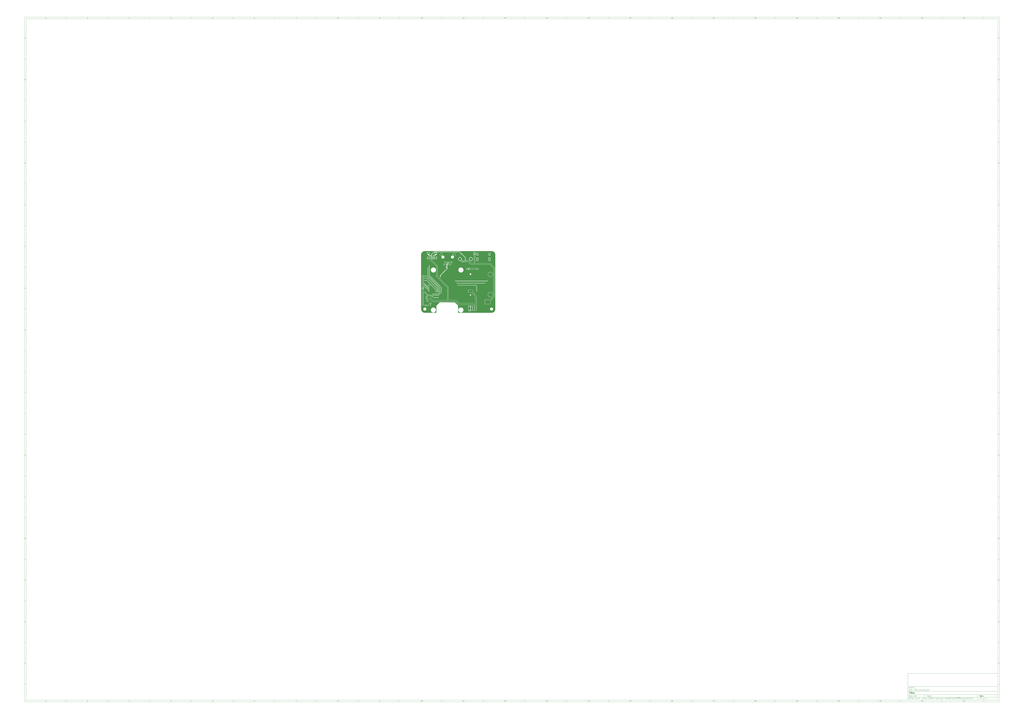
<source format=gbr>
%TF.GenerationSoftware,KiCad,Pcbnew,5.99.0-unknown-912657dd23~106~ubuntu20.04.1*%
%TF.CreationDate,2021-01-03T01:57:45+03:00*%
%TF.ProjectId,CM4_2,434d345f-322e-46b6-9963-61645f706362,rev?*%
%TF.SameCoordinates,PX1ce88340PY15c17540*%
%TF.FileFunction,Copper,L4,Bot*%
%TF.FilePolarity,Positive*%
%FSLAX46Y46*%
G04 Gerber Fmt 4.6, Leading zero omitted, Abs format (unit mm)*
G04 Created by KiCad (PCBNEW 5.99.0-unknown-912657dd23~106~ubuntu20.04.1) date 2021-01-03 01:57:45*
%MOMM*%
%LPD*%
G01*
G04 APERTURE LIST*
%ADD10C,0.100000*%
%ADD11C,0.150000*%
%ADD12C,0.300000*%
%ADD13C,0.400000*%
%TA.AperFunction,ComponentPad*%
%ADD14C,5.700000*%
%TD*%
%TA.AperFunction,ComponentPad*%
%ADD15R,1.700000X1.700000*%
%TD*%
%TA.AperFunction,ComponentPad*%
%ADD16O,1.700000X1.700000*%
%TD*%
%TA.AperFunction,ComponentPad*%
%ADD17R,1.524000X1.524000*%
%TD*%
%TA.AperFunction,ComponentPad*%
%ADD18C,1.524000*%
%TD*%
%TA.AperFunction,ComponentPad*%
%ADD19C,3.500000*%
%TD*%
%TA.AperFunction,ComponentPad*%
%ADD20O,1.500000X3.300000*%
%TD*%
%TA.AperFunction,ComponentPad*%
%ADD21O,1.500000X2.300000*%
%TD*%
%TA.AperFunction,ComponentPad*%
%ADD22R,1.500000X1.500000*%
%TD*%
%TA.AperFunction,ComponentPad*%
%ADD23C,1.500000*%
%TD*%
%TA.AperFunction,ComponentPad*%
%ADD24C,3.000000*%
%TD*%
%TA.AperFunction,SMDPad,CuDef*%
%ADD25R,2.510000X1.000000*%
%TD*%
%TA.AperFunction,SMDPad,CuDef*%
%ADD26R,0.500000X2.000000*%
%TD*%
%TA.AperFunction,SMDPad,CuDef*%
%ADD27R,2.000000X1.700000*%
%TD*%
%TA.AperFunction,ViaPad*%
%ADD28C,0.800000*%
%TD*%
%TA.AperFunction,Conductor*%
%ADD29C,1.000000*%
%TD*%
%TA.AperFunction,Conductor*%
%ADD30C,0.175006*%
%TD*%
%TA.AperFunction,Conductor*%
%ADD31C,1.500000*%
%TD*%
%TA.AperFunction,Conductor*%
%ADD32C,0.228854*%
%TD*%
%TA.AperFunction,Conductor*%
%ADD33C,0.200000*%
%TD*%
%TA.AperFunction,Conductor*%
%ADD34C,0.150000*%
%TD*%
%TA.AperFunction,Conductor*%
%ADD35C,0.250000*%
%TD*%
%TA.AperFunction,Conductor*%
%ADD36C,0.500000*%
%TD*%
%TA.AperFunction,Conductor*%
%ADD37C,0.175000*%
%TD*%
G04 APERTURE END LIST*
D10*
D11*
X583999400Y-431994000D02*
X583999400Y-463994000D01*
X691999400Y-463994000D01*
X691999400Y-431994000D01*
X583999400Y-431994000D01*
D10*
D11*
X-475000000Y355000000D02*
X-475000000Y-465994000D01*
X693999400Y-465994000D01*
X693999400Y355000000D01*
X-475000000Y355000000D01*
D10*
D11*
X-473000000Y353000000D02*
X-473000000Y-463994000D01*
X691999400Y-463994000D01*
X691999400Y353000000D01*
X-473000000Y353000000D01*
D10*
D11*
X-425000000Y353000000D02*
X-425000000Y355000000D01*
D10*
D11*
X-375000000Y353000000D02*
X-375000000Y355000000D01*
D10*
D11*
X-325000000Y353000000D02*
X-325000000Y355000000D01*
D10*
D11*
X-275000000Y353000000D02*
X-275000000Y355000000D01*
D10*
D11*
X-225000000Y353000000D02*
X-225000000Y355000000D01*
D10*
D11*
X-175000000Y353000000D02*
X-175000000Y355000000D01*
D10*
D11*
X-125000000Y353000000D02*
X-125000000Y355000000D01*
D10*
D11*
X-75000000Y353000000D02*
X-75000000Y355000000D01*
D10*
D11*
X-25000000Y353000000D02*
X-25000000Y355000000D01*
D10*
D11*
X25000000Y353000000D02*
X25000000Y355000000D01*
D10*
D11*
X75000000Y353000000D02*
X75000000Y355000000D01*
D10*
D11*
X125000000Y353000000D02*
X125000000Y355000000D01*
D10*
D11*
X175000000Y353000000D02*
X175000000Y355000000D01*
D10*
D11*
X225000000Y353000000D02*
X225000000Y355000000D01*
D10*
D11*
X275000000Y353000000D02*
X275000000Y355000000D01*
D10*
D11*
X325000000Y353000000D02*
X325000000Y355000000D01*
D10*
D11*
X375000000Y353000000D02*
X375000000Y355000000D01*
D10*
D11*
X425000000Y353000000D02*
X425000000Y355000000D01*
D10*
D11*
X475000000Y353000000D02*
X475000000Y355000000D01*
D10*
D11*
X525000000Y353000000D02*
X525000000Y355000000D01*
D10*
D11*
X575000000Y353000000D02*
X575000000Y355000000D01*
D10*
D11*
X625000000Y353000000D02*
X625000000Y355000000D01*
D10*
D11*
X675000000Y353000000D02*
X675000000Y355000000D01*
D10*
D11*
X-448934524Y353411905D02*
X-449677381Y353411905D01*
X-449305953Y353411905D02*
X-449305953Y354711905D01*
X-449429762Y354526191D01*
X-449553572Y354402381D01*
X-449677381Y354340477D01*
D10*
D11*
X-399677381Y354588096D02*
X-399615477Y354650000D01*
X-399491667Y354711905D01*
X-399182143Y354711905D01*
X-399058334Y354650000D01*
X-398996429Y354588096D01*
X-398934524Y354464286D01*
X-398934524Y354340477D01*
X-398996429Y354154762D01*
X-399739286Y353411905D01*
X-398934524Y353411905D01*
D10*
D11*
X-349739286Y354711905D02*
X-348934524Y354711905D01*
X-349367858Y354216667D01*
X-349182143Y354216667D01*
X-349058334Y354154762D01*
X-348996429Y354092858D01*
X-348934524Y353969048D01*
X-348934524Y353659524D01*
X-348996429Y353535715D01*
X-349058334Y353473810D01*
X-349182143Y353411905D01*
X-349553572Y353411905D01*
X-349677381Y353473810D01*
X-349739286Y353535715D01*
D10*
D11*
X-299058334Y354278572D02*
X-299058334Y353411905D01*
X-299367858Y354773810D02*
X-299677381Y353845239D01*
X-298872620Y353845239D01*
D10*
D11*
X-248996429Y354711905D02*
X-249615477Y354711905D01*
X-249677381Y354092858D01*
X-249615477Y354154762D01*
X-249491667Y354216667D01*
X-249182143Y354216667D01*
X-249058334Y354154762D01*
X-248996429Y354092858D01*
X-248934524Y353969048D01*
X-248934524Y353659524D01*
X-248996429Y353535715D01*
X-249058334Y353473810D01*
X-249182143Y353411905D01*
X-249491667Y353411905D01*
X-249615477Y353473810D01*
X-249677381Y353535715D01*
D10*
D11*
X-199058334Y354711905D02*
X-199305953Y354711905D01*
X-199429762Y354650000D01*
X-199491667Y354588096D01*
X-199615477Y354402381D01*
X-199677381Y354154762D01*
X-199677381Y353659524D01*
X-199615477Y353535715D01*
X-199553572Y353473810D01*
X-199429762Y353411905D01*
X-199182143Y353411905D01*
X-199058334Y353473810D01*
X-198996429Y353535715D01*
X-198934524Y353659524D01*
X-198934524Y353969048D01*
X-198996429Y354092858D01*
X-199058334Y354154762D01*
X-199182143Y354216667D01*
X-199429762Y354216667D01*
X-199553572Y354154762D01*
X-199615477Y354092858D01*
X-199677381Y353969048D01*
D10*
D11*
X-149739286Y354711905D02*
X-148872620Y354711905D01*
X-149429762Y353411905D01*
D10*
D11*
X-99429762Y354154762D02*
X-99553572Y354216667D01*
X-99615477Y354278572D01*
X-99677381Y354402381D01*
X-99677381Y354464286D01*
X-99615477Y354588096D01*
X-99553572Y354650000D01*
X-99429762Y354711905D01*
X-99182143Y354711905D01*
X-99058334Y354650000D01*
X-98996429Y354588096D01*
X-98934524Y354464286D01*
X-98934524Y354402381D01*
X-98996429Y354278572D01*
X-99058334Y354216667D01*
X-99182143Y354154762D01*
X-99429762Y354154762D01*
X-99553572Y354092858D01*
X-99615477Y354030953D01*
X-99677381Y353907143D01*
X-99677381Y353659524D01*
X-99615477Y353535715D01*
X-99553572Y353473810D01*
X-99429762Y353411905D01*
X-99182143Y353411905D01*
X-99058334Y353473810D01*
X-98996429Y353535715D01*
X-98934524Y353659524D01*
X-98934524Y353907143D01*
X-98996429Y354030953D01*
X-99058334Y354092858D01*
X-99182143Y354154762D01*
D10*
D11*
X-49553572Y353411905D02*
X-49305953Y353411905D01*
X-49182143Y353473810D01*
X-49120239Y353535715D01*
X-48996429Y353721429D01*
X-48934524Y353969048D01*
X-48934524Y354464286D01*
X-48996429Y354588096D01*
X-49058334Y354650000D01*
X-49182143Y354711905D01*
X-49429762Y354711905D01*
X-49553572Y354650000D01*
X-49615477Y354588096D01*
X-49677381Y354464286D01*
X-49677381Y354154762D01*
X-49615477Y354030953D01*
X-49553572Y353969048D01*
X-49429762Y353907143D01*
X-49182143Y353907143D01*
X-49058334Y353969048D01*
X-48996429Y354030953D01*
X-48934524Y354154762D01*
D10*
D11*
X1065476Y353411905D02*
X322619Y353411905D01*
X694047Y353411905D02*
X694047Y354711905D01*
X570238Y354526191D01*
X446428Y354402381D01*
X322619Y354340477D01*
X1870238Y354711905D02*
X1994047Y354711905D01*
X2117857Y354650000D01*
X2179761Y354588096D01*
X2241666Y354464286D01*
X2303571Y354216667D01*
X2303571Y353907143D01*
X2241666Y353659524D01*
X2179761Y353535715D01*
X2117857Y353473810D01*
X1994047Y353411905D01*
X1870238Y353411905D01*
X1746428Y353473810D01*
X1684523Y353535715D01*
X1622619Y353659524D01*
X1560714Y353907143D01*
X1560714Y354216667D01*
X1622619Y354464286D01*
X1684523Y354588096D01*
X1746428Y354650000D01*
X1870238Y354711905D01*
D10*
D11*
X51065476Y353411905D02*
X50322619Y353411905D01*
X50694047Y353411905D02*
X50694047Y354711905D01*
X50570238Y354526191D01*
X50446428Y354402381D01*
X50322619Y354340477D01*
X52303571Y353411905D02*
X51560714Y353411905D01*
X51932142Y353411905D02*
X51932142Y354711905D01*
X51808333Y354526191D01*
X51684523Y354402381D01*
X51560714Y354340477D01*
D10*
D11*
X101065476Y353411905D02*
X100322619Y353411905D01*
X100694047Y353411905D02*
X100694047Y354711905D01*
X100570238Y354526191D01*
X100446428Y354402381D01*
X100322619Y354340477D01*
X101560714Y354588096D02*
X101622619Y354650000D01*
X101746428Y354711905D01*
X102055952Y354711905D01*
X102179761Y354650000D01*
X102241666Y354588096D01*
X102303571Y354464286D01*
X102303571Y354340477D01*
X102241666Y354154762D01*
X101498809Y353411905D01*
X102303571Y353411905D01*
D10*
D11*
X151065476Y353411905D02*
X150322619Y353411905D01*
X150694047Y353411905D02*
X150694047Y354711905D01*
X150570238Y354526191D01*
X150446428Y354402381D01*
X150322619Y354340477D01*
X151498809Y354711905D02*
X152303571Y354711905D01*
X151870238Y354216667D01*
X152055952Y354216667D01*
X152179761Y354154762D01*
X152241666Y354092858D01*
X152303571Y353969048D01*
X152303571Y353659524D01*
X152241666Y353535715D01*
X152179761Y353473810D01*
X152055952Y353411905D01*
X151684523Y353411905D01*
X151560714Y353473810D01*
X151498809Y353535715D01*
D10*
D11*
X201065476Y353411905D02*
X200322619Y353411905D01*
X200694047Y353411905D02*
X200694047Y354711905D01*
X200570238Y354526191D01*
X200446428Y354402381D01*
X200322619Y354340477D01*
X202179761Y354278572D02*
X202179761Y353411905D01*
X201870238Y354773810D02*
X201560714Y353845239D01*
X202365476Y353845239D01*
D10*
D11*
X251065476Y353411905D02*
X250322619Y353411905D01*
X250694047Y353411905D02*
X250694047Y354711905D01*
X250570238Y354526191D01*
X250446428Y354402381D01*
X250322619Y354340477D01*
X252241666Y354711905D02*
X251622619Y354711905D01*
X251560714Y354092858D01*
X251622619Y354154762D01*
X251746428Y354216667D01*
X252055952Y354216667D01*
X252179761Y354154762D01*
X252241666Y354092858D01*
X252303571Y353969048D01*
X252303571Y353659524D01*
X252241666Y353535715D01*
X252179761Y353473810D01*
X252055952Y353411905D01*
X251746428Y353411905D01*
X251622619Y353473810D01*
X251560714Y353535715D01*
D10*
D11*
X301065476Y353411905D02*
X300322619Y353411905D01*
X300694047Y353411905D02*
X300694047Y354711905D01*
X300570238Y354526191D01*
X300446428Y354402381D01*
X300322619Y354340477D01*
X302179761Y354711905D02*
X301932142Y354711905D01*
X301808333Y354650000D01*
X301746428Y354588096D01*
X301622619Y354402381D01*
X301560714Y354154762D01*
X301560714Y353659524D01*
X301622619Y353535715D01*
X301684523Y353473810D01*
X301808333Y353411905D01*
X302055952Y353411905D01*
X302179761Y353473810D01*
X302241666Y353535715D01*
X302303571Y353659524D01*
X302303571Y353969048D01*
X302241666Y354092858D01*
X302179761Y354154762D01*
X302055952Y354216667D01*
X301808333Y354216667D01*
X301684523Y354154762D01*
X301622619Y354092858D01*
X301560714Y353969048D01*
D10*
D11*
X351065476Y353411905D02*
X350322619Y353411905D01*
X350694047Y353411905D02*
X350694047Y354711905D01*
X350570238Y354526191D01*
X350446428Y354402381D01*
X350322619Y354340477D01*
X351498809Y354711905D02*
X352365476Y354711905D01*
X351808333Y353411905D01*
D10*
D11*
X401065476Y353411905D02*
X400322619Y353411905D01*
X400694047Y353411905D02*
X400694047Y354711905D01*
X400570238Y354526191D01*
X400446428Y354402381D01*
X400322619Y354340477D01*
X401808333Y354154762D02*
X401684523Y354216667D01*
X401622619Y354278572D01*
X401560714Y354402381D01*
X401560714Y354464286D01*
X401622619Y354588096D01*
X401684523Y354650000D01*
X401808333Y354711905D01*
X402055952Y354711905D01*
X402179761Y354650000D01*
X402241666Y354588096D01*
X402303571Y354464286D01*
X402303571Y354402381D01*
X402241666Y354278572D01*
X402179761Y354216667D01*
X402055952Y354154762D01*
X401808333Y354154762D01*
X401684523Y354092858D01*
X401622619Y354030953D01*
X401560714Y353907143D01*
X401560714Y353659524D01*
X401622619Y353535715D01*
X401684523Y353473810D01*
X401808333Y353411905D01*
X402055952Y353411905D01*
X402179761Y353473810D01*
X402241666Y353535715D01*
X402303571Y353659524D01*
X402303571Y353907143D01*
X402241666Y354030953D01*
X402179761Y354092858D01*
X402055952Y354154762D01*
D10*
D11*
X451065476Y353411905D02*
X450322619Y353411905D01*
X450694047Y353411905D02*
X450694047Y354711905D01*
X450570238Y354526191D01*
X450446428Y354402381D01*
X450322619Y354340477D01*
X451684523Y353411905D02*
X451932142Y353411905D01*
X452055952Y353473810D01*
X452117857Y353535715D01*
X452241666Y353721429D01*
X452303571Y353969048D01*
X452303571Y354464286D01*
X452241666Y354588096D01*
X452179761Y354650000D01*
X452055952Y354711905D01*
X451808333Y354711905D01*
X451684523Y354650000D01*
X451622619Y354588096D01*
X451560714Y354464286D01*
X451560714Y354154762D01*
X451622619Y354030953D01*
X451684523Y353969048D01*
X451808333Y353907143D01*
X452055952Y353907143D01*
X452179761Y353969048D01*
X452241666Y354030953D01*
X452303571Y354154762D01*
D10*
D11*
X500322619Y354588096D02*
X500384523Y354650000D01*
X500508333Y354711905D01*
X500817857Y354711905D01*
X500941666Y354650000D01*
X501003571Y354588096D01*
X501065476Y354464286D01*
X501065476Y354340477D01*
X501003571Y354154762D01*
X500260714Y353411905D01*
X501065476Y353411905D01*
X501870238Y354711905D02*
X501994047Y354711905D01*
X502117857Y354650000D01*
X502179761Y354588096D01*
X502241666Y354464286D01*
X502303571Y354216667D01*
X502303571Y353907143D01*
X502241666Y353659524D01*
X502179761Y353535715D01*
X502117857Y353473810D01*
X501994047Y353411905D01*
X501870238Y353411905D01*
X501746428Y353473810D01*
X501684523Y353535715D01*
X501622619Y353659524D01*
X501560714Y353907143D01*
X501560714Y354216667D01*
X501622619Y354464286D01*
X501684523Y354588096D01*
X501746428Y354650000D01*
X501870238Y354711905D01*
D10*
D11*
X550322619Y354588096D02*
X550384523Y354650000D01*
X550508333Y354711905D01*
X550817857Y354711905D01*
X550941666Y354650000D01*
X551003571Y354588096D01*
X551065476Y354464286D01*
X551065476Y354340477D01*
X551003571Y354154762D01*
X550260714Y353411905D01*
X551065476Y353411905D01*
X552303571Y353411905D02*
X551560714Y353411905D01*
X551932142Y353411905D02*
X551932142Y354711905D01*
X551808333Y354526191D01*
X551684523Y354402381D01*
X551560714Y354340477D01*
D10*
D11*
X600322619Y354588096D02*
X600384523Y354650000D01*
X600508333Y354711905D01*
X600817857Y354711905D01*
X600941666Y354650000D01*
X601003571Y354588096D01*
X601065476Y354464286D01*
X601065476Y354340477D01*
X601003571Y354154762D01*
X600260714Y353411905D01*
X601065476Y353411905D01*
X601560714Y354588096D02*
X601622619Y354650000D01*
X601746428Y354711905D01*
X602055952Y354711905D01*
X602179761Y354650000D01*
X602241666Y354588096D01*
X602303571Y354464286D01*
X602303571Y354340477D01*
X602241666Y354154762D01*
X601498809Y353411905D01*
X602303571Y353411905D01*
D10*
D11*
X650322619Y354588096D02*
X650384523Y354650000D01*
X650508333Y354711905D01*
X650817857Y354711905D01*
X650941666Y354650000D01*
X651003571Y354588096D01*
X651065476Y354464286D01*
X651065476Y354340477D01*
X651003571Y354154762D01*
X650260714Y353411905D01*
X651065476Y353411905D01*
X651498809Y354711905D02*
X652303571Y354711905D01*
X651870238Y354216667D01*
X652055952Y354216667D01*
X652179761Y354154762D01*
X652241666Y354092858D01*
X652303571Y353969048D01*
X652303571Y353659524D01*
X652241666Y353535715D01*
X652179761Y353473810D01*
X652055952Y353411905D01*
X651684523Y353411905D01*
X651560714Y353473810D01*
X651498809Y353535715D01*
D10*
D11*
X-425000000Y-463994000D02*
X-425000000Y-465994000D01*
D10*
D11*
X-375000000Y-463994000D02*
X-375000000Y-465994000D01*
D10*
D11*
X-325000000Y-463994000D02*
X-325000000Y-465994000D01*
D10*
D11*
X-275000000Y-463994000D02*
X-275000000Y-465994000D01*
D10*
D11*
X-225000000Y-463994000D02*
X-225000000Y-465994000D01*
D10*
D11*
X-175000000Y-463994000D02*
X-175000000Y-465994000D01*
D10*
D11*
X-125000000Y-463994000D02*
X-125000000Y-465994000D01*
D10*
D11*
X-75000000Y-463994000D02*
X-75000000Y-465994000D01*
D10*
D11*
X-25000000Y-463994000D02*
X-25000000Y-465994000D01*
D10*
D11*
X25000000Y-463994000D02*
X25000000Y-465994000D01*
D10*
D11*
X75000000Y-463994000D02*
X75000000Y-465994000D01*
D10*
D11*
X125000000Y-463994000D02*
X125000000Y-465994000D01*
D10*
D11*
X175000000Y-463994000D02*
X175000000Y-465994000D01*
D10*
D11*
X225000000Y-463994000D02*
X225000000Y-465994000D01*
D10*
D11*
X275000000Y-463994000D02*
X275000000Y-465994000D01*
D10*
D11*
X325000000Y-463994000D02*
X325000000Y-465994000D01*
D10*
D11*
X375000000Y-463994000D02*
X375000000Y-465994000D01*
D10*
D11*
X425000000Y-463994000D02*
X425000000Y-465994000D01*
D10*
D11*
X475000000Y-463994000D02*
X475000000Y-465994000D01*
D10*
D11*
X525000000Y-463994000D02*
X525000000Y-465994000D01*
D10*
D11*
X575000000Y-463994000D02*
X575000000Y-465994000D01*
D10*
D11*
X625000000Y-463994000D02*
X625000000Y-465994000D01*
D10*
D11*
X675000000Y-463994000D02*
X675000000Y-465994000D01*
D10*
D11*
X-448934524Y-465582095D02*
X-449677381Y-465582095D01*
X-449305953Y-465582095D02*
X-449305953Y-464282095D01*
X-449429762Y-464467809D01*
X-449553572Y-464591619D01*
X-449677381Y-464653523D01*
D10*
D11*
X-399677381Y-464405904D02*
X-399615477Y-464344000D01*
X-399491667Y-464282095D01*
X-399182143Y-464282095D01*
X-399058334Y-464344000D01*
X-398996429Y-464405904D01*
X-398934524Y-464529714D01*
X-398934524Y-464653523D01*
X-398996429Y-464839238D01*
X-399739286Y-465582095D01*
X-398934524Y-465582095D01*
D10*
D11*
X-349739286Y-464282095D02*
X-348934524Y-464282095D01*
X-349367858Y-464777333D01*
X-349182143Y-464777333D01*
X-349058334Y-464839238D01*
X-348996429Y-464901142D01*
X-348934524Y-465024952D01*
X-348934524Y-465334476D01*
X-348996429Y-465458285D01*
X-349058334Y-465520190D01*
X-349182143Y-465582095D01*
X-349553572Y-465582095D01*
X-349677381Y-465520190D01*
X-349739286Y-465458285D01*
D10*
D11*
X-299058334Y-464715428D02*
X-299058334Y-465582095D01*
X-299367858Y-464220190D02*
X-299677381Y-465148761D01*
X-298872620Y-465148761D01*
D10*
D11*
X-248996429Y-464282095D02*
X-249615477Y-464282095D01*
X-249677381Y-464901142D01*
X-249615477Y-464839238D01*
X-249491667Y-464777333D01*
X-249182143Y-464777333D01*
X-249058334Y-464839238D01*
X-248996429Y-464901142D01*
X-248934524Y-465024952D01*
X-248934524Y-465334476D01*
X-248996429Y-465458285D01*
X-249058334Y-465520190D01*
X-249182143Y-465582095D01*
X-249491667Y-465582095D01*
X-249615477Y-465520190D01*
X-249677381Y-465458285D01*
D10*
D11*
X-199058334Y-464282095D02*
X-199305953Y-464282095D01*
X-199429762Y-464344000D01*
X-199491667Y-464405904D01*
X-199615477Y-464591619D01*
X-199677381Y-464839238D01*
X-199677381Y-465334476D01*
X-199615477Y-465458285D01*
X-199553572Y-465520190D01*
X-199429762Y-465582095D01*
X-199182143Y-465582095D01*
X-199058334Y-465520190D01*
X-198996429Y-465458285D01*
X-198934524Y-465334476D01*
X-198934524Y-465024952D01*
X-198996429Y-464901142D01*
X-199058334Y-464839238D01*
X-199182143Y-464777333D01*
X-199429762Y-464777333D01*
X-199553572Y-464839238D01*
X-199615477Y-464901142D01*
X-199677381Y-465024952D01*
D10*
D11*
X-149739286Y-464282095D02*
X-148872620Y-464282095D01*
X-149429762Y-465582095D01*
D10*
D11*
X-99429762Y-464839238D02*
X-99553572Y-464777333D01*
X-99615477Y-464715428D01*
X-99677381Y-464591619D01*
X-99677381Y-464529714D01*
X-99615477Y-464405904D01*
X-99553572Y-464344000D01*
X-99429762Y-464282095D01*
X-99182143Y-464282095D01*
X-99058334Y-464344000D01*
X-98996429Y-464405904D01*
X-98934524Y-464529714D01*
X-98934524Y-464591619D01*
X-98996429Y-464715428D01*
X-99058334Y-464777333D01*
X-99182143Y-464839238D01*
X-99429762Y-464839238D01*
X-99553572Y-464901142D01*
X-99615477Y-464963047D01*
X-99677381Y-465086857D01*
X-99677381Y-465334476D01*
X-99615477Y-465458285D01*
X-99553572Y-465520190D01*
X-99429762Y-465582095D01*
X-99182143Y-465582095D01*
X-99058334Y-465520190D01*
X-98996429Y-465458285D01*
X-98934524Y-465334476D01*
X-98934524Y-465086857D01*
X-98996429Y-464963047D01*
X-99058334Y-464901142D01*
X-99182143Y-464839238D01*
D10*
D11*
X-49553572Y-465582095D02*
X-49305953Y-465582095D01*
X-49182143Y-465520190D01*
X-49120239Y-465458285D01*
X-48996429Y-465272571D01*
X-48934524Y-465024952D01*
X-48934524Y-464529714D01*
X-48996429Y-464405904D01*
X-49058334Y-464344000D01*
X-49182143Y-464282095D01*
X-49429762Y-464282095D01*
X-49553572Y-464344000D01*
X-49615477Y-464405904D01*
X-49677381Y-464529714D01*
X-49677381Y-464839238D01*
X-49615477Y-464963047D01*
X-49553572Y-465024952D01*
X-49429762Y-465086857D01*
X-49182143Y-465086857D01*
X-49058334Y-465024952D01*
X-48996429Y-464963047D01*
X-48934524Y-464839238D01*
D10*
D11*
X1065476Y-465582095D02*
X322619Y-465582095D01*
X694047Y-465582095D02*
X694047Y-464282095D01*
X570238Y-464467809D01*
X446428Y-464591619D01*
X322619Y-464653523D01*
X1870238Y-464282095D02*
X1994047Y-464282095D01*
X2117857Y-464344000D01*
X2179761Y-464405904D01*
X2241666Y-464529714D01*
X2303571Y-464777333D01*
X2303571Y-465086857D01*
X2241666Y-465334476D01*
X2179761Y-465458285D01*
X2117857Y-465520190D01*
X1994047Y-465582095D01*
X1870238Y-465582095D01*
X1746428Y-465520190D01*
X1684523Y-465458285D01*
X1622619Y-465334476D01*
X1560714Y-465086857D01*
X1560714Y-464777333D01*
X1622619Y-464529714D01*
X1684523Y-464405904D01*
X1746428Y-464344000D01*
X1870238Y-464282095D01*
D10*
D11*
X51065476Y-465582095D02*
X50322619Y-465582095D01*
X50694047Y-465582095D02*
X50694047Y-464282095D01*
X50570238Y-464467809D01*
X50446428Y-464591619D01*
X50322619Y-464653523D01*
X52303571Y-465582095D02*
X51560714Y-465582095D01*
X51932142Y-465582095D02*
X51932142Y-464282095D01*
X51808333Y-464467809D01*
X51684523Y-464591619D01*
X51560714Y-464653523D01*
D10*
D11*
X101065476Y-465582095D02*
X100322619Y-465582095D01*
X100694047Y-465582095D02*
X100694047Y-464282095D01*
X100570238Y-464467809D01*
X100446428Y-464591619D01*
X100322619Y-464653523D01*
X101560714Y-464405904D02*
X101622619Y-464344000D01*
X101746428Y-464282095D01*
X102055952Y-464282095D01*
X102179761Y-464344000D01*
X102241666Y-464405904D01*
X102303571Y-464529714D01*
X102303571Y-464653523D01*
X102241666Y-464839238D01*
X101498809Y-465582095D01*
X102303571Y-465582095D01*
D10*
D11*
X151065476Y-465582095D02*
X150322619Y-465582095D01*
X150694047Y-465582095D02*
X150694047Y-464282095D01*
X150570238Y-464467809D01*
X150446428Y-464591619D01*
X150322619Y-464653523D01*
X151498809Y-464282095D02*
X152303571Y-464282095D01*
X151870238Y-464777333D01*
X152055952Y-464777333D01*
X152179761Y-464839238D01*
X152241666Y-464901142D01*
X152303571Y-465024952D01*
X152303571Y-465334476D01*
X152241666Y-465458285D01*
X152179761Y-465520190D01*
X152055952Y-465582095D01*
X151684523Y-465582095D01*
X151560714Y-465520190D01*
X151498809Y-465458285D01*
D10*
D11*
X201065476Y-465582095D02*
X200322619Y-465582095D01*
X200694047Y-465582095D02*
X200694047Y-464282095D01*
X200570238Y-464467809D01*
X200446428Y-464591619D01*
X200322619Y-464653523D01*
X202179761Y-464715428D02*
X202179761Y-465582095D01*
X201870238Y-464220190D02*
X201560714Y-465148761D01*
X202365476Y-465148761D01*
D10*
D11*
X251065476Y-465582095D02*
X250322619Y-465582095D01*
X250694047Y-465582095D02*
X250694047Y-464282095D01*
X250570238Y-464467809D01*
X250446428Y-464591619D01*
X250322619Y-464653523D01*
X252241666Y-464282095D02*
X251622619Y-464282095D01*
X251560714Y-464901142D01*
X251622619Y-464839238D01*
X251746428Y-464777333D01*
X252055952Y-464777333D01*
X252179761Y-464839238D01*
X252241666Y-464901142D01*
X252303571Y-465024952D01*
X252303571Y-465334476D01*
X252241666Y-465458285D01*
X252179761Y-465520190D01*
X252055952Y-465582095D01*
X251746428Y-465582095D01*
X251622619Y-465520190D01*
X251560714Y-465458285D01*
D10*
D11*
X301065476Y-465582095D02*
X300322619Y-465582095D01*
X300694047Y-465582095D02*
X300694047Y-464282095D01*
X300570238Y-464467809D01*
X300446428Y-464591619D01*
X300322619Y-464653523D01*
X302179761Y-464282095D02*
X301932142Y-464282095D01*
X301808333Y-464344000D01*
X301746428Y-464405904D01*
X301622619Y-464591619D01*
X301560714Y-464839238D01*
X301560714Y-465334476D01*
X301622619Y-465458285D01*
X301684523Y-465520190D01*
X301808333Y-465582095D01*
X302055952Y-465582095D01*
X302179761Y-465520190D01*
X302241666Y-465458285D01*
X302303571Y-465334476D01*
X302303571Y-465024952D01*
X302241666Y-464901142D01*
X302179761Y-464839238D01*
X302055952Y-464777333D01*
X301808333Y-464777333D01*
X301684523Y-464839238D01*
X301622619Y-464901142D01*
X301560714Y-465024952D01*
D10*
D11*
X351065476Y-465582095D02*
X350322619Y-465582095D01*
X350694047Y-465582095D02*
X350694047Y-464282095D01*
X350570238Y-464467809D01*
X350446428Y-464591619D01*
X350322619Y-464653523D01*
X351498809Y-464282095D02*
X352365476Y-464282095D01*
X351808333Y-465582095D01*
D10*
D11*
X401065476Y-465582095D02*
X400322619Y-465582095D01*
X400694047Y-465582095D02*
X400694047Y-464282095D01*
X400570238Y-464467809D01*
X400446428Y-464591619D01*
X400322619Y-464653523D01*
X401808333Y-464839238D02*
X401684523Y-464777333D01*
X401622619Y-464715428D01*
X401560714Y-464591619D01*
X401560714Y-464529714D01*
X401622619Y-464405904D01*
X401684523Y-464344000D01*
X401808333Y-464282095D01*
X402055952Y-464282095D01*
X402179761Y-464344000D01*
X402241666Y-464405904D01*
X402303571Y-464529714D01*
X402303571Y-464591619D01*
X402241666Y-464715428D01*
X402179761Y-464777333D01*
X402055952Y-464839238D01*
X401808333Y-464839238D01*
X401684523Y-464901142D01*
X401622619Y-464963047D01*
X401560714Y-465086857D01*
X401560714Y-465334476D01*
X401622619Y-465458285D01*
X401684523Y-465520190D01*
X401808333Y-465582095D01*
X402055952Y-465582095D01*
X402179761Y-465520190D01*
X402241666Y-465458285D01*
X402303571Y-465334476D01*
X402303571Y-465086857D01*
X402241666Y-464963047D01*
X402179761Y-464901142D01*
X402055952Y-464839238D01*
D10*
D11*
X451065476Y-465582095D02*
X450322619Y-465582095D01*
X450694047Y-465582095D02*
X450694047Y-464282095D01*
X450570238Y-464467809D01*
X450446428Y-464591619D01*
X450322619Y-464653523D01*
X451684523Y-465582095D02*
X451932142Y-465582095D01*
X452055952Y-465520190D01*
X452117857Y-465458285D01*
X452241666Y-465272571D01*
X452303571Y-465024952D01*
X452303571Y-464529714D01*
X452241666Y-464405904D01*
X452179761Y-464344000D01*
X452055952Y-464282095D01*
X451808333Y-464282095D01*
X451684523Y-464344000D01*
X451622619Y-464405904D01*
X451560714Y-464529714D01*
X451560714Y-464839238D01*
X451622619Y-464963047D01*
X451684523Y-465024952D01*
X451808333Y-465086857D01*
X452055952Y-465086857D01*
X452179761Y-465024952D01*
X452241666Y-464963047D01*
X452303571Y-464839238D01*
D10*
D11*
X500322619Y-464405904D02*
X500384523Y-464344000D01*
X500508333Y-464282095D01*
X500817857Y-464282095D01*
X500941666Y-464344000D01*
X501003571Y-464405904D01*
X501065476Y-464529714D01*
X501065476Y-464653523D01*
X501003571Y-464839238D01*
X500260714Y-465582095D01*
X501065476Y-465582095D01*
X501870238Y-464282095D02*
X501994047Y-464282095D01*
X502117857Y-464344000D01*
X502179761Y-464405904D01*
X502241666Y-464529714D01*
X502303571Y-464777333D01*
X502303571Y-465086857D01*
X502241666Y-465334476D01*
X502179761Y-465458285D01*
X502117857Y-465520190D01*
X501994047Y-465582095D01*
X501870238Y-465582095D01*
X501746428Y-465520190D01*
X501684523Y-465458285D01*
X501622619Y-465334476D01*
X501560714Y-465086857D01*
X501560714Y-464777333D01*
X501622619Y-464529714D01*
X501684523Y-464405904D01*
X501746428Y-464344000D01*
X501870238Y-464282095D01*
D10*
D11*
X550322619Y-464405904D02*
X550384523Y-464344000D01*
X550508333Y-464282095D01*
X550817857Y-464282095D01*
X550941666Y-464344000D01*
X551003571Y-464405904D01*
X551065476Y-464529714D01*
X551065476Y-464653523D01*
X551003571Y-464839238D01*
X550260714Y-465582095D01*
X551065476Y-465582095D01*
X552303571Y-465582095D02*
X551560714Y-465582095D01*
X551932142Y-465582095D02*
X551932142Y-464282095D01*
X551808333Y-464467809D01*
X551684523Y-464591619D01*
X551560714Y-464653523D01*
D10*
D11*
X600322619Y-464405904D02*
X600384523Y-464344000D01*
X600508333Y-464282095D01*
X600817857Y-464282095D01*
X600941666Y-464344000D01*
X601003571Y-464405904D01*
X601065476Y-464529714D01*
X601065476Y-464653523D01*
X601003571Y-464839238D01*
X600260714Y-465582095D01*
X601065476Y-465582095D01*
X601560714Y-464405904D02*
X601622619Y-464344000D01*
X601746428Y-464282095D01*
X602055952Y-464282095D01*
X602179761Y-464344000D01*
X602241666Y-464405904D01*
X602303571Y-464529714D01*
X602303571Y-464653523D01*
X602241666Y-464839238D01*
X601498809Y-465582095D01*
X602303571Y-465582095D01*
D10*
D11*
X650322619Y-464405904D02*
X650384523Y-464344000D01*
X650508333Y-464282095D01*
X650817857Y-464282095D01*
X650941666Y-464344000D01*
X651003571Y-464405904D01*
X651065476Y-464529714D01*
X651065476Y-464653523D01*
X651003571Y-464839238D01*
X650260714Y-465582095D01*
X651065476Y-465582095D01*
X651498809Y-464282095D02*
X652303571Y-464282095D01*
X651870238Y-464777333D01*
X652055952Y-464777333D01*
X652179761Y-464839238D01*
X652241666Y-464901142D01*
X652303571Y-465024952D01*
X652303571Y-465334476D01*
X652241666Y-465458285D01*
X652179761Y-465520190D01*
X652055952Y-465582095D01*
X651684523Y-465582095D01*
X651560714Y-465520190D01*
X651498809Y-465458285D01*
D10*
D11*
X-475000000Y305000000D02*
X-473000000Y305000000D01*
D10*
D11*
X-475000000Y255000000D02*
X-473000000Y255000000D01*
D10*
D11*
X-475000000Y205000000D02*
X-473000000Y205000000D01*
D10*
D11*
X-475000000Y155000000D02*
X-473000000Y155000000D01*
D10*
D11*
X-475000000Y105000000D02*
X-473000000Y105000000D01*
D10*
D11*
X-475000000Y55000000D02*
X-473000000Y55000000D01*
D10*
D11*
X-475000000Y5000000D02*
X-473000000Y5000000D01*
D10*
D11*
X-475000000Y-45000000D02*
X-473000000Y-45000000D01*
D10*
D11*
X-475000000Y-95000000D02*
X-473000000Y-95000000D01*
D10*
D11*
X-475000000Y-145000000D02*
X-473000000Y-145000000D01*
D10*
D11*
X-475000000Y-195000000D02*
X-473000000Y-195000000D01*
D10*
D11*
X-475000000Y-245000000D02*
X-473000000Y-245000000D01*
D10*
D11*
X-475000000Y-295000000D02*
X-473000000Y-295000000D01*
D10*
D11*
X-475000000Y-345000000D02*
X-473000000Y-345000000D01*
D10*
D11*
X-475000000Y-395000000D02*
X-473000000Y-395000000D01*
D10*
D11*
X-475000000Y-445000000D02*
X-473000000Y-445000000D01*
D10*
D11*
X-474309524Y329783334D02*
X-473690477Y329783334D01*
X-474433334Y329411905D02*
X-474000000Y330711905D01*
X-473566667Y329411905D01*
D10*
D11*
X-473907143Y280092858D02*
X-473721429Y280030953D01*
X-473659524Y279969048D01*
X-473597620Y279845239D01*
X-473597620Y279659524D01*
X-473659524Y279535715D01*
X-473721429Y279473810D01*
X-473845239Y279411905D01*
X-474340477Y279411905D01*
X-474340477Y280711905D01*
X-473907143Y280711905D01*
X-473783334Y280650000D01*
X-473721429Y280588096D01*
X-473659524Y280464286D01*
X-473659524Y280340477D01*
X-473721429Y280216667D01*
X-473783334Y280154762D01*
X-473907143Y280092858D01*
X-474340477Y280092858D01*
D10*
D11*
X-473597620Y229535715D02*
X-473659524Y229473810D01*
X-473845239Y229411905D01*
X-473969048Y229411905D01*
X-474154762Y229473810D01*
X-474278572Y229597620D01*
X-474340477Y229721429D01*
X-474402381Y229969048D01*
X-474402381Y230154762D01*
X-474340477Y230402381D01*
X-474278572Y230526191D01*
X-474154762Y230650000D01*
X-473969048Y230711905D01*
X-473845239Y230711905D01*
X-473659524Y230650000D01*
X-473597620Y230588096D01*
D10*
D11*
X-474340477Y179411905D02*
X-474340477Y180711905D01*
X-474030953Y180711905D01*
X-473845239Y180650000D01*
X-473721429Y180526191D01*
X-473659524Y180402381D01*
X-473597620Y180154762D01*
X-473597620Y179969048D01*
X-473659524Y179721429D01*
X-473721429Y179597620D01*
X-473845239Y179473810D01*
X-474030953Y179411905D01*
X-474340477Y179411905D01*
D10*
D11*
X-474278572Y130092858D02*
X-473845239Y130092858D01*
X-473659524Y129411905D02*
X-474278572Y129411905D01*
X-474278572Y130711905D01*
X-473659524Y130711905D01*
D10*
D11*
X-473814286Y80092858D02*
X-474247620Y80092858D01*
X-474247620Y79411905D02*
X-474247620Y80711905D01*
X-473628572Y80711905D01*
D10*
D11*
X-473659524Y30650000D02*
X-473783334Y30711905D01*
X-473969048Y30711905D01*
X-474154762Y30650000D01*
X-474278572Y30526191D01*
X-474340477Y30402381D01*
X-474402381Y30154762D01*
X-474402381Y29969048D01*
X-474340477Y29721429D01*
X-474278572Y29597620D01*
X-474154762Y29473810D01*
X-473969048Y29411905D01*
X-473845239Y29411905D01*
X-473659524Y29473810D01*
X-473597620Y29535715D01*
X-473597620Y29969048D01*
X-473845239Y29969048D01*
D10*
D11*
X-474371429Y-20588095D02*
X-474371429Y-19288095D01*
X-474371429Y-19907142D02*
X-473628572Y-19907142D01*
X-473628572Y-20588095D02*
X-473628572Y-19288095D01*
D10*
D11*
X-474000000Y-70588095D02*
X-474000000Y-69288095D01*
D10*
D11*
X-473814286Y-119288095D02*
X-473814286Y-120216666D01*
X-473876191Y-120402380D01*
X-474000000Y-120526190D01*
X-474185715Y-120588095D01*
X-474309524Y-120588095D01*
D10*
D11*
X-474340477Y-170588095D02*
X-474340477Y-169288095D01*
X-473597620Y-170588095D02*
X-474154762Y-169845238D01*
X-473597620Y-169288095D02*
X-474340477Y-170030952D01*
D10*
D11*
X-473597620Y-220588095D02*
X-474216667Y-220588095D01*
X-474216667Y-219288095D01*
D10*
D11*
X-474433334Y-270588095D02*
X-474433334Y-269288095D01*
X-474000000Y-270216666D01*
X-473566667Y-269288095D01*
X-473566667Y-270588095D01*
D10*
D11*
X-474371429Y-320588095D02*
X-474371429Y-319288095D01*
X-473628572Y-320588095D01*
X-473628572Y-319288095D01*
D10*
D11*
X-474123810Y-369288095D02*
X-473876191Y-369288095D01*
X-473752381Y-369350000D01*
X-473628572Y-369473809D01*
X-473566667Y-369721428D01*
X-473566667Y-370154761D01*
X-473628572Y-370402380D01*
X-473752381Y-370526190D01*
X-473876191Y-370588095D01*
X-474123810Y-370588095D01*
X-474247620Y-370526190D01*
X-474371429Y-370402380D01*
X-474433334Y-370154761D01*
X-474433334Y-369721428D01*
X-474371429Y-369473809D01*
X-474247620Y-369350000D01*
X-474123810Y-369288095D01*
D10*
D11*
X-474340477Y-420588095D02*
X-474340477Y-419288095D01*
X-473845239Y-419288095D01*
X-473721429Y-419350000D01*
X-473659524Y-419411904D01*
X-473597620Y-419535714D01*
X-473597620Y-419721428D01*
X-473659524Y-419845238D01*
X-473721429Y-419907142D01*
X-473845239Y-419969047D01*
X-474340477Y-419969047D01*
D10*
D11*
X693999400Y305000000D02*
X691999400Y305000000D01*
D10*
D11*
X693999400Y255000000D02*
X691999400Y255000000D01*
D10*
D11*
X693999400Y205000000D02*
X691999400Y205000000D01*
D10*
D11*
X693999400Y155000000D02*
X691999400Y155000000D01*
D10*
D11*
X693999400Y105000000D02*
X691999400Y105000000D01*
D10*
D11*
X693999400Y55000000D02*
X691999400Y55000000D01*
D10*
D11*
X693999400Y5000000D02*
X691999400Y5000000D01*
D10*
D11*
X693999400Y-45000000D02*
X691999400Y-45000000D01*
D10*
D11*
X693999400Y-95000000D02*
X691999400Y-95000000D01*
D10*
D11*
X693999400Y-145000000D02*
X691999400Y-145000000D01*
D10*
D11*
X693999400Y-195000000D02*
X691999400Y-195000000D01*
D10*
D11*
X693999400Y-245000000D02*
X691999400Y-245000000D01*
D10*
D11*
X693999400Y-295000000D02*
X691999400Y-295000000D01*
D10*
D11*
X693999400Y-345000000D02*
X691999400Y-345000000D01*
D10*
D11*
X693999400Y-395000000D02*
X691999400Y-395000000D01*
D10*
D11*
X693999400Y-445000000D02*
X691999400Y-445000000D01*
D10*
D11*
X692689876Y329783334D02*
X693308923Y329783334D01*
X692566066Y329411905D02*
X692999400Y330711905D01*
X693432733Y329411905D01*
D10*
D11*
X693092257Y280092858D02*
X693277971Y280030953D01*
X693339876Y279969048D01*
X693401780Y279845239D01*
X693401780Y279659524D01*
X693339876Y279535715D01*
X693277971Y279473810D01*
X693154161Y279411905D01*
X692658923Y279411905D01*
X692658923Y280711905D01*
X693092257Y280711905D01*
X693216066Y280650000D01*
X693277971Y280588096D01*
X693339876Y280464286D01*
X693339876Y280340477D01*
X693277971Y280216667D01*
X693216066Y280154762D01*
X693092257Y280092858D01*
X692658923Y280092858D01*
D10*
D11*
X693401780Y229535715D02*
X693339876Y229473810D01*
X693154161Y229411905D01*
X693030352Y229411905D01*
X692844638Y229473810D01*
X692720828Y229597620D01*
X692658923Y229721429D01*
X692597019Y229969048D01*
X692597019Y230154762D01*
X692658923Y230402381D01*
X692720828Y230526191D01*
X692844638Y230650000D01*
X693030352Y230711905D01*
X693154161Y230711905D01*
X693339876Y230650000D01*
X693401780Y230588096D01*
D10*
D11*
X692658923Y179411905D02*
X692658923Y180711905D01*
X692968447Y180711905D01*
X693154161Y180650000D01*
X693277971Y180526191D01*
X693339876Y180402381D01*
X693401780Y180154762D01*
X693401780Y179969048D01*
X693339876Y179721429D01*
X693277971Y179597620D01*
X693154161Y179473810D01*
X692968447Y179411905D01*
X692658923Y179411905D01*
D10*
D11*
X692720828Y130092858D02*
X693154161Y130092858D01*
X693339876Y129411905D02*
X692720828Y129411905D01*
X692720828Y130711905D01*
X693339876Y130711905D01*
D10*
D11*
X693185114Y80092858D02*
X692751780Y80092858D01*
X692751780Y79411905D02*
X692751780Y80711905D01*
X693370828Y80711905D01*
D10*
D11*
X693339876Y30650000D02*
X693216066Y30711905D01*
X693030352Y30711905D01*
X692844638Y30650000D01*
X692720828Y30526191D01*
X692658923Y30402381D01*
X692597019Y30154762D01*
X692597019Y29969048D01*
X692658923Y29721429D01*
X692720828Y29597620D01*
X692844638Y29473810D01*
X693030352Y29411905D01*
X693154161Y29411905D01*
X693339876Y29473810D01*
X693401780Y29535715D01*
X693401780Y29969048D01*
X693154161Y29969048D01*
D10*
D11*
X692627971Y-20588095D02*
X692627971Y-19288095D01*
X692627971Y-19907142D02*
X693370828Y-19907142D01*
X693370828Y-20588095D02*
X693370828Y-19288095D01*
D10*
D11*
X692999400Y-70588095D02*
X692999400Y-69288095D01*
D10*
D11*
X693185114Y-119288095D02*
X693185114Y-120216666D01*
X693123209Y-120402380D01*
X692999400Y-120526190D01*
X692813685Y-120588095D01*
X692689876Y-120588095D01*
D10*
D11*
X692658923Y-170588095D02*
X692658923Y-169288095D01*
X693401780Y-170588095D02*
X692844638Y-169845238D01*
X693401780Y-169288095D02*
X692658923Y-170030952D01*
D10*
D11*
X693401780Y-220588095D02*
X692782733Y-220588095D01*
X692782733Y-219288095D01*
D10*
D11*
X692566066Y-270588095D02*
X692566066Y-269288095D01*
X692999400Y-270216666D01*
X693432733Y-269288095D01*
X693432733Y-270588095D01*
D10*
D11*
X692627971Y-320588095D02*
X692627971Y-319288095D01*
X693370828Y-320588095D01*
X693370828Y-319288095D01*
D10*
D11*
X692875590Y-369288095D02*
X693123209Y-369288095D01*
X693247019Y-369350000D01*
X693370828Y-369473809D01*
X693432733Y-369721428D01*
X693432733Y-370154761D01*
X693370828Y-370402380D01*
X693247019Y-370526190D01*
X693123209Y-370588095D01*
X692875590Y-370588095D01*
X692751780Y-370526190D01*
X692627971Y-370402380D01*
X692566066Y-370154761D01*
X692566066Y-369721428D01*
X692627971Y-369473809D01*
X692751780Y-369350000D01*
X692875590Y-369288095D01*
D10*
D11*
X692658923Y-420588095D02*
X692658923Y-419288095D01*
X693154161Y-419288095D01*
X693277971Y-419350000D01*
X693339876Y-419411904D01*
X693401780Y-419535714D01*
X693401780Y-419721428D01*
X693339876Y-419845238D01*
X693277971Y-419907142D01*
X693154161Y-419969047D01*
X692658923Y-419969047D01*
D10*
D11*
X607431542Y-459772571D02*
X607431542Y-458272571D01*
X607788685Y-458272571D01*
X608002971Y-458344000D01*
X608145828Y-458486857D01*
X608217257Y-458629714D01*
X608288685Y-458915428D01*
X608288685Y-459129714D01*
X608217257Y-459415428D01*
X608145828Y-459558285D01*
X608002971Y-459701142D01*
X607788685Y-459772571D01*
X607431542Y-459772571D01*
X609574400Y-459772571D02*
X609574400Y-458986857D01*
X609502971Y-458844000D01*
X609360114Y-458772571D01*
X609074400Y-458772571D01*
X608931542Y-458844000D01*
X609574400Y-459701142D02*
X609431542Y-459772571D01*
X609074400Y-459772571D01*
X608931542Y-459701142D01*
X608860114Y-459558285D01*
X608860114Y-459415428D01*
X608931542Y-459272571D01*
X609074400Y-459201142D01*
X609431542Y-459201142D01*
X609574400Y-459129714D01*
X610074400Y-458772571D02*
X610645828Y-458772571D01*
X610288685Y-458272571D02*
X610288685Y-459558285D01*
X610360114Y-459701142D01*
X610502971Y-459772571D01*
X610645828Y-459772571D01*
X611717257Y-459701142D02*
X611574400Y-459772571D01*
X611288685Y-459772571D01*
X611145828Y-459701142D01*
X611074400Y-459558285D01*
X611074400Y-458986857D01*
X611145828Y-458844000D01*
X611288685Y-458772571D01*
X611574400Y-458772571D01*
X611717257Y-458844000D01*
X611788685Y-458986857D01*
X611788685Y-459129714D01*
X611074400Y-459272571D01*
X612431542Y-459629714D02*
X612502971Y-459701142D01*
X612431542Y-459772571D01*
X612360114Y-459701142D01*
X612431542Y-459629714D01*
X612431542Y-459772571D01*
X612431542Y-458844000D02*
X612502971Y-458915428D01*
X612431542Y-458986857D01*
X612360114Y-458915428D01*
X612431542Y-458844000D01*
X612431542Y-458986857D01*
D10*
D11*
X583999400Y-460494000D02*
X691999400Y-460494000D01*
D10*
D11*
X585431542Y-462572571D02*
X585431542Y-461072571D01*
X586288685Y-462572571D02*
X585645828Y-461715428D01*
X586288685Y-461072571D02*
X585431542Y-461929714D01*
X586931542Y-462572571D02*
X586931542Y-461572571D01*
X586931542Y-461072571D02*
X586860114Y-461144000D01*
X586931542Y-461215428D01*
X587002971Y-461144000D01*
X586931542Y-461072571D01*
X586931542Y-461215428D01*
X588502971Y-462429714D02*
X588431542Y-462501142D01*
X588217257Y-462572571D01*
X588074400Y-462572571D01*
X587860114Y-462501142D01*
X587717257Y-462358285D01*
X587645828Y-462215428D01*
X587574400Y-461929714D01*
X587574400Y-461715428D01*
X587645828Y-461429714D01*
X587717257Y-461286857D01*
X587860114Y-461144000D01*
X588074400Y-461072571D01*
X588217257Y-461072571D01*
X588431542Y-461144000D01*
X588502971Y-461215428D01*
X589788685Y-462572571D02*
X589788685Y-461786857D01*
X589717257Y-461644000D01*
X589574400Y-461572571D01*
X589288685Y-461572571D01*
X589145828Y-461644000D01*
X589788685Y-462501142D02*
X589645828Y-462572571D01*
X589288685Y-462572571D01*
X589145828Y-462501142D01*
X589074400Y-462358285D01*
X589074400Y-462215428D01*
X589145828Y-462072571D01*
X589288685Y-462001142D01*
X589645828Y-462001142D01*
X589788685Y-461929714D01*
X591145828Y-462572571D02*
X591145828Y-461072571D01*
X591145828Y-462501142D02*
X591002971Y-462572571D01*
X590717257Y-462572571D01*
X590574400Y-462501142D01*
X590502971Y-462429714D01*
X590431542Y-462286857D01*
X590431542Y-461858285D01*
X590502971Y-461715428D01*
X590574400Y-461644000D01*
X590717257Y-461572571D01*
X591002971Y-461572571D01*
X591145828Y-461644000D01*
X593002971Y-461786857D02*
X593502971Y-461786857D01*
X593717257Y-462572571D02*
X593002971Y-462572571D01*
X593002971Y-461072571D01*
X593717257Y-461072571D01*
X594360114Y-462429714D02*
X594431542Y-462501142D01*
X594360114Y-462572571D01*
X594288685Y-462501142D01*
X594360114Y-462429714D01*
X594360114Y-462572571D01*
X595074400Y-462572571D02*
X595074400Y-461072571D01*
X595431542Y-461072571D01*
X595645828Y-461144000D01*
X595788685Y-461286857D01*
X595860114Y-461429714D01*
X595931542Y-461715428D01*
X595931542Y-461929714D01*
X595860114Y-462215428D01*
X595788685Y-462358285D01*
X595645828Y-462501142D01*
X595431542Y-462572571D01*
X595074400Y-462572571D01*
X596574400Y-462429714D02*
X596645828Y-462501142D01*
X596574400Y-462572571D01*
X596502971Y-462501142D01*
X596574400Y-462429714D01*
X596574400Y-462572571D01*
X597217257Y-462144000D02*
X597931542Y-462144000D01*
X597074400Y-462572571D02*
X597574400Y-461072571D01*
X598074400Y-462572571D01*
X598574400Y-462429714D02*
X598645828Y-462501142D01*
X598574400Y-462572571D01*
X598502971Y-462501142D01*
X598574400Y-462429714D01*
X598574400Y-462572571D01*
X601574400Y-462572571D02*
X601574400Y-461072571D01*
X601717257Y-462001142D02*
X602145828Y-462572571D01*
X602145828Y-461572571D02*
X601574400Y-462144000D01*
X602788685Y-462572571D02*
X602788685Y-461572571D01*
X602788685Y-461072571D02*
X602717257Y-461144000D01*
X602788685Y-461215428D01*
X602860114Y-461144000D01*
X602788685Y-461072571D01*
X602788685Y-461215428D01*
X604145828Y-462501142D02*
X604002971Y-462572571D01*
X603717257Y-462572571D01*
X603574400Y-462501142D01*
X603502971Y-462429714D01*
X603431542Y-462286857D01*
X603431542Y-461858285D01*
X603502971Y-461715428D01*
X603574400Y-461644000D01*
X603717257Y-461572571D01*
X604002971Y-461572571D01*
X604145828Y-461644000D01*
X605431542Y-462572571D02*
X605431542Y-461786857D01*
X605360114Y-461644000D01*
X605217257Y-461572571D01*
X604931542Y-461572571D01*
X604788685Y-461644000D01*
X605431542Y-462501142D02*
X605288685Y-462572571D01*
X604931542Y-462572571D01*
X604788685Y-462501142D01*
X604717257Y-462358285D01*
X604717257Y-462215428D01*
X604788685Y-462072571D01*
X604931542Y-462001142D01*
X605288685Y-462001142D01*
X605431542Y-461929714D01*
X606788685Y-462572571D02*
X606788685Y-461072571D01*
X606788685Y-462501142D02*
X606645828Y-462572571D01*
X606360114Y-462572571D01*
X606217257Y-462501142D01*
X606145828Y-462429714D01*
X606074400Y-462286857D01*
X606074400Y-461858285D01*
X606145828Y-461715428D01*
X606217257Y-461644000D01*
X606360114Y-461572571D01*
X606645828Y-461572571D01*
X606788685Y-461644000D01*
X609360114Y-461072571D02*
X608645828Y-461072571D01*
X608574400Y-461786857D01*
X608645828Y-461715428D01*
X608788685Y-461644000D01*
X609145828Y-461644000D01*
X609288685Y-461715428D01*
X609360114Y-461786857D01*
X609431542Y-461929714D01*
X609431542Y-462286857D01*
X609360114Y-462429714D01*
X609288685Y-462501142D01*
X609145828Y-462572571D01*
X608788685Y-462572571D01*
X608645828Y-462501142D01*
X608574400Y-462429714D01*
X610074400Y-462429714D02*
X610145828Y-462501142D01*
X610074400Y-462572571D01*
X610002971Y-462501142D01*
X610074400Y-462429714D01*
X610074400Y-462572571D01*
X610860114Y-462572571D02*
X611145828Y-462572571D01*
X611288685Y-462501142D01*
X611360114Y-462429714D01*
X611502971Y-462215428D01*
X611574400Y-461929714D01*
X611574400Y-461358285D01*
X611502971Y-461215428D01*
X611431542Y-461144000D01*
X611288685Y-461072571D01*
X611002971Y-461072571D01*
X610860114Y-461144000D01*
X610788685Y-461215428D01*
X610717257Y-461358285D01*
X610717257Y-461715428D01*
X610788685Y-461858285D01*
X610860114Y-461929714D01*
X611002971Y-462001142D01*
X611288685Y-462001142D01*
X611431542Y-461929714D01*
X611502971Y-461858285D01*
X611574400Y-461715428D01*
X612288685Y-462572571D02*
X612574400Y-462572571D01*
X612717257Y-462501142D01*
X612788685Y-462429714D01*
X612931542Y-462215428D01*
X613002971Y-461929714D01*
X613002971Y-461358285D01*
X612931542Y-461215428D01*
X612860114Y-461144000D01*
X612717257Y-461072571D01*
X612431542Y-461072571D01*
X612288685Y-461144000D01*
X612217257Y-461215428D01*
X612145828Y-461358285D01*
X612145828Y-461715428D01*
X612217257Y-461858285D01*
X612288685Y-461929714D01*
X612431542Y-462001142D01*
X612717257Y-462001142D01*
X612860114Y-461929714D01*
X612931542Y-461858285D01*
X613002971Y-461715428D01*
X613645828Y-462429714D02*
X613717257Y-462501142D01*
X613645828Y-462572571D01*
X613574400Y-462501142D01*
X613645828Y-462429714D01*
X613645828Y-462572571D01*
X614645828Y-461072571D02*
X614788685Y-461072571D01*
X614931542Y-461144000D01*
X615002971Y-461215428D01*
X615074400Y-461358285D01*
X615145828Y-461644000D01*
X615145828Y-462001142D01*
X615074400Y-462286857D01*
X615002971Y-462429714D01*
X614931542Y-462501142D01*
X614788685Y-462572571D01*
X614645828Y-462572571D01*
X614502971Y-462501142D01*
X614431542Y-462429714D01*
X614360114Y-462286857D01*
X614288685Y-462001142D01*
X614288685Y-461644000D01*
X614360114Y-461358285D01*
X614431542Y-461215428D01*
X614502971Y-461144000D01*
X614645828Y-461072571D01*
X615788685Y-462001142D02*
X616931542Y-462001142D01*
X618288685Y-461572571D02*
X618288685Y-462572571D01*
X617645828Y-461572571D02*
X617645828Y-462358285D01*
X617717257Y-462501142D01*
X617860114Y-462572571D01*
X618074400Y-462572571D01*
X618217257Y-462501142D01*
X618288685Y-462429714D01*
X619002971Y-461572571D02*
X619002971Y-462572571D01*
X619002971Y-461715428D02*
X619074400Y-461644000D01*
X619217257Y-461572571D01*
X619431542Y-461572571D01*
X619574400Y-461644000D01*
X619645828Y-461786857D01*
X619645828Y-462572571D01*
X620360114Y-462572571D02*
X620360114Y-461072571D01*
X620502971Y-462001142D02*
X620931542Y-462572571D01*
X620931542Y-461572571D02*
X620360114Y-462144000D01*
X621574400Y-461572571D02*
X621574400Y-462572571D01*
X621574400Y-461715428D02*
X621645828Y-461644000D01*
X621788685Y-461572571D01*
X622002971Y-461572571D01*
X622145828Y-461644000D01*
X622217257Y-461786857D01*
X622217257Y-462572571D01*
X623145828Y-462572571D02*
X623002971Y-462501142D01*
X622931542Y-462429714D01*
X622860114Y-462286857D01*
X622860114Y-461858285D01*
X622931542Y-461715428D01*
X623002971Y-461644000D01*
X623145828Y-461572571D01*
X623360114Y-461572571D01*
X623502971Y-461644000D01*
X623574400Y-461715428D01*
X623645828Y-461858285D01*
X623645828Y-462286857D01*
X623574400Y-462429714D01*
X623502971Y-462501142D01*
X623360114Y-462572571D01*
X623145828Y-462572571D01*
X624145828Y-461572571D02*
X624431542Y-462572571D01*
X624717257Y-461858285D01*
X625002971Y-462572571D01*
X625288685Y-461572571D01*
X625860114Y-461572571D02*
X625860114Y-462572571D01*
X625860114Y-461715428D02*
X625931542Y-461644000D01*
X626074400Y-461572571D01*
X626288685Y-461572571D01*
X626431542Y-461644000D01*
X626502971Y-461786857D01*
X626502971Y-462572571D01*
X627217257Y-462001142D02*
X628360114Y-462001142D01*
X629145828Y-462572571D02*
X629431542Y-462572571D01*
X629574400Y-462501142D01*
X629645828Y-462429714D01*
X629788685Y-462215428D01*
X629860114Y-461929714D01*
X629860114Y-461358285D01*
X629788685Y-461215428D01*
X629717257Y-461144000D01*
X629574400Y-461072571D01*
X629288685Y-461072571D01*
X629145828Y-461144000D01*
X629074400Y-461215428D01*
X629002971Y-461358285D01*
X629002971Y-461715428D01*
X629074400Y-461858285D01*
X629145828Y-461929714D01*
X629288685Y-462001142D01*
X629574400Y-462001142D01*
X629717257Y-461929714D01*
X629788685Y-461858285D01*
X629860114Y-461715428D01*
X631288685Y-462572571D02*
X630431542Y-462572571D01*
X630860114Y-462572571D02*
X630860114Y-461072571D01*
X630717257Y-461286857D01*
X630574400Y-461429714D01*
X630431542Y-461501142D01*
X631860114Y-461215428D02*
X631931542Y-461144000D01*
X632074400Y-461072571D01*
X632431542Y-461072571D01*
X632574400Y-461144000D01*
X632645828Y-461215428D01*
X632717257Y-461358285D01*
X632717257Y-461501142D01*
X632645828Y-461715428D01*
X631788685Y-462572571D01*
X632717257Y-462572571D01*
X634002971Y-461072571D02*
X633717257Y-461072571D01*
X633574400Y-461144000D01*
X633502971Y-461215428D01*
X633360114Y-461429714D01*
X633288685Y-461715428D01*
X633288685Y-462286857D01*
X633360114Y-462429714D01*
X633431542Y-462501142D01*
X633574400Y-462572571D01*
X633860114Y-462572571D01*
X634002971Y-462501142D01*
X634074400Y-462429714D01*
X634145828Y-462286857D01*
X634145828Y-461929714D01*
X634074400Y-461786857D01*
X634002971Y-461715428D01*
X633860114Y-461644000D01*
X633574400Y-461644000D01*
X633431542Y-461715428D01*
X633360114Y-461786857D01*
X633288685Y-461929714D01*
X635502971Y-461072571D02*
X634788685Y-461072571D01*
X634717257Y-461786857D01*
X634788685Y-461715428D01*
X634931542Y-461644000D01*
X635288685Y-461644000D01*
X635431542Y-461715428D01*
X635502971Y-461786857D01*
X635574400Y-461929714D01*
X635574400Y-462286857D01*
X635502971Y-462429714D01*
X635431542Y-462501142D01*
X635288685Y-462572571D01*
X634931542Y-462572571D01*
X634788685Y-462501142D01*
X634717257Y-462429714D01*
X636074400Y-461072571D02*
X637074400Y-461072571D01*
X636431542Y-462572571D01*
X638288685Y-462572571D02*
X638288685Y-461072571D01*
X638288685Y-462501142D02*
X638145828Y-462572571D01*
X637860114Y-462572571D01*
X637717257Y-462501142D01*
X637645828Y-462429714D01*
X637574400Y-462286857D01*
X637574400Y-461858285D01*
X637645828Y-461715428D01*
X637717257Y-461644000D01*
X637860114Y-461572571D01*
X638145828Y-461572571D01*
X638288685Y-461644000D01*
X639645828Y-462572571D02*
X639645828Y-461072571D01*
X639645828Y-462501142D02*
X639502971Y-462572571D01*
X639217257Y-462572571D01*
X639074400Y-462501142D01*
X639002971Y-462429714D01*
X638931542Y-462286857D01*
X638931542Y-461858285D01*
X639002971Y-461715428D01*
X639074400Y-461644000D01*
X639217257Y-461572571D01*
X639502971Y-461572571D01*
X639645828Y-461644000D01*
X640288685Y-461215428D02*
X640360114Y-461144000D01*
X640502971Y-461072571D01*
X640860114Y-461072571D01*
X641002971Y-461144000D01*
X641074400Y-461215428D01*
X641145828Y-461358285D01*
X641145828Y-461501142D01*
X641074400Y-461715428D01*
X640217257Y-462572571D01*
X641145828Y-462572571D01*
X641645828Y-461072571D02*
X642574400Y-461072571D01*
X642074400Y-461644000D01*
X642288685Y-461644000D01*
X642431542Y-461715428D01*
X642502971Y-461786857D01*
X642574400Y-461929714D01*
X642574400Y-462286857D01*
X642502971Y-462429714D01*
X642431542Y-462501142D01*
X642288685Y-462572571D01*
X641860114Y-462572571D01*
X641717257Y-462501142D01*
X641645828Y-462429714D01*
X642860114Y-460649000D02*
X644288685Y-460649000D01*
X644002971Y-462572571D02*
X643145828Y-462572571D01*
X643574400Y-462572571D02*
X643574400Y-461072571D01*
X643431542Y-461286857D01*
X643288685Y-461429714D01*
X643145828Y-461501142D01*
X644288685Y-460649000D02*
X645717257Y-460649000D01*
X644931542Y-461072571D02*
X645074400Y-461072571D01*
X645217257Y-461144000D01*
X645288685Y-461215428D01*
X645360114Y-461358285D01*
X645431542Y-461644000D01*
X645431542Y-462001142D01*
X645360114Y-462286857D01*
X645288685Y-462429714D01*
X645217257Y-462501142D01*
X645074400Y-462572571D01*
X644931542Y-462572571D01*
X644788685Y-462501142D01*
X644717257Y-462429714D01*
X644645828Y-462286857D01*
X644574400Y-462001142D01*
X644574400Y-461644000D01*
X644645828Y-461358285D01*
X644717257Y-461215428D01*
X644788685Y-461144000D01*
X644931542Y-461072571D01*
X645717257Y-460649000D02*
X647145828Y-460649000D01*
X646717257Y-461072571D02*
X646431542Y-461072571D01*
X646288685Y-461144000D01*
X646217257Y-461215428D01*
X646074400Y-461429714D01*
X646002971Y-461715428D01*
X646002971Y-462286857D01*
X646074400Y-462429714D01*
X646145828Y-462501142D01*
X646288685Y-462572571D01*
X646574400Y-462572571D01*
X646717257Y-462501142D01*
X646788685Y-462429714D01*
X646860114Y-462286857D01*
X646860114Y-461929714D01*
X646788685Y-461786857D01*
X646717257Y-461715428D01*
X646574400Y-461644000D01*
X646288685Y-461644000D01*
X646145828Y-461715428D01*
X646074400Y-461786857D01*
X646002971Y-461929714D01*
X648145828Y-461572571D02*
X648145828Y-462572571D01*
X647502971Y-461572571D02*
X647502971Y-462358285D01*
X647574400Y-462501142D01*
X647717257Y-462572571D01*
X647931542Y-462572571D01*
X648074400Y-462501142D01*
X648145828Y-462429714D01*
X648860114Y-462572571D02*
X648860114Y-461072571D01*
X648860114Y-461644000D02*
X649002971Y-461572571D01*
X649288685Y-461572571D01*
X649431542Y-461644000D01*
X649502971Y-461715428D01*
X649574400Y-461858285D01*
X649574400Y-462286857D01*
X649502971Y-462429714D01*
X649431542Y-462501142D01*
X649288685Y-462572571D01*
X649002971Y-462572571D01*
X648860114Y-462501142D01*
X650860114Y-461572571D02*
X650860114Y-462572571D01*
X650217257Y-461572571D02*
X650217257Y-462358285D01*
X650288685Y-462501142D01*
X650431542Y-462572571D01*
X650645828Y-462572571D01*
X650788685Y-462501142D01*
X650860114Y-462429714D01*
X651574400Y-461572571D02*
X651574400Y-462572571D01*
X651574400Y-461715428D02*
X651645828Y-461644000D01*
X651788685Y-461572571D01*
X652002971Y-461572571D01*
X652145828Y-461644000D01*
X652217257Y-461786857D01*
X652217257Y-462572571D01*
X652717257Y-461572571D02*
X653288685Y-461572571D01*
X652931542Y-461072571D02*
X652931542Y-462358285D01*
X653002971Y-462501142D01*
X653145828Y-462572571D01*
X653288685Y-462572571D01*
X654431542Y-461572571D02*
X654431542Y-462572571D01*
X653788685Y-461572571D02*
X653788685Y-462358285D01*
X653860114Y-462501142D01*
X654002971Y-462572571D01*
X654217257Y-462572571D01*
X654360114Y-462501142D01*
X654431542Y-462429714D01*
X655074400Y-461215428D02*
X655145828Y-461144000D01*
X655288685Y-461072571D01*
X655645828Y-461072571D01*
X655788685Y-461144000D01*
X655860114Y-461215428D01*
X655931542Y-461358285D01*
X655931542Y-461501142D01*
X655860114Y-461715428D01*
X655002971Y-462572571D01*
X655931542Y-462572571D01*
X656860114Y-461072571D02*
X657002971Y-461072571D01*
X657145828Y-461144000D01*
X657217257Y-461215428D01*
X657288685Y-461358285D01*
X657360114Y-461644000D01*
X657360114Y-462001142D01*
X657288685Y-462286857D01*
X657217257Y-462429714D01*
X657145828Y-462501142D01*
X657002971Y-462572571D01*
X656860114Y-462572571D01*
X656717257Y-462501142D01*
X656645828Y-462429714D01*
X656574400Y-462286857D01*
X656502971Y-462001142D01*
X656502971Y-461644000D01*
X656574400Y-461358285D01*
X656645828Y-461215428D01*
X656717257Y-461144000D01*
X656860114Y-461072571D01*
X658002971Y-462429714D02*
X658074400Y-462501142D01*
X658002971Y-462572571D01*
X657931542Y-462501142D01*
X658002971Y-462429714D01*
X658002971Y-462572571D01*
X659002971Y-461072571D02*
X659145828Y-461072571D01*
X659288685Y-461144000D01*
X659360114Y-461215428D01*
X659431542Y-461358285D01*
X659502971Y-461644000D01*
X659502971Y-462001142D01*
X659431542Y-462286857D01*
X659360114Y-462429714D01*
X659288685Y-462501142D01*
X659145828Y-462572571D01*
X659002971Y-462572571D01*
X658860114Y-462501142D01*
X658788685Y-462429714D01*
X658717257Y-462286857D01*
X658645828Y-462001142D01*
X658645828Y-461644000D01*
X658717257Y-461358285D01*
X658788685Y-461215428D01*
X658860114Y-461144000D01*
X659002971Y-461072571D01*
X660788685Y-461572571D02*
X660788685Y-462572571D01*
X660431542Y-461001142D02*
X660074400Y-462072571D01*
X661002971Y-462072571D01*
X661574400Y-462429714D02*
X661645828Y-462501142D01*
X661574400Y-462572571D01*
X661502971Y-462501142D01*
X661574400Y-462429714D01*
X661574400Y-462572571D01*
X663074400Y-462572571D02*
X662217257Y-462572571D01*
X662645828Y-462572571D02*
X662645828Y-461072571D01*
X662502971Y-461286857D01*
X662360114Y-461429714D01*
X662217257Y-461501142D01*
D10*
D11*
X583999400Y-457494000D02*
X691999400Y-457494000D01*
D10*
D12*
X671408685Y-459772571D02*
X670908685Y-459058285D01*
X670551542Y-459772571D02*
X670551542Y-458272571D01*
X671122971Y-458272571D01*
X671265828Y-458344000D01*
X671337257Y-458415428D01*
X671408685Y-458558285D01*
X671408685Y-458772571D01*
X671337257Y-458915428D01*
X671265828Y-458986857D01*
X671122971Y-459058285D01*
X670551542Y-459058285D01*
X672622971Y-459701142D02*
X672480114Y-459772571D01*
X672194400Y-459772571D01*
X672051542Y-459701142D01*
X671980114Y-459558285D01*
X671980114Y-458986857D01*
X672051542Y-458844000D01*
X672194400Y-458772571D01*
X672480114Y-458772571D01*
X672622971Y-458844000D01*
X672694400Y-458986857D01*
X672694400Y-459129714D01*
X671980114Y-459272571D01*
X673194400Y-458772571D02*
X673551542Y-459772571D01*
X673908685Y-458772571D01*
X674480114Y-459629714D02*
X674551542Y-459701142D01*
X674480114Y-459772571D01*
X674408685Y-459701142D01*
X674480114Y-459629714D01*
X674480114Y-459772571D01*
X674480114Y-458844000D02*
X674551542Y-458915428D01*
X674480114Y-458986857D01*
X674408685Y-458915428D01*
X674480114Y-458844000D01*
X674480114Y-458986857D01*
D10*
D11*
X585360114Y-459701142D02*
X585574400Y-459772571D01*
X585931542Y-459772571D01*
X586074400Y-459701142D01*
X586145828Y-459629714D01*
X586217257Y-459486857D01*
X586217257Y-459344000D01*
X586145828Y-459201142D01*
X586074400Y-459129714D01*
X585931542Y-459058285D01*
X585645828Y-458986857D01*
X585502971Y-458915428D01*
X585431542Y-458844000D01*
X585360114Y-458701142D01*
X585360114Y-458558285D01*
X585431542Y-458415428D01*
X585502971Y-458344000D01*
X585645828Y-458272571D01*
X586002971Y-458272571D01*
X586217257Y-458344000D01*
X586860114Y-459772571D02*
X586860114Y-458772571D01*
X586860114Y-458272571D02*
X586788685Y-458344000D01*
X586860114Y-458415428D01*
X586931542Y-458344000D01*
X586860114Y-458272571D01*
X586860114Y-458415428D01*
X587431542Y-458772571D02*
X588217257Y-458772571D01*
X587431542Y-459772571D01*
X588217257Y-459772571D01*
X589360114Y-459701142D02*
X589217257Y-459772571D01*
X588931542Y-459772571D01*
X588788685Y-459701142D01*
X588717257Y-459558285D01*
X588717257Y-458986857D01*
X588788685Y-458844000D01*
X588931542Y-458772571D01*
X589217257Y-458772571D01*
X589360114Y-458844000D01*
X589431542Y-458986857D01*
X589431542Y-459129714D01*
X588717257Y-459272571D01*
X590074400Y-459629714D02*
X590145828Y-459701142D01*
X590074400Y-459772571D01*
X590002971Y-459701142D01*
X590074400Y-459629714D01*
X590074400Y-459772571D01*
X590074400Y-458844000D02*
X590145828Y-458915428D01*
X590074400Y-458986857D01*
X590002971Y-458915428D01*
X590074400Y-458844000D01*
X590074400Y-458986857D01*
X591860114Y-459344000D02*
X592574400Y-459344000D01*
X591717257Y-459772571D02*
X592217257Y-458272571D01*
X592717257Y-459772571D01*
X593502971Y-458272571D02*
X593645828Y-458272571D01*
X593788685Y-458344000D01*
X593860114Y-458415428D01*
X593931542Y-458558285D01*
X594002971Y-458844000D01*
X594002971Y-459201142D01*
X593931542Y-459486857D01*
X593860114Y-459629714D01*
X593788685Y-459701142D01*
X593645828Y-459772571D01*
X593502971Y-459772571D01*
X593360114Y-459701142D01*
X593288685Y-459629714D01*
X593217257Y-459486857D01*
X593145828Y-459201142D01*
X593145828Y-458844000D01*
X593217257Y-458558285D01*
X593288685Y-458415428D01*
X593360114Y-458344000D01*
X593502971Y-458272571D01*
D10*
D11*
X670431542Y-462572571D02*
X670431542Y-461072571D01*
X671788685Y-462572571D02*
X671788685Y-461072571D01*
X671788685Y-462501142D02*
X671645828Y-462572571D01*
X671360114Y-462572571D01*
X671217257Y-462501142D01*
X671145828Y-462429714D01*
X671074400Y-462286857D01*
X671074400Y-461858285D01*
X671145828Y-461715428D01*
X671217257Y-461644000D01*
X671360114Y-461572571D01*
X671645828Y-461572571D01*
X671788685Y-461644000D01*
X672502971Y-462429714D02*
X672574400Y-462501142D01*
X672502971Y-462572571D01*
X672431542Y-462501142D01*
X672502971Y-462429714D01*
X672502971Y-462572571D01*
X672502971Y-461644000D02*
X672574400Y-461715428D01*
X672502971Y-461786857D01*
X672431542Y-461715428D01*
X672502971Y-461644000D01*
X672502971Y-461786857D01*
X675145828Y-462572571D02*
X674288685Y-462572571D01*
X674717257Y-462572571D02*
X674717257Y-461072571D01*
X674574400Y-461286857D01*
X674431542Y-461429714D01*
X674288685Y-461501142D01*
X676860114Y-461001142D02*
X675574400Y-462929714D01*
X678145828Y-462572571D02*
X677288685Y-462572571D01*
X677717257Y-462572571D02*
X677717257Y-461072571D01*
X677574400Y-461286857D01*
X677431542Y-461429714D01*
X677288685Y-461501142D01*
D10*
D11*
X583999400Y-453494000D02*
X691999400Y-453494000D01*
D10*
D13*
X585711780Y-454198761D02*
X586854638Y-454198761D01*
X586033209Y-456198761D02*
X586283209Y-454198761D01*
X587271304Y-456198761D02*
X587437971Y-454865428D01*
X587521304Y-454198761D02*
X587414161Y-454294000D01*
X587497495Y-454389238D01*
X587604638Y-454294000D01*
X587521304Y-454198761D01*
X587497495Y-454389238D01*
X588104638Y-454865428D02*
X588866542Y-454865428D01*
X588473685Y-454198761D02*
X588259400Y-455913047D01*
X588330828Y-456103523D01*
X588509400Y-456198761D01*
X588699876Y-456198761D01*
X589652257Y-456198761D02*
X589473685Y-456103523D01*
X589402257Y-455913047D01*
X589616542Y-454198761D01*
X591187971Y-456103523D02*
X590985590Y-456198761D01*
X590604638Y-456198761D01*
X590426066Y-456103523D01*
X590354638Y-455913047D01*
X590449876Y-455151142D01*
X590568923Y-454960666D01*
X590771304Y-454865428D01*
X591152257Y-454865428D01*
X591330828Y-454960666D01*
X591402257Y-455151142D01*
X591378447Y-455341619D01*
X590402257Y-455532095D01*
X592152257Y-456008285D02*
X592235590Y-456103523D01*
X592128447Y-456198761D01*
X592045114Y-456103523D01*
X592152257Y-456008285D01*
X592128447Y-456198761D01*
X592283209Y-454960666D02*
X592366542Y-455055904D01*
X592259400Y-455151142D01*
X592176066Y-455055904D01*
X592283209Y-454960666D01*
X592259400Y-455151142D01*
D10*
D11*
X585931542Y-451586857D02*
X585431542Y-451586857D01*
X585431542Y-452372571D02*
X585431542Y-450872571D01*
X586145828Y-450872571D01*
X586717257Y-452372571D02*
X586717257Y-451372571D01*
X586717257Y-450872571D02*
X586645828Y-450944000D01*
X586717257Y-451015428D01*
X586788685Y-450944000D01*
X586717257Y-450872571D01*
X586717257Y-451015428D01*
X587645828Y-452372571D02*
X587502971Y-452301142D01*
X587431542Y-452158285D01*
X587431542Y-450872571D01*
X588788685Y-452301142D02*
X588645828Y-452372571D01*
X588360114Y-452372571D01*
X588217257Y-452301142D01*
X588145828Y-452158285D01*
X588145828Y-451586857D01*
X588217257Y-451444000D01*
X588360114Y-451372571D01*
X588645828Y-451372571D01*
X588788685Y-451444000D01*
X588860114Y-451586857D01*
X588860114Y-451729714D01*
X588145828Y-451872571D01*
X589502971Y-452229714D02*
X589574400Y-452301142D01*
X589502971Y-452372571D01*
X589431542Y-452301142D01*
X589502971Y-452229714D01*
X589502971Y-452372571D01*
X589502971Y-451444000D02*
X589574400Y-451515428D01*
X589502971Y-451586857D01*
X589431542Y-451515428D01*
X589502971Y-451444000D01*
X589502971Y-451586857D01*
X592217257Y-452229714D02*
X592145828Y-452301142D01*
X591931542Y-452372571D01*
X591788685Y-452372571D01*
X591574400Y-452301142D01*
X591431542Y-452158285D01*
X591360114Y-452015428D01*
X591288685Y-451729714D01*
X591288685Y-451515428D01*
X591360114Y-451229714D01*
X591431542Y-451086857D01*
X591574400Y-450944000D01*
X591788685Y-450872571D01*
X591931542Y-450872571D01*
X592145828Y-450944000D01*
X592217257Y-451015428D01*
X592860114Y-452372571D02*
X592860114Y-450872571D01*
X593360114Y-451944000D01*
X593860114Y-450872571D01*
X593860114Y-452372571D01*
X595217257Y-451372571D02*
X595217257Y-452372571D01*
X594860114Y-450801142D02*
X594502971Y-451872571D01*
X595431542Y-451872571D01*
X595645828Y-452515428D02*
X596788685Y-452515428D01*
X597074400Y-451015428D02*
X597145828Y-450944000D01*
X597288685Y-450872571D01*
X597645828Y-450872571D01*
X597788685Y-450944000D01*
X597860114Y-451015428D01*
X597931542Y-451158285D01*
X597931542Y-451301142D01*
X597860114Y-451515428D01*
X597002971Y-452372571D01*
X597931542Y-452372571D01*
X598574400Y-452229714D02*
X598645828Y-452301142D01*
X598574400Y-452372571D01*
X598502971Y-452301142D01*
X598574400Y-452229714D01*
X598574400Y-452372571D01*
X599288685Y-452372571D02*
X599288685Y-450872571D01*
X599431542Y-451801142D02*
X599860114Y-452372571D01*
X599860114Y-451372571D02*
X599288685Y-451944000D01*
X600502971Y-452372571D02*
X600502971Y-451372571D01*
X600502971Y-450872571D02*
X600431542Y-450944000D01*
X600502971Y-451015428D01*
X600574400Y-450944000D01*
X600502971Y-450872571D01*
X600502971Y-451015428D01*
X601860114Y-452301142D02*
X601717257Y-452372571D01*
X601431542Y-452372571D01*
X601288685Y-452301142D01*
X601217257Y-452229714D01*
X601145828Y-452086857D01*
X601145828Y-451658285D01*
X601217257Y-451515428D01*
X601288685Y-451444000D01*
X601431542Y-451372571D01*
X601717257Y-451372571D01*
X601860114Y-451444000D01*
X603145828Y-452372571D02*
X603145828Y-451586857D01*
X603074400Y-451444000D01*
X602931542Y-451372571D01*
X602645828Y-451372571D01*
X602502971Y-451444000D01*
X603145828Y-452301142D02*
X603002971Y-452372571D01*
X602645828Y-452372571D01*
X602502971Y-452301142D01*
X602431542Y-452158285D01*
X602431542Y-452015428D01*
X602502971Y-451872571D01*
X602645828Y-451801142D01*
X603002971Y-451801142D01*
X603145828Y-451729714D01*
X604502971Y-452372571D02*
X604502971Y-450872571D01*
X604502971Y-452301142D02*
X604360114Y-452372571D01*
X604074400Y-452372571D01*
X603931542Y-452301142D01*
X603860114Y-452229714D01*
X603788685Y-452086857D01*
X603788685Y-451658285D01*
X603860114Y-451515428D01*
X603931542Y-451444000D01*
X604074400Y-451372571D01*
X604360114Y-451372571D01*
X604502971Y-451444000D01*
X604860114Y-452515428D02*
X606002971Y-452515428D01*
X606360114Y-451372571D02*
X606360114Y-452872571D01*
X606360114Y-451444000D02*
X606502971Y-451372571D01*
X606788685Y-451372571D01*
X606931542Y-451444000D01*
X607002971Y-451515428D01*
X607074400Y-451658285D01*
X607074400Y-452086857D01*
X607002971Y-452229714D01*
X606931542Y-452301142D01*
X606788685Y-452372571D01*
X606502971Y-452372571D01*
X606360114Y-452301142D01*
X608360114Y-452301142D02*
X608217257Y-452372571D01*
X607931542Y-452372571D01*
X607788685Y-452301142D01*
X607717257Y-452229714D01*
X607645828Y-452086857D01*
X607645828Y-451658285D01*
X607717257Y-451515428D01*
X607788685Y-451444000D01*
X607931542Y-451372571D01*
X608217257Y-451372571D01*
X608360114Y-451444000D01*
X609002971Y-452372571D02*
X609002971Y-450872571D01*
X609002971Y-451444000D02*
X609145828Y-451372571D01*
X609431542Y-451372571D01*
X609574400Y-451444000D01*
X609645828Y-451515428D01*
X609717257Y-451658285D01*
X609717257Y-452086857D01*
X609645828Y-452229714D01*
X609574400Y-452301142D01*
X609431542Y-452372571D01*
X609145828Y-452372571D01*
X609002971Y-452301142D01*
D10*
D11*
X583999400Y-447494000D02*
X691999400Y-447494000D01*
D10*
D11*
X585360114Y-449601142D02*
X585574400Y-449672571D01*
X585931542Y-449672571D01*
X586074400Y-449601142D01*
X586145828Y-449529714D01*
X586217257Y-449386857D01*
X586217257Y-449244000D01*
X586145828Y-449101142D01*
X586074400Y-449029714D01*
X585931542Y-448958285D01*
X585645828Y-448886857D01*
X585502971Y-448815428D01*
X585431542Y-448744000D01*
X585360114Y-448601142D01*
X585360114Y-448458285D01*
X585431542Y-448315428D01*
X585502971Y-448244000D01*
X585645828Y-448172571D01*
X586002971Y-448172571D01*
X586217257Y-448244000D01*
X586860114Y-449672571D02*
X586860114Y-448172571D01*
X587502971Y-449672571D02*
X587502971Y-448886857D01*
X587431542Y-448744000D01*
X587288685Y-448672571D01*
X587074400Y-448672571D01*
X586931542Y-448744000D01*
X586860114Y-448815428D01*
X588788685Y-449601142D02*
X588645828Y-449672571D01*
X588360114Y-449672571D01*
X588217257Y-449601142D01*
X588145828Y-449458285D01*
X588145828Y-448886857D01*
X588217257Y-448744000D01*
X588360114Y-448672571D01*
X588645828Y-448672571D01*
X588788685Y-448744000D01*
X588860114Y-448886857D01*
X588860114Y-449029714D01*
X588145828Y-449172571D01*
X590074400Y-449601142D02*
X589931542Y-449672571D01*
X589645828Y-449672571D01*
X589502971Y-449601142D01*
X589431542Y-449458285D01*
X589431542Y-448886857D01*
X589502971Y-448744000D01*
X589645828Y-448672571D01*
X589931542Y-448672571D01*
X590074400Y-448744000D01*
X590145828Y-448886857D01*
X590145828Y-449029714D01*
X589431542Y-449172571D01*
X590574400Y-448672571D02*
X591145828Y-448672571D01*
X590788685Y-448172571D02*
X590788685Y-449458285D01*
X590860114Y-449601142D01*
X591002971Y-449672571D01*
X591145828Y-449672571D01*
X591645828Y-449529714D02*
X591717257Y-449601142D01*
X591645828Y-449672571D01*
X591574400Y-449601142D01*
X591645828Y-449529714D01*
X591645828Y-449672571D01*
X591645828Y-448744000D02*
X591717257Y-448815428D01*
X591645828Y-448886857D01*
X591574400Y-448815428D01*
X591645828Y-448744000D01*
X591645828Y-448886857D01*
D10*
D12*
D10*
D11*
D10*
D11*
D10*
D11*
D10*
D11*
D10*
D11*
X603999400Y-457494000D02*
X603999400Y-460494000D01*
D10*
D11*
X667999400Y-457494000D02*
X667999400Y-463994000D01*
D14*
%TO.P,REF\u002A\u002A,1*%
%TO.N,N/C*%
X83593883Y46416963D03*
%TD*%
%TO.P,REF\u002A\u002A,1*%
%TO.N,N/C*%
X83590489Y22252446D03*
%TD*%
D15*
%TO.P,J11,1,Pin_1*%
%TO.N,GND*%
X58420000Y7620000D03*
D16*
%TO.P,J11,2,Pin_2*%
%TO.N,/+12V_IN*%
X60960000Y7620000D03*
%TO.P,J11,3,Pin_3*%
%TO.N,+5V_USB_IN*%
X63500000Y7620000D03*
%TO.P,J11,4,Pin_4*%
%TO.N,3V3_PCIE*%
X66040000Y7620000D03*
%TD*%
D15*
%TO.P,J7,1,Pin_1*%
%TO.N,/USB_OTG_ID*%
X55753000Y53213000D03*
D16*
%TO.P,J7,2,Pin_2*%
%TO.N,GND*%
X58293000Y53213000D03*
%TD*%
D17*
%TO.P,J2,1,VBUS*%
%TO.N,+5V_USB*%
X57150000Y62230000D03*
D18*
%TO.P,J2,2,D-*%
%TO.N,/USB2_N*%
X54650000Y62230000D03*
%TO.P,J2,3,D+*%
%TO.N,/USB2_P*%
X52650000Y62230000D03*
%TO.P,J2,4,GND*%
%TO.N,GND*%
X50150000Y62230000D03*
D19*
%TO.P,J2,5,Shield*%
X47080000Y64940000D03*
X60220000Y64940000D03*
%TD*%
D15*
%TO.P,J12,1,Pin_1*%
%TO.N,GND*%
X58420000Y3810000D03*
D16*
%TO.P,J12,2,Pin_2*%
%TO.N,/+12V_IN*%
X60960000Y3810000D03*
%TO.P,J12,3,Pin_3*%
%TO.N,+5V_USB_IN*%
X63500000Y3810000D03*
%TO.P,J12,4,Pin_4*%
%TO.N,3V3_PCIE*%
X66040000Y3810000D03*
%TD*%
D15*
%TO.P,J10,1,Pin_1*%
%TO.N,/PCIe_USB_D_P*%
X68453000Y53213000D03*
D16*
%TO.P,J10,2,Pin_2*%
%TO.N,/PCIe_USB_D_N*%
X65913000Y53213000D03*
%TD*%
D20*
%TO.P,J6,SH1,SH*%
%TO.N,GND*%
X68050000Y64770000D03*
%TO.P,J6,SH2,SH*%
X82550000Y64770000D03*
D21*
%TO.P,J6,SH3,SH*%
X82550000Y70730000D03*
%TO.P,J6,SH4,SH*%
X68050000Y70730000D03*
%TD*%
D15*
%TO.P,J40,1,Pin_1*%
%TO.N,PI_N_LED*%
X10033000Y33276000D03*
%TD*%
D22*
%TO.P,J9,1*%
%TO.N,/Eth_P0_P*%
X36830000Y60960000D03*
D23*
%TO.P,J9,2*%
%TO.N,/Eth_P0_N*%
X35560000Y58420000D03*
%TO.P,J9,3*%
%TO.N,/Eth_P1_P*%
X34290000Y60960000D03*
%TO.P,J9,4*%
%TO.N,/Eth_P2_P*%
X33020000Y58420000D03*
%TO.P,J9,5*%
%TO.N,/Eth_P2_N*%
X31750000Y60960000D03*
%TO.P,J9,6*%
%TO.N,/Eth_P1_N*%
X30480000Y58420000D03*
%TO.P,J9,7*%
%TO.N,/Eth_P3_P*%
X29210000Y60960000D03*
%TO.P,J9,8*%
%TO.N,/Eth_P3_N*%
X27940000Y58420000D03*
D24*
%TO.P,J9,SH*%
%TO.N,N/C*%
X24615000Y70360000D03*
X40155000Y70360000D03*
%TD*%
D15*
%TO.P,J42,1,Pin_1*%
%TO.N,1V5_PCIE*%
X62103000Y53213000D03*
%TD*%
%TO.P,J30,1,Pin_1*%
%TO.N,GPIO2*%
X2600000Y44450000D03*
D16*
%TO.P,J30,2,Pin_2*%
%TO.N,GPIO3*%
X2600000Y41910000D03*
%TO.P,J30,3,Pin_3*%
%TO.N,GPIO4*%
X2600000Y39370000D03*
%TO.P,J30,4,Pin_4*%
%TO.N,GPIO12*%
X2600000Y36830000D03*
%TO.P,J30,5,Pin_5*%
%TO.N,GPIO15*%
X2600000Y34290000D03*
%TO.P,J30,6,Pin_6*%
%TO.N,GPIO14*%
X2600000Y31750000D03*
%TO.P,J30,7,Pin_7*%
%TO.N,GND*%
X2600000Y29210000D03*
%TD*%
D15*
%TO.P,J20,1,Pin_1*%
%TO.N,nRPIBOOT*%
X2540000Y25400000D03*
D16*
%TO.P,J20,2,Pin_2*%
%TO.N,PI_POWER_LED*%
X2540000Y22860000D03*
%TO.P,J20,3,Pin_3*%
%TO.N,Global_EN*%
X2540000Y20320000D03*
%TO.P,J20,4,Pin_4*%
%TO.N,nEXTRST*%
X2540000Y17780000D03*
%TO.P,J20,5,Pin_5*%
%TO.N,Analog_P1*%
X2540000Y15240000D03*
%TO.P,J20,6,Pin_6*%
%TO.N,Analog_P0*%
X2540000Y12700000D03*
%TO.P,J20,7,Pin_7*%
%TO.N,RUN_PG*%
X2540000Y10160000D03*
%TD*%
D15*
%TO.P,J3,1,Pin_1*%
%TO.N,GND*%
X64618992Y71831408D03*
D16*
%TO.P,J3,2,Pin_2*%
%TO.N,/USB2_P*%
X64618992Y69291408D03*
%TO.P,J3,3,Pin_3*%
%TO.N,/USB2_N*%
X64618992Y66751408D03*
%TO.P,J3,4,Pin_4*%
%TO.N,+5V_USB*%
X64618992Y64211408D03*
%TD*%
D25*
%TO.P,J17,1,Pin_1*%
%TO.N,3.3V_CM4*%
X8345000Y14607000D03*
%TO.P,J17,2,Pin_2*%
%TO.N,GPIO_VREF*%
X11655000Y12067000D03*
%TO.P,J17,3,Pin_3*%
%TO.N,1.8V_CM4*%
X8345000Y9527000D03*
%TD*%
D26*
%TO.P,J4,1,VBUS*%
%TO.N,+5V_USB_IN*%
X11989000Y66134000D03*
%TO.P,J4,2,D-*%
%TO.N,/USB2_N*%
X12789000Y66134000D03*
%TO.P,J4,3,D+*%
%TO.N,/USB2_P*%
X13589000Y66134000D03*
%TO.P,J4,4,ID*%
%TO.N,no_connect_112*%
X14389000Y66134000D03*
%TO.P,J4,5,GND*%
%TO.N,GND*%
X15189000Y66134000D03*
D27*
%TO.P,J4,6,Shield*%
X9139000Y66234000D03*
X18039000Y71684000D03*
X18039000Y66234000D03*
X9139000Y71684000D03*
%TD*%
D28*
%TO.N,/Eth_P1_N*%
X23698200Y43637200D03*
%TO.N,/Eth_P1_P*%
X23977600Y44958000D03*
%TO.N,GND*%
X30734000Y50114200D03*
X69000000Y24000000D03*
X39116000Y38227000D03*
X65633600Y49580800D03*
X10236200Y37693600D03*
X49276000Y40487600D03*
X34036000Y37973000D03*
X52728498Y23102670D03*
X82000000Y30000000D03*
X25273000Y61214000D03*
X30000000Y25000000D03*
X19862800Y38455600D03*
X79038059Y60782586D03*
X37998400Y54000400D03*
X59029600Y42976800D03*
X14756113Y30359079D03*
X20965343Y57466647D03*
X18478598Y22333755D03*
X83000000Y34000000D03*
X33578800Y53390800D03*
X44000000Y19000000D03*
X30000000Y22500000D03*
X18758268Y61209549D03*
X24384000Y54610000D03*
X14756113Y28966265D03*
X67411600Y45364400D03*
X27500000Y20000000D03*
X52728498Y24638000D03*
X14681200Y17526000D03*
X52728498Y27892504D03*
X79045470Y53990551D03*
X58572400Y37338000D03*
X18649386Y20698448D03*
X81000000Y32000000D03*
X45000000Y17000000D03*
X45392887Y27949077D03*
X69697600Y49022000D03*
X19608800Y31242000D03*
X27500000Y22500000D03*
X65989200Y30429200D03*
X48716241Y17108110D03*
X14756113Y24904154D03*
X14756113Y26870975D03*
X11734800Y33172400D03*
X16002000Y56515000D03*
X48625300Y34487016D03*
X81000000Y34000000D03*
X40640000Y51181000D03*
X42000000Y17000000D03*
X26771600Y46126400D03*
X48716241Y19527152D03*
X62269585Y37599975D03*
X27584400Y53238400D03*
X21476000Y16893000D03*
X25000000Y20000000D03*
X68986400Y21945600D03*
X45000000Y23000000D03*
X30000000Y20000000D03*
X83000000Y32000000D03*
X23876000Y27482800D03*
X27178000Y42672000D03*
X25000000Y22500000D03*
X27500000Y25000000D03*
X65561664Y37599975D03*
X21005800Y39903400D03*
X43000000Y21000000D03*
X18135600Y40538400D03*
X48716241Y30321899D03*
X35560000Y40513000D03*
X82000000Y36000000D03*
X45110022Y30325136D03*
X48716241Y23137527D03*
X22504400Y48107600D03*
X79047107Y57003164D03*
X8799552Y23019689D03*
X18592800Y29413200D03*
X68000000Y20000000D03*
X69951600Y42621200D03*
X61964701Y43164132D03*
X63397028Y47203447D03*
X17068800Y42672000D03*
X13284200Y37566600D03*
X48716241Y27930140D03*
X42000000Y23000000D03*
X13157200Y47218600D03*
%TO.N,+5V_USB*%
X79000000Y12000000D03*
X78000000Y15000000D03*
X80000000Y15000000D03*
X82000000Y13500000D03*
X82000000Y15000000D03*
X81000000Y12000000D03*
X78000000Y13500000D03*
X80000000Y13500000D03*
%TO.N,/HDMI0_CEC*%
X76944563Y35941000D03*
X43695959Y35872666D03*
%TO.N,/HDMI0_HOTPLUG*%
X41910000Y38608000D03*
X79830062Y38597691D03*
%TO.N,3V3_PCIE*%
X59000000Y27305000D03*
X59000000Y25781000D03*
X61000000Y25781000D03*
X58000000Y25781000D03*
X60000000Y25781000D03*
X58000000Y27305000D03*
X61000000Y27305000D03*
X60000000Y27305000D03*
%TO.N,/PCIe_nRST*%
X45085000Y33528000D03*
X65913000Y33528000D03*
%TO.N,/SD_DAT3*%
X14833600Y23114000D03*
X8678140Y54389064D03*
%TO.N,/SD_DAT2*%
X14833600Y21513800D03*
X10490200Y56896000D03*
%TO.N,+5V_USB_IN*%
X10922000Y18415000D03*
X9779000Y18415000D03*
X10922000Y19431000D03*
X9779000Y19431000D03*
X8763000Y19431000D03*
X8763000Y18415000D03*
%TO.N,GPIO2*%
X21209000Y25781000D03*
%TO.N,GPIO3*%
X19812000Y25781000D03*
%TO.N,GPIO4*%
X18288000Y25781000D03*
%TO.N,GPIO12*%
X10007600Y30099000D03*
%TO.N,GPIO14*%
X9956800Y26466800D03*
%TO.N,GPIO15*%
X10007600Y28346400D03*
%TO.N,1V5_PCIE*%
X67056000Y26670000D03*
X67056000Y32557891D03*
%TO.N,GPIO_VREF*%
X11697000Y9527000D03*
%TO.N,3.3V_CM4*%
X4843094Y25313584D03*
X20075336Y18673406D03*
X21167536Y18673406D03*
%TO.N,1.8V_CM4*%
X5328826Y9464369D03*
%TD*%
D29*
%TO.N,+5V_USB*%
X80000000Y13500000D02*
X81284956Y13500000D01*
X73007412Y59007412D02*
X73000000Y59000000D01*
X81284956Y13500000D02*
X87964622Y20179666D01*
X87964622Y54275378D02*
X83232588Y59007412D01*
X87964622Y20179666D02*
X87964622Y54275378D01*
X83232588Y59007412D02*
X73007412Y59007412D01*
X73000000Y59000000D02*
X66315200Y59000000D01*
D30*
%TO.N,/Eth_P1_N*%
X30853459Y54224062D02*
X30916868Y54201874D01*
X31216266Y56200156D02*
X31149509Y56192634D01*
X30457031Y55959391D02*
X30449509Y55892634D01*
X31146725Y54798418D02*
X31213482Y54805940D01*
X23766282Y45717718D02*
X23630718Y45717718D01*
X31279675Y56222344D02*
X31216266Y56200156D01*
X30619344Y56162925D02*
X30562463Y56127184D01*
X23254000Y44081400D02*
X23698200Y43637200D01*
X31333772Y54863869D02*
X31381275Y54911372D01*
X31149509Y55592634D02*
X31216266Y55585113D01*
X30682753Y55600156D02*
X30749509Y55592634D01*
X31422584Y57477416D02*
X31422584Y56365253D01*
X30479219Y56022800D02*
X30457031Y55959391D01*
X31417016Y54968253D02*
X31422584Y54973821D01*
X30749075Y54307306D02*
X30796578Y54259803D01*
X31384059Y55479681D02*
X31419800Y55422800D01*
X30749509Y56192634D02*
X30682753Y56185113D01*
X31121146Y54793947D02*
X31005628Y54793947D01*
X31216266Y55585113D02*
X31279675Y55562925D01*
X30713334Y54624518D02*
X30691146Y54561109D01*
X31422584Y53374020D02*
X23766282Y45717718D01*
X23630718Y45717718D02*
X23254000Y45341000D01*
X30514960Y55705588D02*
X30562463Y55658085D01*
X30749509Y55592634D02*
X31149509Y55592634D01*
X31422584Y54023016D02*
X31422584Y53374020D01*
X30457031Y55825878D02*
X30479219Y55762469D01*
X31381275Y54085465D02*
X31417016Y54028584D01*
X31422584Y54973821D02*
X31422584Y55420016D01*
X30713334Y54364187D02*
X30749075Y54307306D01*
X31213482Y54190897D02*
X31276891Y54168709D01*
X30682753Y56185113D02*
X30619344Y56162925D01*
X31417016Y54028584D02*
X31422584Y54023016D01*
X31422584Y56365253D02*
X31419800Y56362469D01*
X31276891Y54828128D02*
X31333772Y54863869D01*
X30691146Y54561109D02*
X30683624Y54494352D01*
X30449509Y55892634D02*
X30457031Y55825878D01*
X31146725Y54198418D02*
X31213482Y54190897D01*
X31336556Y55527184D02*
X31384059Y55479681D01*
X30749075Y54681399D02*
X30713334Y54624518D01*
X31333772Y54132968D02*
X31381275Y54085465D01*
X30562463Y56127184D02*
X30514960Y56079681D01*
X30514960Y56079681D02*
X30479219Y56022800D01*
X31149509Y56192634D02*
X30749509Y56192634D01*
X30983624Y54794352D02*
X30916868Y54786831D01*
X31381275Y54911372D02*
X31417016Y54968253D01*
X30691146Y54427596D02*
X30713334Y54364187D01*
X31419800Y55422800D02*
X31422584Y55420016D01*
X31213482Y54805940D02*
X31276891Y54828128D01*
X30853459Y54764643D02*
X30796578Y54728902D01*
X31115229Y54194352D02*
X30983624Y54194352D01*
X30796578Y54728902D02*
X30749075Y54681399D01*
X30683624Y54494352D02*
X30691146Y54427596D01*
X30916868Y54786831D02*
X30853459Y54764643D01*
X31276891Y54168709D02*
X31333772Y54132968D01*
X31279675Y55562925D02*
X31336556Y55527184D01*
X30796578Y54259803D02*
X30853459Y54224062D01*
X31336556Y56258085D02*
X31279675Y56222344D01*
X31384059Y56305588D02*
X31336556Y56258085D01*
X30480000Y58420000D02*
X31422584Y57477416D01*
X30479219Y55762469D02*
X30514960Y55705588D01*
X30619344Y55622344D02*
X30682753Y55600156D01*
X31417016Y54028584D02*
X31419800Y54025800D01*
X23254000Y45341000D02*
X23254000Y44081400D01*
X30916868Y54201874D02*
X30983624Y54194352D01*
X30562463Y55658085D02*
X30619344Y55622344D01*
X31419800Y56362469D02*
X31384059Y56305588D01*
%TO.N,/Eth_P1_P*%
X34290000Y60960000D02*
X31750000Y59182000D01*
X23977600Y45466000D02*
X23977600Y44958000D01*
X31750000Y59182000D02*
X31750000Y53238400D01*
X31750000Y53238400D02*
X23977600Y45466000D01*
D31*
%TO.N,GND*%
X58420000Y7620000D02*
X58420000Y3810000D01*
D32*
%TO.N,/USB2_P*%
X48213775Y70652305D02*
X48171890Y70704827D01*
X48638039Y70652305D02*
X48585518Y70610419D01*
X48505657Y71528193D02*
X48490709Y71593686D01*
X48896464Y70900092D02*
X48843942Y70858205D01*
X48213776Y71076569D02*
X48419676Y71282472D01*
X49155157Y70929239D02*
X49089664Y70944187D01*
X48524991Y70581273D02*
X48459498Y70566323D01*
X46724899Y73401513D02*
X16154409Y73401513D01*
X16154409Y73401513D02*
X13462000Y70709104D01*
X48490709Y71593686D02*
X48461561Y71654213D01*
X48127793Y70898027D02*
X48142743Y70963520D01*
X53459373Y63039373D02*
X53459373Y66667039D01*
X49089664Y70944187D02*
X49022484Y70944188D01*
X48843942Y70858205D02*
X48638039Y70652305D01*
X52650000Y62230000D02*
X53459373Y63039373D01*
X48326825Y70581272D02*
X48266298Y70610420D01*
X48142742Y70765354D02*
X48127794Y70830847D01*
X48956991Y70929238D02*
X48896464Y70900092D01*
X48461561Y71654213D02*
X48419677Y71706735D01*
X48490708Y71395520D02*
X48505658Y71461013D01*
X53459373Y66667039D02*
X49268206Y70858206D01*
X48392318Y70566324D02*
X48326825Y70581272D01*
X48142743Y70963520D02*
X48171889Y71024047D01*
X48461562Y71334993D02*
X48490708Y71395520D01*
X48459498Y70566323D02*
X48392318Y70566324D01*
X49215684Y70900091D02*
X49155157Y70929239D01*
X48419676Y71282472D02*
X48461562Y71334993D01*
X48127794Y70830847D02*
X48127793Y70898027D01*
X48171889Y71024047D02*
X48213776Y71076569D01*
X49022484Y70944188D02*
X48956991Y70929238D01*
X48505658Y71461013D02*
X48505657Y71528193D01*
X48171890Y70704827D02*
X48142742Y70765354D01*
X13462000Y70709104D02*
X13462000Y65880000D01*
X48585518Y70610419D02*
X48524991Y70581273D01*
X48266298Y70610420D02*
X48213775Y70652305D01*
X48419677Y71706735D02*
X46724899Y73401513D01*
X49268206Y70858206D02*
X49215684Y70900091D01*
%TO.N,/USB2_N*%
X53840627Y63039373D02*
X53840627Y66824961D01*
X46882811Y73782777D02*
X15996485Y73782777D01*
X54650000Y62230000D02*
X53840627Y63039373D01*
X12903200Y69900800D02*
X12903200Y66172000D01*
X53840627Y66824961D02*
X46882811Y73782777D01*
X12903200Y70689492D02*
X12903200Y69900800D01*
X15996485Y73782777D02*
X12903200Y70689492D01*
D29*
%TO.N,+5V_USB*%
X66315200Y59000000D02*
X60380000Y59000000D01*
X64618992Y60696208D02*
X66315200Y59000000D01*
X64618992Y64211408D02*
X64618992Y60696208D01*
X60380000Y59000000D02*
X57150000Y62230000D01*
D33*
%TO.N,/HDMI0_CEC*%
X76916797Y35913234D02*
X43736527Y35913234D01*
X76944563Y35941000D02*
X76916797Y35913234D01*
X43736527Y35913234D02*
X43695959Y35872666D01*
%TO.N,/HDMI0_HOTPLUG*%
X41926731Y38591269D02*
X41910000Y38608000D01*
X79823640Y38591269D02*
X41926731Y38591269D01*
X79830062Y38597691D02*
X79823640Y38591269D01*
D31*
%TO.N,3V3_PCIE*%
X66040000Y7620000D02*
X66040000Y3810000D01*
X61000000Y25781000D02*
X61219000Y25781000D01*
X61219000Y25781000D02*
X66040000Y20960000D01*
X66040000Y20960000D02*
X66040000Y7620000D01*
D34*
%TO.N,/PCIe_nRST*%
X65913000Y33528000D02*
X45085000Y33528000D01*
D35*
%TO.N,/SD_DAT3*%
X8678140Y54389064D02*
X8682772Y54384432D01*
X8682772Y54384432D02*
X8682772Y45416041D01*
X22936200Y31162613D02*
X22936200Y24841200D01*
X22936200Y24841200D02*
X21209000Y23114000D01*
X8682772Y45416041D02*
X22936200Y31162613D01*
X21209000Y23114000D02*
X14833600Y23114000D01*
%TO.N,/SD_DAT2*%
X10490200Y56896000D02*
X10490200Y45625832D01*
X24757846Y24773108D02*
X21498538Y21513800D01*
X10490200Y45625832D02*
X24757846Y31358186D01*
X24757846Y31358186D02*
X24757846Y24773108D01*
X21498538Y21513800D02*
X14833600Y21513800D01*
D31*
%TO.N,+5V_USB_IN*%
X42431000Y14734000D02*
X45943310Y11221690D01*
D29*
X13132000Y63068000D02*
X11988800Y63068000D01*
X32799142Y30954858D02*
X19304000Y44450000D01*
X19304000Y44450000D02*
X19304000Y56896000D01*
D36*
X11988800Y66133800D02*
X11988800Y64301406D01*
D35*
X11989000Y66134000D02*
X11988800Y66133800D01*
D31*
X63500000Y3810000D02*
X63500000Y7620000D01*
D29*
X19304000Y56896000D02*
X13132000Y63068000D01*
D31*
X63500000Y9144000D02*
X63500000Y7620000D01*
X14571858Y14765142D02*
X32799142Y14765142D01*
D29*
X32799142Y14765142D02*
X32799142Y30954858D01*
D31*
X45943310Y11221690D02*
X61422310Y11221690D01*
X10922000Y18415000D02*
X14571858Y14765142D01*
X32799142Y14765142D02*
X40924889Y14765142D01*
D29*
X11988800Y63068000D02*
X11988800Y64301406D01*
D31*
X40924889Y14765142D02*
X40956031Y14734000D01*
X61422310Y11221690D02*
X63500000Y9144000D01*
X40956031Y14734000D02*
X42431000Y14734000D01*
%TO.N,/+12V_IN*%
X60960000Y7620000D02*
X60960000Y3810000D01*
D37*
%TO.N,GPIO2*%
X21209000Y30988000D02*
X7747000Y44450000D01*
X21209000Y25781000D02*
X21209000Y30988000D01*
X7747000Y44450000D02*
X2540000Y44450000D01*
%TO.N,GPIO3*%
X19812000Y25781000D02*
X19812000Y29718000D01*
X19812000Y29718000D02*
X7620000Y41910000D01*
X7620000Y41910000D02*
X2540000Y41910000D01*
%TO.N,GPIO4*%
X18288000Y25781000D02*
X18288000Y28194000D01*
X18288000Y28194000D02*
X7112000Y39370000D01*
X7112000Y39370000D02*
X2540000Y39370000D01*
D35*
%TO.N,GPIO12*%
X10007600Y30099000D02*
X10007600Y30124400D01*
X3302000Y36830000D02*
X2540000Y36830000D01*
X10007600Y30124400D02*
X3302000Y36830000D01*
%TO.N,GPIO14*%
X4673600Y31750000D02*
X2540000Y31750000D01*
X9956800Y26466800D02*
X4673600Y31750000D01*
%TO.N,GPIO15*%
X10007600Y28346400D02*
X4064000Y34290000D01*
X4064000Y34290000D02*
X2540000Y34290000D01*
D36*
%TO.N,1V5_PCIE*%
X67056000Y26670000D02*
X67056000Y32557891D01*
D33*
%TO.N,GPIO_VREF*%
X11697000Y9527000D02*
X11697000Y12025000D01*
X11697000Y12025000D02*
X11655000Y12067000D01*
D36*
%TO.N,3.3V_CM4*%
X4843094Y25255906D02*
X4843094Y25313584D01*
D35*
X6551046Y17728994D02*
X8345000Y15935040D01*
X6551046Y19936846D02*
X6551046Y17728994D01*
X8356600Y21742400D02*
X4843094Y25255906D01*
X21163130Y18669000D02*
X15621000Y18669000D01*
X8345000Y15935040D02*
X8345000Y14540000D01*
X21167536Y18673406D02*
X21163130Y18669000D01*
X15621000Y18669000D02*
X12547600Y21742400D01*
X12547600Y21742400D02*
X8356600Y21742400D01*
X8356600Y21742400D02*
X6551046Y19936846D01*
D33*
%TO.N,1.8V_CM4*%
X8282369Y9464369D02*
X8345000Y9527000D01*
X5328826Y9464369D02*
X8282369Y9464369D01*
%TD*%
%TA.AperFunction,Conductor*%
%TO.N,+5V_USB_IN*%
G36*
X12292566Y20023287D02*
G01*
X12317876Y19979450D01*
X12319000Y19966600D01*
X12319000Y17727000D01*
X12301687Y17679434D01*
X12257850Y17654124D01*
X12245000Y17653000D01*
X8202000Y17653000D01*
X8154434Y17670313D01*
X8129124Y17714150D01*
X8128000Y17727000D01*
X8128000Y19966600D01*
X8145313Y20014166D01*
X8189150Y20039476D01*
X8202000Y20040600D01*
X12245000Y20040600D01*
X12292566Y20023287D01*
G37*
%TD.AperFunction*%
%TD*%
%TA.AperFunction,Conductor*%
%TO.N,+5V_USB*%
G36*
X83473566Y15982687D02*
G01*
X83498876Y15938850D01*
X83500000Y15926000D01*
X83500000Y11074000D01*
X83482687Y11026434D01*
X83438850Y11001124D01*
X83426000Y11000000D01*
X77074000Y11000000D01*
X77026434Y11017313D01*
X77001124Y11061150D01*
X77000000Y11074000D01*
X77000000Y15926000D01*
X77017313Y15973566D01*
X77061150Y15998876D01*
X77074000Y16000000D01*
X83426000Y16000000D01*
X83473566Y15982687D01*
G37*
%TD.AperFunction*%
%TD*%
%TA.AperFunction,Conductor*%
%TO.N,3V3_PCIE*%
G36*
X61973566Y27982687D02*
G01*
X61998876Y27938850D01*
X62000000Y27926000D01*
X62000000Y25074000D01*
X61982687Y25026434D01*
X61938850Y25001124D01*
X61926000Y25000000D01*
X57074000Y25000000D01*
X57026434Y25017313D01*
X57001124Y25061150D01*
X57000000Y25074000D01*
X57000000Y27926000D01*
X57017313Y27973566D01*
X57061150Y27998876D01*
X57074000Y28000000D01*
X61926000Y28000000D01*
X61973566Y27982687D01*
G37*
%TD.AperFunction*%
%TD*%
%TA.AperFunction,Conductor*%
%TO.N,GND*%
G36*
X84935179Y74498997D02*
G01*
X84956671Y74495422D01*
X84959522Y74495392D01*
X84959527Y74495392D01*
X85036666Y74494593D01*
X85135426Y74493570D01*
X85137825Y74493506D01*
X85235237Y74489253D01*
X85238382Y74489046D01*
X85426337Y74472601D01*
X85544727Y74462243D01*
X85547935Y74461892D01*
X85583177Y74457253D01*
X85625564Y74451673D01*
X85628701Y74451190D01*
X85841061Y74413746D01*
X85931588Y74397783D01*
X85934755Y74397153D01*
X86011165Y74380213D01*
X86014301Y74379445D01*
X86311311Y74299861D01*
X86314410Y74298958D01*
X86389077Y74275416D01*
X86392135Y74274378D01*
X86681097Y74169204D01*
X86684106Y74168034D01*
X86756392Y74138092D01*
X86759347Y74136792D01*
X87038088Y74006813D01*
X87040983Y74005385D01*
X87110368Y73969266D01*
X87113192Y73967717D01*
X87379529Y73813947D01*
X87382274Y73812281D01*
X87448315Y73770207D01*
X87450999Y73768414D01*
X87534726Y73709788D01*
X87702881Y73592044D01*
X87705467Y73590149D01*
X87705485Y73590135D01*
X87767582Y73542486D01*
X87770099Y73540465D01*
X88005680Y73342789D01*
X88008080Y73340685D01*
X88065799Y73287796D01*
X88068107Y73285586D01*
X88285586Y73068107D01*
X88287796Y73065799D01*
X88340688Y73008077D01*
X88342786Y73005683D01*
X88460421Y72865492D01*
X88540469Y72770094D01*
X88542490Y72767576D01*
X88590135Y72705483D01*
X88592044Y72702880D01*
X88768431Y72450973D01*
X88770224Y72448289D01*
X88812268Y72382295D01*
X88813940Y72379541D01*
X88967714Y72113199D01*
X88967717Y72113193D01*
X88969252Y72110395D01*
X88997268Y72056576D01*
X89005387Y72040980D01*
X89006815Y72038085D01*
X89136789Y71759354D01*
X89138089Y71756398D01*
X89168031Y71684111D01*
X89169201Y71681103D01*
X89218037Y71546929D01*
X89274378Y71392135D01*
X89274385Y71392115D01*
X89275416Y71389077D01*
X89292299Y71335531D01*
X89298954Y71314425D01*
X89299856Y71311328D01*
X89379446Y71014301D01*
X89379447Y71014296D01*
X89380213Y71011169D01*
X89387107Y70980070D01*
X89397156Y70934742D01*
X89397784Y70931588D01*
X89401825Y70908669D01*
X89451184Y70628735D01*
X89451675Y70625545D01*
X89461898Y70547892D01*
X89462243Y70544734D01*
X89489045Y70238386D01*
X89489253Y70235225D01*
X89493506Y70137824D01*
X89493570Y70135430D01*
X89495389Y69959856D01*
X89495790Y69957251D01*
X89495790Y69957247D01*
X89499140Y69935468D01*
X89500000Y69924219D01*
X89500000Y5076963D01*
X89498997Y5064821D01*
X89495422Y5043329D01*
X89495392Y5040478D01*
X89495392Y5040473D01*
X89494992Y5001848D01*
X89493570Y4864572D01*
X89493506Y4862176D01*
X89489253Y4764769D01*
X89489045Y4761616D01*
X89467924Y4520196D01*
X89462244Y4455274D01*
X89461896Y4452092D01*
X89454628Y4396882D01*
X89451676Y4374463D01*
X89451185Y4371273D01*
X89397781Y4068403D01*
X89397151Y4065237D01*
X89396877Y4064000D01*
X89380214Y3988836D01*
X89379461Y3985759D01*
X89299859Y3688677D01*
X89298956Y3685583D01*
X89275407Y3610894D01*
X89274385Y3607884D01*
X89223316Y3467572D01*
X89169206Y3318909D01*
X89168036Y3315901D01*
X89138087Y3243597D01*
X89136794Y3240657D01*
X89006815Y2961913D01*
X89005419Y2959081D01*
X88969257Y2889614D01*
X88967714Y2886803D01*
X88813945Y2620469D01*
X88812270Y2617709D01*
X88770226Y2551712D01*
X88768432Y2549027D01*
X88592052Y2297131D01*
X88590143Y2294528D01*
X88542475Y2232405D01*
X88540454Y2229887D01*
X88342818Y1994353D01*
X88340690Y1991925D01*
X88287796Y1934201D01*
X88285563Y1931869D01*
X88068131Y1714437D01*
X88065798Y1712204D01*
X88008089Y1659324D01*
X88005662Y1657196D01*
X87770095Y1459531D01*
X87767600Y1457528D01*
X87705444Y1409834D01*
X87702887Y1407960D01*
X87450976Y1231571D01*
X87448293Y1229778D01*
X87413338Y1207508D01*
X87382292Y1187730D01*
X87379574Y1186080D01*
X87211517Y1089051D01*
X87113196Y1032286D01*
X87110365Y1030733D01*
X87040982Y994615D01*
X87038087Y993187D01*
X86876334Y917760D01*
X86759324Y863198D01*
X86756387Y861906D01*
X86684124Y831974D01*
X86681118Y830805D01*
X86392107Y725612D01*
X86389069Y724581D01*
X86314435Y701050D01*
X86311337Y700146D01*
X86138599Y653861D01*
X86019528Y621956D01*
X86014258Y620544D01*
X86011121Y619777D01*
X85934766Y602850D01*
X85931600Y602220D01*
X85628736Y548816D01*
X85625545Y548325D01*
X85598964Y544825D01*
X85547902Y538103D01*
X85544726Y537756D01*
X85238389Y510955D01*
X85235219Y510747D01*
X85137822Y506494D01*
X85135432Y506430D01*
X84959856Y504611D01*
X84957251Y504210D01*
X84957247Y504210D01*
X84939619Y501499D01*
X84936398Y501003D01*
X84935468Y500860D01*
X84924219Y500000D01*
X44918000Y500000D01*
X44870434Y517313D01*
X44845124Y561150D01*
X44844000Y574000D01*
X44844000Y3703365D01*
X45186361Y3703365D01*
X45186552Y3701289D01*
X45186552Y3701282D01*
X45195137Y3607859D01*
X45218062Y3358368D01*
X45218489Y3356315D01*
X45251896Y3195708D01*
X45288614Y3019178D01*
X45397109Y2690156D01*
X45452760Y2569439D01*
X45509162Y2447096D01*
X45542154Y2375530D01*
X45721882Y2079346D01*
X45723162Y2077692D01*
X45723164Y2077690D01*
X45812853Y1961856D01*
X45933985Y1805412D01*
X46175734Y1557249D01*
X46295317Y1459546D01*
X46442401Y1339373D01*
X46442406Y1339370D01*
X46444022Y1338049D01*
X46536026Y1278870D01*
X46680323Y1186055D01*
X46735400Y1150628D01*
X46737276Y1149703D01*
X46737281Y1149700D01*
X46763659Y1136692D01*
X47046121Y997397D01*
X47372191Y880326D01*
X47520946Y845299D01*
X47707370Y801402D01*
X47707374Y801401D01*
X47709418Y800920D01*
X48053466Y760199D01*
X48209309Y759519D01*
X48397802Y758696D01*
X48397806Y758696D01*
X48399913Y758687D01*
X48660925Y787273D01*
X48742213Y796175D01*
X48742215Y796175D01*
X48744303Y796404D01*
X48763170Y800673D01*
X48960364Y845294D01*
X49082210Y872865D01*
X49239354Y927742D01*
X49407311Y986395D01*
X49407315Y986397D01*
X49409289Y987086D01*
X49424899Y994615D01*
X49529822Y1045224D01*
X49721336Y1137599D01*
X50014338Y1322470D01*
X50035399Y1339373D01*
X50282886Y1538002D01*
X50282890Y1538005D01*
X50284529Y1539321D01*
X50528434Y1785364D01*
X50529726Y1787003D01*
X50529734Y1787012D01*
X50718660Y2026665D01*
X50742919Y2057437D01*
X50925226Y2352041D01*
X51073010Y2665390D01*
X51184373Y2993453D01*
X51189524Y3017178D01*
X51257438Y3329968D01*
X51257439Y3329972D01*
X51257882Y3332014D01*
X51278757Y3539320D01*
X51279537Y3547076D01*
X57057000Y3547076D01*
X57057000Y2961335D01*
X57057096Y2958662D01*
X57061939Y2890951D01*
X57063340Y2883184D01*
X57101866Y2751976D01*
X57106222Y2742436D01*
X57179439Y2628508D01*
X57186300Y2620590D01*
X57288654Y2531901D01*
X57297461Y2526240D01*
X57420656Y2469979D01*
X57430712Y2467027D01*
X57567380Y2447377D01*
X57572649Y2447000D01*
X58152952Y2447000D01*
X58162948Y2450638D01*
X58166000Y2455925D01*
X58166001Y3542952D01*
X58162363Y3552948D01*
X58157076Y3556000D01*
X57070048Y3556001D01*
X57060052Y3552363D01*
X57057000Y3547076D01*
X51279537Y3547076D01*
X51292446Y3675268D01*
X51292446Y3675276D01*
X51292592Y3676721D01*
X51295500Y3810000D01*
X51280336Y4077048D01*
X51275978Y4153799D01*
X51275978Y4153802D01*
X51275859Y4155892D01*
X51252174Y4293734D01*
X51236924Y4382483D01*
X51217188Y4497338D01*
X51170549Y4657352D01*
X57057000Y4657352D01*
X57057000Y4077048D01*
X57060638Y4067052D01*
X57065925Y4064000D01*
X58152952Y4063999D01*
X58162948Y4067637D01*
X58166000Y4072924D01*
X58166001Y5159952D01*
X58162363Y5169948D01*
X58157076Y5173000D01*
X57571335Y5173000D01*
X57568662Y5172904D01*
X57500951Y5168061D01*
X57493184Y5166660D01*
X57361976Y5128134D01*
X57352436Y5123778D01*
X57238508Y5050561D01*
X57230590Y5043700D01*
X57141901Y4941346D01*
X57136240Y4932539D01*
X57079979Y4809344D01*
X57077027Y4799288D01*
X57057378Y4662631D01*
X57057000Y4657352D01*
X51170549Y4657352D01*
X51140168Y4761581D01*
X51120829Y4827930D01*
X51120828Y4827932D01*
X51120241Y4829947D01*
X50986265Y5149443D01*
X50975839Y5168061D01*
X50818006Y5449892D01*
X50816983Y5451719D01*
X50614569Y5732888D01*
X50381628Y5989337D01*
X50356035Y6011782D01*
X50122730Y6216385D01*
X50122729Y6216386D01*
X50121154Y6217767D01*
X50119437Y6218958D01*
X50119432Y6218962D01*
X49878214Y6386300D01*
X49836494Y6415242D01*
X49762916Y6454777D01*
X49533163Y6578228D01*
X49533154Y6578232D01*
X49531310Y6579223D01*
X49209524Y6707603D01*
X48993808Y6766414D01*
X48877303Y6798177D01*
X48877300Y6798178D01*
X48875274Y6798730D01*
X48532857Y6851433D01*
X48501630Y6852660D01*
X48188772Y6864953D01*
X48188764Y6864953D01*
X48186674Y6865035D01*
X48184590Y6864880D01*
X48184583Y6864880D01*
X47973620Y6849202D01*
X47841177Y6839360D01*
X47500808Y6774739D01*
X47169941Y6672002D01*
X46852832Y6532470D01*
X46553557Y6357938D01*
X46275962Y6150649D01*
X46023619Y5913267D01*
X46022267Y5911670D01*
X45801127Y5650451D01*
X45801121Y5650443D01*
X45799769Y5648846D01*
X45607292Y5360783D01*
X45448662Y5052784D01*
X45447924Y5050835D01*
X45447920Y5050827D01*
X45363472Y4827930D01*
X45325918Y4728807D01*
X45240638Y4393017D01*
X45240356Y4390942D01*
X45240355Y4390939D01*
X45195861Y4063999D01*
X45193919Y4049732D01*
X45186361Y3703365D01*
X44844000Y3703365D01*
X44844000Y7357076D01*
X57057000Y7357076D01*
X57057000Y6771335D01*
X57057096Y6768662D01*
X57061939Y6700951D01*
X57063340Y6693184D01*
X57101866Y6561976D01*
X57106222Y6552436D01*
X57179439Y6438508D01*
X57186300Y6430590D01*
X57288654Y6341901D01*
X57297461Y6336240D01*
X57420656Y6279979D01*
X57430712Y6277027D01*
X57567380Y6257377D01*
X57572649Y6257000D01*
X58152952Y6257000D01*
X58162948Y6260638D01*
X58166000Y6265925D01*
X58166001Y7352952D01*
X58162363Y7362948D01*
X58157076Y7366000D01*
X57070048Y7366001D01*
X57060052Y7362363D01*
X57057000Y7357076D01*
X44844000Y7357076D01*
X44844000Y8467352D01*
X57057000Y8467352D01*
X57057000Y7887048D01*
X57060638Y7877052D01*
X57065925Y7874000D01*
X58152952Y7873999D01*
X58152960Y7874002D01*
X58673999Y7874002D01*
X58674000Y7873996D01*
X58673999Y6270048D01*
X58677637Y6260052D01*
X58682924Y6257000D01*
X59268665Y6257000D01*
X59271338Y6257096D01*
X59339049Y6261939D01*
X59346816Y6263340D01*
X59478024Y6301866D01*
X59487564Y6306222D01*
X59601492Y6379439D01*
X59609410Y6386300D01*
X59698099Y6488654D01*
X59703760Y6497461D01*
X59760021Y6620656D01*
X59762973Y6630712D01*
X59782623Y6767380D01*
X59783000Y6772649D01*
X59783000Y7387119D01*
X59800313Y7434685D01*
X59844150Y7459995D01*
X59894000Y7451205D01*
X59928133Y7407516D01*
X59942597Y7357076D01*
X59978621Y7231445D01*
X59980273Y7228231D01*
X59980274Y7228228D01*
X60001317Y7187283D01*
X60009500Y7153458D01*
X60009501Y4280544D01*
X60000348Y4244896D01*
X59989853Y4225806D01*
X59988758Y4222355D01*
X59988757Y4222352D01*
X59939921Y4068403D01*
X59927565Y4029451D01*
X59925519Y4030100D01*
X59902521Y3993349D01*
X59854369Y3977738D01*
X59807449Y3996730D01*
X59783713Y4041440D01*
X59783000Y4051691D01*
X59783000Y4658665D01*
X59782904Y4661338D01*
X59778061Y4729049D01*
X59776660Y4736816D01*
X59738134Y4868024D01*
X59733778Y4877564D01*
X59660561Y4991492D01*
X59653700Y4999410D01*
X59551346Y5088099D01*
X59542539Y5093760D01*
X59419344Y5150021D01*
X59409288Y5152973D01*
X59272620Y5172623D01*
X59267351Y5173000D01*
X58687048Y5173000D01*
X58677052Y5169362D01*
X58674000Y5164075D01*
X58673999Y4064002D01*
X58674000Y4063996D01*
X58673999Y2460048D01*
X58677637Y2450052D01*
X58682924Y2447000D01*
X59268665Y2447000D01*
X59271338Y2447096D01*
X59339049Y2451939D01*
X59346816Y2453340D01*
X59478024Y2491866D01*
X59487564Y2496222D01*
X59601492Y2569439D01*
X59609410Y2576300D01*
X59698099Y2678654D01*
X59703760Y2687461D01*
X59760021Y2810656D01*
X59762973Y2820712D01*
X59782623Y2957380D01*
X59783000Y2962649D01*
X59783000Y3577119D01*
X59800313Y3624685D01*
X59844150Y3649995D01*
X59894000Y3641205D01*
X59928133Y3597516D01*
X59944821Y3539320D01*
X59978621Y3421445D01*
X60072782Y3238227D01*
X60200737Y3076788D01*
X60203491Y3074445D01*
X60203493Y3074442D01*
X60237339Y3045637D01*
X60357612Y2943277D01*
X60392977Y2923512D01*
X60534273Y2844544D01*
X60534277Y2844542D01*
X60537432Y2842779D01*
X60540868Y2841662D01*
X60540874Y2841660D01*
X60665502Y2801166D01*
X60733347Y2779122D01*
X60797191Y2771509D01*
X60934295Y2755160D01*
X60934298Y2755160D01*
X60937895Y2754731D01*
X61005873Y2759962D01*
X61139675Y2770257D01*
X61139676Y2770257D01*
X61143286Y2770535D01*
X61341695Y2825932D01*
X61525565Y2918812D01*
X61528414Y2921038D01*
X61528419Y2921041D01*
X61685040Y3043408D01*
X61687893Y3045637D01*
X61822496Y3201576D01*
X61824279Y3204715D01*
X61824282Y3204719D01*
X61883615Y3309165D01*
X61924247Y3380689D01*
X61930655Y3399950D01*
X61988127Y3572720D01*
X61989270Y3576156D01*
X61991969Y3597516D01*
X62014830Y3778484D01*
X62014830Y3778490D01*
X62015088Y3780529D01*
X62015500Y3810000D01*
X62012507Y3840531D01*
X61997965Y3988836D01*
X61995398Y4015014D01*
X61935858Y4212220D01*
X61919162Y4243621D01*
X61910500Y4278361D01*
X61910500Y7146937D01*
X61920157Y7183488D01*
X61922459Y7187541D01*
X61922460Y7187544D01*
X61924247Y7190689D01*
X61989270Y7386156D01*
X61991969Y7407516D01*
X62014830Y7588484D01*
X62014830Y7588490D01*
X62015088Y7590529D01*
X62015500Y7620000D01*
X61995398Y7825014D01*
X61935858Y8022220D01*
X61839148Y8204105D01*
X61708952Y8363741D01*
X61550228Y8495049D01*
X61532043Y8504882D01*
X61372206Y8591306D01*
X61369023Y8593027D01*
X61365573Y8594095D01*
X61365568Y8594097D01*
X61241039Y8632645D01*
X61172238Y8653942D01*
X60967369Y8675474D01*
X60762219Y8656804D01*
X60758746Y8655782D01*
X60758747Y8655782D01*
X60568074Y8599665D01*
X60568070Y8599663D01*
X60564603Y8598643D01*
X60553861Y8593027D01*
X60385254Y8504882D01*
X60385251Y8504880D01*
X60382047Y8503205D01*
X60379229Y8500939D01*
X60379227Y8500938D01*
X60224324Y8376393D01*
X60224321Y8376390D01*
X60221505Y8374126D01*
X60089093Y8216323D01*
X59989853Y8035806D01*
X59927565Y7839451D01*
X59925519Y7840100D01*
X59902521Y7803349D01*
X59854369Y7787738D01*
X59807449Y7806730D01*
X59783713Y7851440D01*
X59783000Y7861691D01*
X59783000Y8468665D01*
X59782904Y8471338D01*
X59778061Y8539049D01*
X59776660Y8546816D01*
X59738134Y8678024D01*
X59733778Y8687564D01*
X59660561Y8801492D01*
X59653700Y8809410D01*
X59551346Y8898099D01*
X59542539Y8903760D01*
X59419344Y8960021D01*
X59409288Y8962973D01*
X59272620Y8982623D01*
X59267351Y8983000D01*
X58687048Y8983000D01*
X58677052Y8979362D01*
X58674000Y8974075D01*
X58673999Y7874002D01*
X58152960Y7874002D01*
X58162948Y7877637D01*
X58166000Y7882924D01*
X58166001Y8969952D01*
X58162363Y8979948D01*
X58157076Y8983000D01*
X57571335Y8983000D01*
X57568662Y8982904D01*
X57500951Y8978061D01*
X57493184Y8976660D01*
X57361976Y8938134D01*
X57352436Y8933778D01*
X57238508Y8860561D01*
X57230590Y8853700D01*
X57141901Y8751346D01*
X57136240Y8742539D01*
X57079979Y8619344D01*
X57077027Y8609288D01*
X57057378Y8472631D01*
X57057000Y8467352D01*
X44844000Y8467352D01*
X44844000Y9000000D01*
X44817997Y9027000D01*
X41798612Y12162088D01*
X41034000Y12956000D01*
X41023700Y12956073D01*
X41023699Y12956073D01*
X26570708Y13057854D01*
X23000000Y13083000D01*
X22992338Y13075535D01*
X22992337Y13075535D01*
X19667058Y9835946D01*
X18809000Y9000000D01*
X18809000Y574000D01*
X18791687Y526434D01*
X18747850Y501124D01*
X18735000Y500000D01*
X5076963Y500000D01*
X5064821Y501003D01*
X5064094Y501124D01*
X5043329Y504578D01*
X5040478Y504608D01*
X5040473Y504608D01*
X4964809Y505391D01*
X4864572Y506430D01*
X4862176Y506494D01*
X4764769Y510747D01*
X4761616Y510955D01*
X4455252Y537758D01*
X4452092Y538104D01*
X4396882Y545372D01*
X4374463Y548324D01*
X4371273Y548815D01*
X4068403Y602219D01*
X4065237Y602849D01*
X4034314Y609704D01*
X3988836Y619786D01*
X3985759Y620539D01*
X3688672Y700143D01*
X3685578Y701045D01*
X3685562Y701050D01*
X3610894Y724593D01*
X3607884Y725615D01*
X3399661Y801402D01*
X3318909Y830794D01*
X3315901Y831964D01*
X3243597Y861913D01*
X3240642Y863213D01*
X3218459Y873557D01*
X2961908Y993188D01*
X2959081Y994581D01*
X2889614Y1030743D01*
X2886803Y1032286D01*
X2620469Y1186055D01*
X2617709Y1187730D01*
X2551712Y1229774D01*
X2549027Y1231568D01*
X2297131Y1407948D01*
X2294528Y1409857D01*
X2232405Y1457525D01*
X2229887Y1459546D01*
X1994353Y1657182D01*
X1991925Y1659310D01*
X1934201Y1712204D01*
X1931869Y1714437D01*
X1714437Y1931869D01*
X1712204Y1934202D01*
X1659324Y1991911D01*
X1657196Y1994338D01*
X1459531Y2229905D01*
X1457524Y2232405D01*
X1409834Y2294556D01*
X1407960Y2297113D01*
X1407948Y2297131D01*
X1369499Y2352041D01*
X1231571Y2549024D01*
X1229778Y2551707D01*
X1207508Y2586662D01*
X1187725Y2617715D01*
X1186080Y2620426D01*
X1070444Y2820712D01*
X1032286Y2886804D01*
X1030733Y2889635D01*
X994615Y2959018D01*
X993187Y2961913D01*
X881430Y3201576D01*
X863198Y3240676D01*
X861906Y3243613D01*
X831974Y3315876D01*
X830804Y3318884D01*
X825268Y3334093D01*
X725612Y3607893D01*
X724581Y3610931D01*
X701050Y3685565D01*
X700146Y3688663D01*
X622689Y3977738D01*
X620543Y3985747D01*
X619777Y3988879D01*
X602850Y4065234D01*
X602220Y4068400D01*
X548816Y4371264D01*
X548325Y4374455D01*
X544825Y4401036D01*
X538103Y4452098D01*
X537754Y4455291D01*
X510955Y4761611D01*
X510747Y4764781D01*
X506494Y4862178D01*
X506430Y4864568D01*
X504611Y5040144D01*
X503939Y5044518D01*
X503517Y5047262D01*
X3195119Y5047262D01*
X3197478Y4998146D01*
X3207440Y4790754D01*
X3207958Y4779965D01*
X3208493Y4777276D01*
X3208493Y4777275D01*
X3231297Y4662631D01*
X3260165Y4517501D01*
X3350594Y4265637D01*
X3351891Y4263223D01*
X3351892Y4263221D01*
X3361740Y4244893D01*
X3477257Y4029906D01*
X3478902Y4027703D01*
X3548309Y3934755D01*
X3637372Y3815485D01*
X3639321Y3813553D01*
X3778819Y3675268D01*
X3827422Y3627087D01*
X3853628Y3607872D01*
X4041021Y3470469D01*
X4041025Y3470466D01*
X4043231Y3468849D01*
X4280059Y3344248D01*
X4282648Y3343344D01*
X4282650Y3343343D01*
X4530109Y3256926D01*
X4530115Y3256924D01*
X4532702Y3256021D01*
X4535404Y3255508D01*
X4792913Y3206618D01*
X4792919Y3206617D01*
X4795612Y3206106D01*
X4798352Y3205998D01*
X4798355Y3205998D01*
X4956486Y3199785D01*
X5063011Y3195600D01*
X5065740Y3195899D01*
X5065744Y3195899D01*
X5326290Y3224433D01*
X5326295Y3224434D01*
X5329026Y3224733D01*
X5587813Y3292866D01*
X5792226Y3380689D01*
X5831162Y3397417D01*
X5831164Y3397418D01*
X5833687Y3398502D01*
X5963186Y3478638D01*
X6058910Y3537874D01*
X6058914Y3537877D01*
X6061246Y3539320D01*
X6237675Y3688677D01*
X6255025Y3703365D01*
X12186361Y3703365D01*
X12186552Y3701289D01*
X12186552Y3701282D01*
X12195137Y3607859D01*
X12218062Y3358368D01*
X12218489Y3356315D01*
X12251896Y3195708D01*
X12288614Y3019178D01*
X12397109Y2690156D01*
X12452760Y2569439D01*
X12509162Y2447096D01*
X12542154Y2375530D01*
X12721882Y2079346D01*
X12723162Y2077692D01*
X12723164Y2077690D01*
X12812853Y1961856D01*
X12933985Y1805412D01*
X13175734Y1557249D01*
X13295317Y1459546D01*
X13442401Y1339373D01*
X13442406Y1339370D01*
X13444022Y1338049D01*
X13536026Y1278870D01*
X13680323Y1186055D01*
X13735400Y1150628D01*
X13737276Y1149703D01*
X13737281Y1149700D01*
X13763659Y1136692D01*
X14046121Y997397D01*
X14372191Y880326D01*
X14520946Y845299D01*
X14707370Y801402D01*
X14707374Y801401D01*
X14709418Y800920D01*
X15053466Y760199D01*
X15209309Y759519D01*
X15397802Y758696D01*
X15397806Y758696D01*
X15399913Y758687D01*
X15660925Y787273D01*
X15742213Y796175D01*
X15742215Y796175D01*
X15744303Y796404D01*
X15763170Y800673D01*
X15960364Y845294D01*
X16082210Y872865D01*
X16239354Y927742D01*
X16407311Y986395D01*
X16407315Y986397D01*
X16409289Y987086D01*
X16424899Y994615D01*
X16529822Y1045224D01*
X16721336Y1137599D01*
X17014338Y1322470D01*
X17035399Y1339373D01*
X17282886Y1538002D01*
X17282890Y1538005D01*
X17284529Y1539321D01*
X17528434Y1785364D01*
X17529726Y1787003D01*
X17529734Y1787012D01*
X17718660Y2026665D01*
X17742919Y2057437D01*
X17925226Y2352041D01*
X18073010Y2665390D01*
X18184373Y2993453D01*
X18189524Y3017178D01*
X18257438Y3329968D01*
X18257439Y3329972D01*
X18257882Y3332014D01*
X18278757Y3539320D01*
X18292446Y3675268D01*
X18292446Y3675276D01*
X18292592Y3676721D01*
X18295500Y3810000D01*
X18280336Y4077048D01*
X18275978Y4153799D01*
X18275978Y4153802D01*
X18275859Y4155892D01*
X18252174Y4293734D01*
X18236924Y4382483D01*
X18217188Y4497338D01*
X18140168Y4761581D01*
X18120829Y4827930D01*
X18120828Y4827932D01*
X18120241Y4829947D01*
X17986265Y5149443D01*
X17975839Y5168061D01*
X17818006Y5449892D01*
X17816983Y5451719D01*
X17614569Y5732888D01*
X17381628Y5989337D01*
X17356035Y6011782D01*
X17122730Y6216385D01*
X17122729Y6216386D01*
X17121154Y6217767D01*
X17119437Y6218958D01*
X17119432Y6218962D01*
X16878214Y6386300D01*
X16836494Y6415242D01*
X16762916Y6454777D01*
X16533163Y6578228D01*
X16533154Y6578232D01*
X16531310Y6579223D01*
X16209524Y6707603D01*
X15993808Y6766414D01*
X15877303Y6798177D01*
X15877300Y6798178D01*
X15875274Y6798730D01*
X15532857Y6851433D01*
X15501630Y6852660D01*
X15188772Y6864953D01*
X15188764Y6864953D01*
X15186674Y6865035D01*
X15184590Y6864880D01*
X15184583Y6864880D01*
X14973620Y6849202D01*
X14841177Y6839360D01*
X14500808Y6774739D01*
X14169941Y6672002D01*
X13852832Y6532470D01*
X13553557Y6357938D01*
X13275962Y6150649D01*
X13023619Y5913267D01*
X13022267Y5911670D01*
X12801127Y5650451D01*
X12801121Y5650443D01*
X12799769Y5648846D01*
X12607292Y5360783D01*
X12448662Y5052784D01*
X12447924Y5050835D01*
X12447920Y5050827D01*
X12363472Y4827930D01*
X12325918Y4728807D01*
X12240638Y4393017D01*
X12240356Y4390942D01*
X12240355Y4390939D01*
X12195861Y4063999D01*
X12193919Y4049732D01*
X12186361Y3703365D01*
X6255025Y3703365D01*
X6263392Y3710448D01*
X6263394Y3710450D01*
X6265492Y3712226D01*
X6441936Y3913423D01*
X6488453Y3985742D01*
X6585218Y4136179D01*
X6585221Y4136184D01*
X6586704Y4138490D01*
X6696615Y4382483D01*
X6700676Y4396882D01*
X6768511Y4637405D01*
X6768512Y4637410D01*
X6769254Y4640041D01*
X6793157Y4827930D01*
X6802791Y4903658D01*
X6802791Y4903662D01*
X6803026Y4905507D01*
X6805500Y5000000D01*
X6803295Y5029680D01*
X6785871Y5264141D01*
X6785871Y5264144D01*
X6785668Y5266870D01*
X6726608Y5527877D01*
X6710139Y5570229D01*
X6630611Y5774734D01*
X6629618Y5777288D01*
X6496827Y6009623D01*
X6331154Y6219778D01*
X6136238Y6403137D01*
X5916361Y6555671D01*
X5784584Y6620656D01*
X5678816Y6672815D01*
X5678815Y6672815D01*
X5676352Y6674030D01*
X5673736Y6674867D01*
X5673732Y6674869D01*
X5424110Y6754774D01*
X5424111Y6754774D01*
X5421486Y6755614D01*
X5157360Y6798630D01*
X5154625Y6798666D01*
X5154623Y6798666D01*
X4969589Y6801087D01*
X4889777Y6802132D01*
X4624615Y6766045D01*
X4621987Y6765279D01*
X4370331Y6691929D01*
X4370326Y6691927D01*
X4367701Y6691162D01*
X4124676Y6579126D01*
X4122382Y6577622D01*
X3903179Y6433906D01*
X3903176Y6433904D01*
X3900881Y6432399D01*
X3898833Y6430571D01*
X3898829Y6430568D01*
X3799486Y6341901D01*
X3701232Y6254206D01*
X3699473Y6252091D01*
X3699471Y6252089D01*
X3652916Y6196113D01*
X3530114Y6048459D01*
X3528693Y6046117D01*
X3528690Y6046113D01*
X3392712Y5822027D01*
X3391288Y5819680D01*
X3390227Y5817151D01*
X3390226Y5817148D01*
X3355547Y5734447D01*
X3287802Y5572894D01*
X3287126Y5570231D01*
X3287125Y5570229D01*
X3233933Y5360783D01*
X3221930Y5313522D01*
X3206466Y5159952D01*
X3197398Y5069890D01*
X3195119Y5047262D01*
X503517Y5047262D01*
X500860Y5064532D01*
X500000Y5075781D01*
X500000Y10174737D01*
X1484603Y10174737D01*
X1484906Y10171128D01*
X1484906Y10171126D01*
X1501537Y9973070D01*
X1501840Y9969462D01*
X1513228Y9929747D01*
X1553505Y9789288D01*
X1558621Y9771445D01*
X1652782Y9588227D01*
X1780737Y9426788D01*
X1783491Y9424445D01*
X1783493Y9424442D01*
X1817339Y9395637D01*
X1937612Y9293277D01*
X1940774Y9291510D01*
X2114273Y9194544D01*
X2114277Y9194542D01*
X2117432Y9192779D01*
X2120868Y9191662D01*
X2120874Y9191660D01*
X2213332Y9161619D01*
X2313347Y9129122D01*
X2377191Y9121509D01*
X2514295Y9105160D01*
X2514298Y9105160D01*
X2517895Y9104731D01*
X2585873Y9109962D01*
X2719675Y9120257D01*
X2719676Y9120257D01*
X2723286Y9120535D01*
X2921695Y9175932D01*
X3105565Y9268812D01*
X3108414Y9271038D01*
X3108419Y9271041D01*
X3265040Y9393408D01*
X3267893Y9395637D01*
X3327220Y9464369D01*
X4723326Y9464369D01*
X4723959Y9459561D01*
X4730794Y9407647D01*
X4743958Y9307654D01*
X4804448Y9161619D01*
X4807398Y9157775D01*
X4807400Y9157771D01*
X4897718Y9040067D01*
X4900673Y9036216D01*
X4904524Y9033261D01*
X5022228Y8942943D01*
X5022232Y8942941D01*
X5026076Y8939991D01*
X5172111Y8879501D01*
X5176913Y8878869D01*
X5176916Y8878868D01*
X5324018Y8859502D01*
X5328826Y8858869D01*
X5333634Y8859502D01*
X5480736Y8878868D01*
X5480739Y8878869D01*
X5485541Y8879501D01*
X5631576Y8939991D01*
X5635420Y8942941D01*
X5635424Y8942943D01*
X5753128Y9033261D01*
X5756979Y9036216D01*
X5802770Y9095892D01*
X5832715Y9134917D01*
X5875406Y9162115D01*
X5891423Y9163869D01*
X6810500Y9163869D01*
X6858066Y9146556D01*
X6883376Y9102719D01*
X6884500Y9089869D01*
X6884500Y9027000D01*
X6885210Y9023431D01*
X6885210Y9023430D01*
X6895848Y8969952D01*
X6900143Y8948359D01*
X6944690Y8881690D01*
X7011359Y8837143D01*
X7018504Y8835722D01*
X7018506Y8835721D01*
X7086430Y8822210D01*
X7086431Y8822210D01*
X7090000Y8821500D01*
X9600000Y8821500D01*
X9603569Y8822210D01*
X9603570Y8822210D01*
X9671494Y8835721D01*
X9671496Y8835722D01*
X9678641Y8837143D01*
X9745310Y8881690D01*
X9789857Y8948359D01*
X9794153Y8969952D01*
X9804790Y9023430D01*
X9804790Y9023431D01*
X9805500Y9027000D01*
X9805500Y10027000D01*
X9804790Y10030570D01*
X9791279Y10098494D01*
X9791278Y10098496D01*
X9789857Y10105641D01*
X9745310Y10172310D01*
X9678641Y10216857D01*
X9671496Y10218278D01*
X9671494Y10218279D01*
X9603570Y10231790D01*
X9603569Y10231790D01*
X9600000Y10232500D01*
X7090000Y10232500D01*
X7086431Y10231790D01*
X7086430Y10231790D01*
X7018506Y10218279D01*
X7018504Y10218278D01*
X7011359Y10216857D01*
X6944690Y10172310D01*
X6900143Y10105641D01*
X6898722Y10098496D01*
X6898721Y10098494D01*
X6885210Y10030570D01*
X6884500Y10027000D01*
X6884500Y9838869D01*
X6867187Y9791303D01*
X6823350Y9765993D01*
X6810500Y9764869D01*
X5891423Y9764869D01*
X5843857Y9782182D01*
X5832715Y9793821D01*
X5759934Y9888671D01*
X5756979Y9892522D01*
X5717624Y9922720D01*
X5635424Y9985795D01*
X5635420Y9985797D01*
X5631576Y9988747D01*
X5485541Y10049237D01*
X5480739Y10049869D01*
X5480736Y10049870D01*
X5333634Y10069236D01*
X5328826Y10069869D01*
X5324018Y10069236D01*
X5176916Y10049870D01*
X5176913Y10049869D01*
X5172111Y10049237D01*
X5026076Y9988747D01*
X5022232Y9985797D01*
X5022228Y9985795D01*
X4940028Y9922720D01*
X4900673Y9892522D01*
X4897718Y9888671D01*
X4807400Y9770967D01*
X4807398Y9770963D01*
X4804448Y9767119D01*
X4743958Y9621084D01*
X4743326Y9616282D01*
X4743325Y9616279D01*
X4730704Y9520411D01*
X4723326Y9464369D01*
X3327220Y9464369D01*
X3402496Y9551576D01*
X3404279Y9554715D01*
X3404282Y9554719D01*
X3477562Y9683715D01*
X3504247Y9730689D01*
X3509815Y9747425D01*
X3568127Y9922720D01*
X3569270Y9926156D01*
X3573307Y9958108D01*
X3594830Y10128484D01*
X3594830Y10128490D01*
X3595088Y10130529D01*
X3595500Y10160000D01*
X3594888Y10166249D01*
X3581885Y10298852D01*
X3575398Y10365014D01*
X3515858Y10562220D01*
X3419148Y10744105D01*
X3313083Y10874154D01*
X3291239Y10900937D01*
X3291238Y10900938D01*
X3288952Y10903741D01*
X3203906Y10974097D01*
X3133023Y11032737D01*
X3133022Y11032738D01*
X3130228Y11035049D01*
X3121318Y11039867D01*
X2952206Y11131306D01*
X2949023Y11133027D01*
X2945573Y11134095D01*
X2945568Y11134097D01*
X2821039Y11172645D01*
X2752238Y11193942D01*
X2547369Y11215474D01*
X2342219Y11196804D01*
X2338746Y11195782D01*
X2338747Y11195782D01*
X2148074Y11139665D01*
X2148070Y11139663D01*
X2144603Y11138643D01*
X2133861Y11133027D01*
X1965254Y11044882D01*
X1965251Y11044880D01*
X1962047Y11043205D01*
X1959229Y11040939D01*
X1959227Y11040938D01*
X1804324Y10916393D01*
X1804321Y10916390D01*
X1801505Y10914126D01*
X1669093Y10756323D01*
X1569853Y10575806D01*
X1568761Y10572363D01*
X1568760Y10572361D01*
X1509682Y10386123D01*
X1507565Y10379451D01*
X1507162Y10375855D01*
X1507161Y10375852D01*
X1498462Y10298295D01*
X1484603Y10174737D01*
X500000Y10174737D01*
X500000Y12714737D01*
X1484603Y12714737D01*
X1484906Y12711128D01*
X1484906Y12711126D01*
X1497314Y12563360D01*
X1501840Y12509462D01*
X1558621Y12311445D01*
X1560274Y12308229D01*
X1627914Y12176616D01*
X1652782Y12128227D01*
X1780737Y11966788D01*
X1783491Y11964445D01*
X1783493Y11964442D01*
X1817339Y11935637D01*
X1937612Y11833277D01*
X1940774Y11831510D01*
X2114273Y11734544D01*
X2114277Y11734542D01*
X2117432Y11732779D01*
X2120868Y11731662D01*
X2120874Y11731660D01*
X2245502Y11691166D01*
X2313347Y11669122D01*
X2377191Y11661509D01*
X2514295Y11645160D01*
X2514298Y11645160D01*
X2517895Y11644731D01*
X2585873Y11649962D01*
X2719675Y11660257D01*
X2719676Y11660257D01*
X2723286Y11660535D01*
X2921695Y11715932D01*
X3105565Y11808812D01*
X3108414Y11811038D01*
X3108419Y11811041D01*
X3265040Y11933408D01*
X3267893Y11935637D01*
X3402496Y12091576D01*
X3404279Y12094715D01*
X3404282Y12094719D01*
X3460604Y12193864D01*
X3504247Y12270689D01*
X3569270Y12466156D01*
X3574302Y12505983D01*
X3582009Y12567000D01*
X10194500Y12567000D01*
X10194500Y11567000D01*
X10210143Y11488359D01*
X10254690Y11421690D01*
X10321359Y11377143D01*
X10328504Y11375722D01*
X10328506Y11375721D01*
X10396430Y11362210D01*
X10396431Y11362210D01*
X10400000Y11361500D01*
X11322501Y11361500D01*
X11370067Y11344187D01*
X11395377Y11300350D01*
X11396501Y11287500D01*
X11396500Y10089597D01*
X11379187Y10042031D01*
X11367548Y10030889D01*
X11268847Y9955153D01*
X11265892Y9951302D01*
X11175574Y9833598D01*
X11175572Y9833594D01*
X11172622Y9829750D01*
X11112132Y9683715D01*
X11111500Y9678913D01*
X11111499Y9678910D01*
X11094673Y9551099D01*
X11091500Y9527000D01*
X11092133Y9522192D01*
X11109088Y9393408D01*
X11112132Y9370285D01*
X11172622Y9224250D01*
X11175572Y9220406D01*
X11175574Y9220402D01*
X11264003Y9105160D01*
X11268847Y9098847D01*
X11272698Y9095892D01*
X11390402Y9005574D01*
X11390406Y9005572D01*
X11394250Y9002622D01*
X11540285Y8942132D01*
X11545087Y8941500D01*
X11545090Y8941499D01*
X11692192Y8922133D01*
X11697000Y8921500D01*
X11701808Y8922133D01*
X11848910Y8941499D01*
X11848913Y8941500D01*
X11853715Y8942132D01*
X11999750Y9002622D01*
X12003594Y9005572D01*
X12003598Y9005574D01*
X12121302Y9095892D01*
X12125153Y9098847D01*
X12129997Y9105160D01*
X12218426Y9220402D01*
X12218428Y9220406D01*
X12221378Y9224250D01*
X12281868Y9370285D01*
X12284913Y9393408D01*
X12301867Y9522192D01*
X12302500Y9527000D01*
X12299327Y9551099D01*
X12282501Y9678910D01*
X12282500Y9678913D01*
X12281868Y9683715D01*
X12221378Y9829750D01*
X12218428Y9833594D01*
X12218426Y9833598D01*
X12128108Y9951302D01*
X12125153Y9955153D01*
X12026452Y10030889D01*
X11999254Y10073580D01*
X11997500Y10089597D01*
X11997500Y11287500D01*
X12014813Y11335066D01*
X12058650Y11360376D01*
X12071500Y11361500D01*
X12910000Y11361500D01*
X12913569Y11362210D01*
X12913570Y11362210D01*
X12981494Y11375721D01*
X12981496Y11375722D01*
X12988641Y11377143D01*
X13055310Y11421690D01*
X13099857Y11488359D01*
X13115500Y11567000D01*
X13115500Y12567000D01*
X13099857Y12645641D01*
X13055310Y12712310D01*
X12988641Y12756857D01*
X12981496Y12758278D01*
X12981494Y12758279D01*
X12913570Y12771790D01*
X12913569Y12771790D01*
X12910000Y12772500D01*
X10400000Y12772500D01*
X10396431Y12771790D01*
X10396430Y12771790D01*
X10328506Y12758279D01*
X10328504Y12758278D01*
X10321359Y12756857D01*
X10254690Y12712310D01*
X10210143Y12645641D01*
X10194500Y12567000D01*
X3582009Y12567000D01*
X3594830Y12668484D01*
X3594830Y12668490D01*
X3595088Y12670529D01*
X3595500Y12700000D01*
X3594888Y12706249D01*
X3575751Y12901411D01*
X3575398Y12905014D01*
X3515858Y13102220D01*
X3419148Y13284105D01*
X3288952Y13443741D01*
X3130228Y13575049D01*
X3112043Y13584882D01*
X2952206Y13671306D01*
X2949023Y13673027D01*
X2945573Y13674095D01*
X2945568Y13674097D01*
X2821039Y13712645D01*
X2752238Y13733942D01*
X2547369Y13755474D01*
X2342219Y13736804D01*
X2338746Y13735782D01*
X2338747Y13735782D01*
X2148074Y13679665D01*
X2148070Y13679663D01*
X2144603Y13678643D01*
X2133861Y13673027D01*
X1965254Y13584882D01*
X1965251Y13584880D01*
X1962047Y13583205D01*
X1959229Y13580939D01*
X1959227Y13580938D01*
X1804324Y13456393D01*
X1804321Y13456390D01*
X1801505Y13454126D01*
X1669093Y13296323D01*
X1569853Y13115806D01*
X1568761Y13112363D01*
X1568760Y13112361D01*
X1516178Y12946601D01*
X1507565Y12919451D01*
X1507162Y12915855D01*
X1507161Y12915852D01*
X1497764Y12832072D01*
X1484603Y12714737D01*
X500000Y12714737D01*
X500000Y15254737D01*
X1484603Y15254737D01*
X1484906Y15251128D01*
X1484906Y15251126D01*
X1497314Y15103360D01*
X1501840Y15049462D01*
X1558621Y14851445D01*
X1652782Y14668227D01*
X1780737Y14506788D01*
X1783491Y14504445D01*
X1783493Y14504442D01*
X1817339Y14475637D01*
X1937612Y14373277D01*
X1940774Y14371510D01*
X2114273Y14274544D01*
X2114277Y14274542D01*
X2117432Y14272779D01*
X2120868Y14271662D01*
X2120874Y14271660D01*
X2245502Y14231166D01*
X2313347Y14209122D01*
X2377191Y14201509D01*
X2514295Y14185160D01*
X2514298Y14185160D01*
X2517895Y14184731D01*
X2585873Y14189962D01*
X2719675Y14200257D01*
X2719676Y14200257D01*
X2723286Y14200535D01*
X2921695Y14255932D01*
X3105565Y14348812D01*
X3108414Y14351038D01*
X3108419Y14351041D01*
X3265040Y14473408D01*
X3267893Y14475637D01*
X3402496Y14631576D01*
X3404279Y14634715D01*
X3404282Y14634719D01*
X3453371Y14721132D01*
X3504247Y14810689D01*
X3569270Y15006156D01*
X3574302Y15045983D01*
X3594830Y15208484D01*
X3594830Y15208490D01*
X3595088Y15210529D01*
X3595500Y15240000D01*
X3594888Y15246249D01*
X3575751Y15441411D01*
X3575398Y15445014D01*
X3515858Y15642220D01*
X3419148Y15824105D01*
X3288952Y15983741D01*
X3136236Y16110079D01*
X3133023Y16112737D01*
X3133022Y16112738D01*
X3130228Y16115049D01*
X3119870Y16120650D01*
X2952206Y16211306D01*
X2949023Y16213027D01*
X2945573Y16214095D01*
X2945568Y16214097D01*
X2821039Y16252645D01*
X2752238Y16273942D01*
X2547369Y16295474D01*
X2342219Y16276804D01*
X2338746Y16275782D01*
X2338747Y16275782D01*
X2148074Y16219665D01*
X2148070Y16219663D01*
X2144603Y16218643D01*
X2055536Y16172080D01*
X1965254Y16124882D01*
X1965251Y16124880D01*
X1962047Y16123205D01*
X1959229Y16120939D01*
X1959227Y16120938D01*
X1804324Y15996393D01*
X1804321Y15996390D01*
X1801505Y15994126D01*
X1669093Y15836323D01*
X1569853Y15655806D01*
X1568761Y15652363D01*
X1568760Y15652361D01*
X1517620Y15491147D01*
X1507565Y15459451D01*
X1507162Y15455855D01*
X1507161Y15455852D01*
X1499382Y15386500D01*
X1484603Y15254737D01*
X500000Y15254737D01*
X500000Y17794737D01*
X1484603Y17794737D01*
X1484906Y17791128D01*
X1484906Y17791126D01*
X1492495Y17700746D01*
X1501840Y17589462D01*
X1519707Y17527154D01*
X1545935Y17435687D01*
X1558621Y17391445D01*
X1652782Y17208227D01*
X1780737Y17046788D01*
X1783491Y17044445D01*
X1783493Y17044442D01*
X1817339Y17015637D01*
X1937612Y16913277D01*
X1940774Y16911510D01*
X2114273Y16814544D01*
X2114277Y16814542D01*
X2117432Y16812779D01*
X2120868Y16811662D01*
X2120874Y16811660D01*
X2245502Y16771166D01*
X2313347Y16749122D01*
X2377191Y16741509D01*
X2514295Y16725160D01*
X2514298Y16725160D01*
X2517895Y16724731D01*
X2585873Y16729962D01*
X2719675Y16740257D01*
X2719676Y16740257D01*
X2723286Y16740535D01*
X2921695Y16795932D01*
X3105565Y16888812D01*
X3108414Y16891038D01*
X3108419Y16891041D01*
X3265040Y17013408D01*
X3267893Y17015637D01*
X3402496Y17171576D01*
X3404279Y17174715D01*
X3404282Y17174719D01*
X3453371Y17261132D01*
X3504247Y17350689D01*
X3550241Y17488951D01*
X3568127Y17542720D01*
X3569270Y17546156D01*
X3569902Y17551154D01*
X3594830Y17748484D01*
X3594830Y17748490D01*
X3595088Y17750529D01*
X3595500Y17780000D01*
X3575398Y17985014D01*
X3515858Y18182220D01*
X3431793Y18340323D01*
X3420847Y18360910D01*
X3420846Y18360911D01*
X3419148Y18364105D01*
X3288952Y18523741D01*
X3130228Y18655049D01*
X3112043Y18664882D01*
X2952206Y18751306D01*
X2949023Y18753027D01*
X2945573Y18754095D01*
X2945568Y18754097D01*
X2821039Y18792645D01*
X2752238Y18813942D01*
X2547369Y18835474D01*
X2342219Y18816804D01*
X2338746Y18815782D01*
X2338747Y18815782D01*
X2148074Y18759665D01*
X2148070Y18759663D01*
X2144603Y18758643D01*
X2133861Y18753027D01*
X1965254Y18664882D01*
X1965251Y18664880D01*
X1962047Y18663205D01*
X1959229Y18660939D01*
X1959227Y18660938D01*
X1804324Y18536393D01*
X1804321Y18536390D01*
X1801505Y18534126D01*
X1669093Y18376323D01*
X1569853Y18195806D01*
X1568761Y18192363D01*
X1568760Y18192361D01*
X1536414Y18090393D01*
X1507565Y17999451D01*
X1507162Y17995855D01*
X1507161Y17995852D01*
X1497764Y17912072D01*
X1484603Y17794737D01*
X500000Y17794737D01*
X500000Y20334737D01*
X1484603Y20334737D01*
X1484906Y20331128D01*
X1484906Y20331126D01*
X1493582Y20227810D01*
X1501840Y20129462D01*
X1513228Y20089747D01*
X1549106Y19964629D01*
X1558621Y19931445D01*
X1610192Y19831098D01*
X1636199Y19780495D01*
X1652782Y19748227D01*
X1780737Y19586788D01*
X1783491Y19584445D01*
X1783493Y19584442D01*
X1817339Y19555637D01*
X1937612Y19453277D01*
X1977399Y19431041D01*
X2114273Y19354544D01*
X2114277Y19354542D01*
X2117432Y19352779D01*
X2120868Y19351662D01*
X2120874Y19351660D01*
X2230616Y19316003D01*
X2313347Y19289122D01*
X2377191Y19281509D01*
X2514295Y19265160D01*
X2514298Y19265160D01*
X2517895Y19264731D01*
X2585873Y19269962D01*
X2719675Y19280257D01*
X2719676Y19280257D01*
X2723286Y19280535D01*
X2921695Y19335932D01*
X3105565Y19428812D01*
X3108414Y19431038D01*
X3108419Y19431041D01*
X3265040Y19553408D01*
X3267893Y19555637D01*
X3402496Y19711576D01*
X3404279Y19714715D01*
X3404282Y19714719D01*
X3476946Y19842631D01*
X3504247Y19890689D01*
X3509463Y19906367D01*
X3568127Y20082720D01*
X3569270Y20086156D01*
X3572521Y20111884D01*
X3594830Y20288484D01*
X3594830Y20288490D01*
X3595088Y20290529D01*
X3595500Y20320000D01*
X3575398Y20525014D01*
X3572191Y20535638D01*
X3556392Y20587964D01*
X3515858Y20722220D01*
X3419148Y20904105D01*
X3288952Y21063741D01*
X3182108Y21152130D01*
X3133023Y21192737D01*
X3133022Y21192738D01*
X3130228Y21195049D01*
X3112043Y21204882D01*
X2952206Y21291306D01*
X2949023Y21293027D01*
X2945573Y21294095D01*
X2945568Y21294097D01*
X2820427Y21332834D01*
X2752238Y21353942D01*
X2547369Y21375474D01*
X2342219Y21356804D01*
X2338746Y21355782D01*
X2338747Y21355782D01*
X2148074Y21299665D01*
X2148070Y21299663D01*
X2144603Y21298643D01*
X2081354Y21265577D01*
X1965254Y21204882D01*
X1965251Y21204880D01*
X1962047Y21203205D01*
X1959229Y21200939D01*
X1959227Y21200938D01*
X1804324Y21076393D01*
X1804321Y21076390D01*
X1801505Y21074126D01*
X1669093Y20916323D01*
X1569853Y20735806D01*
X1507565Y20539451D01*
X1507162Y20535855D01*
X1507161Y20535852D01*
X1503326Y20501662D01*
X1484603Y20334737D01*
X500000Y20334737D01*
X500000Y22874737D01*
X1484603Y22874737D01*
X1484906Y22871128D01*
X1484906Y22871126D01*
X1494275Y22759548D01*
X1501840Y22669462D01*
X1524734Y22589622D01*
X1555973Y22480681D01*
X1558621Y22471445D01*
X1652782Y22288227D01*
X1780737Y22126788D01*
X1783491Y22124445D01*
X1783493Y22124442D01*
X1817339Y22095637D01*
X1937612Y21993277D01*
X1940774Y21991510D01*
X2114273Y21894544D01*
X2114277Y21894542D01*
X2117432Y21892779D01*
X2120868Y21891662D01*
X2120874Y21891660D01*
X2215317Y21860974D01*
X2313347Y21829122D01*
X2377191Y21821509D01*
X2514295Y21805160D01*
X2514298Y21805160D01*
X2517895Y21804731D01*
X2613287Y21812071D01*
X2719675Y21820257D01*
X2719676Y21820257D01*
X2723286Y21820535D01*
X2868122Y21860974D01*
X2918214Y21874960D01*
X2918215Y21874960D01*
X2921695Y21875932D01*
X2936442Y21883381D01*
X3044770Y21938102D01*
X3105565Y21968812D01*
X3108414Y21971038D01*
X3108419Y21971041D01*
X3265040Y22093408D01*
X3267893Y22095637D01*
X3402496Y22251576D01*
X3404279Y22254715D01*
X3404282Y22254719D01*
X3485172Y22397111D01*
X3504247Y22430689D01*
X3509984Y22447933D01*
X3568127Y22622720D01*
X3569270Y22626156D01*
X3574302Y22665983D01*
X3594830Y22828484D01*
X3594830Y22828490D01*
X3595088Y22830529D01*
X3595500Y22860000D01*
X3592194Y22893723D01*
X3575751Y23061411D01*
X3575398Y23065014D01*
X3515858Y23262220D01*
X3467503Y23353162D01*
X3420847Y23440910D01*
X3420846Y23440911D01*
X3419148Y23444105D01*
X3298618Y23591889D01*
X3291239Y23600937D01*
X3291238Y23600938D01*
X3288952Y23603741D01*
X3149789Y23718867D01*
X3133023Y23732737D01*
X3133022Y23732738D01*
X3130228Y23735049D01*
X3112043Y23744882D01*
X2952206Y23831306D01*
X2949023Y23833027D01*
X2945573Y23834095D01*
X2945568Y23834097D01*
X2821039Y23872645D01*
X2752238Y23893942D01*
X2547369Y23915474D01*
X2342219Y23896804D01*
X2332495Y23893942D01*
X2148074Y23839665D01*
X2148070Y23839663D01*
X2144603Y23838643D01*
X2073308Y23801371D01*
X1965254Y23744882D01*
X1965251Y23744880D01*
X1962047Y23743205D01*
X1959229Y23740939D01*
X1959227Y23740938D01*
X1804324Y23616393D01*
X1804321Y23616390D01*
X1801505Y23614126D01*
X1669093Y23456323D01*
X1569853Y23275806D01*
X1568761Y23272363D01*
X1568760Y23272361D01*
X1518525Y23114000D01*
X1507565Y23079451D01*
X1507162Y23075855D01*
X1507161Y23075852D01*
X1497764Y22992072D01*
X1484603Y22874737D01*
X500000Y22874737D01*
X500000Y26250000D01*
X1484500Y26250000D01*
X1484500Y24550000D01*
X1485210Y24546431D01*
X1485210Y24546430D01*
X1487868Y24533070D01*
X1500143Y24471359D01*
X1544690Y24404690D01*
X1611359Y24360143D01*
X1618504Y24358722D01*
X1618506Y24358721D01*
X1686430Y24345210D01*
X1686431Y24345210D01*
X1690000Y24344500D01*
X3390000Y24344500D01*
X3393569Y24345210D01*
X3393570Y24345210D01*
X3461494Y24358721D01*
X3461496Y24358722D01*
X3468641Y24360143D01*
X3535310Y24404690D01*
X3579857Y24471359D01*
X3592133Y24533070D01*
X3594790Y24546430D01*
X3594790Y24546431D01*
X3595500Y24550000D01*
X3595500Y25313584D01*
X4237594Y25313584D01*
X4238227Y25308776D01*
X4255690Y25176133D01*
X4258226Y25156869D01*
X4318716Y25010834D01*
X4321666Y25006990D01*
X4321668Y25006986D01*
X4391897Y24915462D01*
X4414941Y24885431D01*
X4418792Y24882476D01*
X4536496Y24792158D01*
X4536500Y24792156D01*
X4540344Y24789206D01*
X4686379Y24728716D01*
X4691181Y24728084D01*
X4691184Y24728083D01*
X4838286Y24708717D01*
X4843094Y24708084D01*
X4884232Y24713500D01*
X4933650Y24702544D01*
X4946216Y24692459D01*
X7843947Y21794726D01*
X7865339Y21748849D01*
X7852238Y21699955D01*
X7843947Y21690074D01*
X6333045Y20179170D01*
X6328285Y20174809D01*
X6302826Y20153447D01*
X6302824Y20153445D01*
X6297868Y20149286D01*
X6294632Y20143681D01*
X6277885Y20114675D01*
X6274423Y20109241D01*
X6251512Y20076520D01*
X6249836Y20070265D01*
X6247716Y20065719D01*
X6245428Y20060196D01*
X6243715Y20055489D01*
X6240478Y20049883D01*
X6239354Y20043511D01*
X6239354Y20043510D01*
X6233540Y20010538D01*
X6232142Y20004235D01*
X6223480Y19971909D01*
X6223480Y19971904D01*
X6221804Y19965651D01*
X6222369Y19959198D01*
X6225264Y19926103D01*
X6225546Y19919653D01*
X6225547Y17746198D01*
X6225265Y17739748D01*
X6221804Y17700189D01*
X6232144Y17661603D01*
X6233541Y17655303D01*
X6240479Y17615956D01*
X6243717Y17610348D01*
X6245432Y17605636D01*
X6247721Y17600108D01*
X6249838Y17595569D01*
X6251512Y17589320D01*
X6255223Y17584020D01*
X6274423Y17556600D01*
X6277892Y17551154D01*
X6291749Y17527154D01*
X6297869Y17516553D01*
X6302827Y17512393D01*
X6328284Y17491032D01*
X6333044Y17486671D01*
X7997826Y15821888D01*
X8019218Y15776012D01*
X8019500Y15769562D01*
X8019500Y15386500D01*
X8002187Y15338934D01*
X7958350Y15313624D01*
X7945500Y15312500D01*
X7090000Y15312500D01*
X7086431Y15311790D01*
X7086430Y15311790D01*
X7018506Y15298279D01*
X7018504Y15298278D01*
X7011359Y15296857D01*
X6944690Y15252310D01*
X6900143Y15185641D01*
X6884500Y15107000D01*
X6884500Y14107000D01*
X6885210Y14103431D01*
X6885210Y14103430D01*
X6897891Y14039682D01*
X6900143Y14028359D01*
X6944690Y13961690D01*
X7011359Y13917143D01*
X7018504Y13915722D01*
X7018506Y13915721D01*
X7086430Y13902210D01*
X7086431Y13902210D01*
X7090000Y13901500D01*
X9600000Y13901500D01*
X9603569Y13902210D01*
X9603570Y13902210D01*
X9671494Y13915721D01*
X9671496Y13915722D01*
X9678641Y13917143D01*
X9745310Y13961690D01*
X9789857Y14028359D01*
X9792110Y14039682D01*
X9804790Y14103430D01*
X9804790Y14103431D01*
X9805500Y14107000D01*
X9805500Y15107000D01*
X9789857Y15185641D01*
X9745310Y15252310D01*
X9678641Y15296857D01*
X9671496Y15298278D01*
X9671494Y15298279D01*
X9603570Y15311790D01*
X9603569Y15311790D01*
X9600000Y15312500D01*
X8744500Y15312500D01*
X8696934Y15329813D01*
X8671624Y15373650D01*
X8670500Y15386500D01*
X8670500Y15917848D01*
X8670782Y15924298D01*
X8670931Y15926000D01*
X8674242Y15963846D01*
X8672566Y15970099D01*
X8672566Y15970104D01*
X8663904Y16002430D01*
X8662506Y16008733D01*
X8656692Y16041705D01*
X8656692Y16041706D01*
X8655568Y16048078D01*
X8652331Y16053684D01*
X8650618Y16058391D01*
X8648330Y16063914D01*
X8646210Y16068460D01*
X8644534Y16074715D01*
X8621623Y16107436D01*
X8618161Y16112870D01*
X8601416Y16141873D01*
X8601415Y16141874D01*
X8598178Y16147481D01*
X8571273Y16170057D01*
X8567758Y16173006D01*
X8562998Y16177368D01*
X7824742Y16915624D01*
X6898220Y17842145D01*
X6876828Y17888021D01*
X6876546Y17894471D01*
X6876546Y19771369D01*
X6893859Y19818935D01*
X6898220Y19823695D01*
X7041125Y19966600D01*
X7928000Y19966600D01*
X7928000Y17727000D01*
X7928761Y17709572D01*
X7929885Y17696722D01*
X7955920Y17614148D01*
X7964026Y17600108D01*
X7980070Y17572319D01*
X7980075Y17572312D01*
X7981230Y17570311D01*
X8011260Y17530667D01*
X8016696Y17527156D01*
X8016698Y17527154D01*
X8082539Y17484629D01*
X8086029Y17482375D01*
X8089933Y17480954D01*
X8089935Y17480953D01*
X8109427Y17473858D01*
X8133595Y17465062D01*
X8136769Y17464502D01*
X8136774Y17464501D01*
X8169982Y17458646D01*
X8202000Y17453000D01*
X10509139Y17453000D01*
X10556705Y17435687D01*
X10561465Y17431326D01*
X12250714Y15742076D01*
X13886890Y14105900D01*
X13888330Y14104419D01*
X13947515Y14041833D01*
X13950587Y14039682D01*
X13995838Y14007997D01*
X14000160Y14004728D01*
X14045874Y13967445D01*
X14049187Y13965713D01*
X14049199Y13965705D01*
X14072727Y13953405D01*
X14080886Y13948445D01*
X14105708Y13931065D01*
X14109140Y13929580D01*
X14159857Y13907632D01*
X14164749Y13905297D01*
X14217015Y13877974D01*
X14246142Y13869622D01*
X14255134Y13866402D01*
X14279497Y13855859D01*
X14279503Y13855857D01*
X14282944Y13854368D01*
X14286611Y13853602D01*
X14286614Y13853601D01*
X14340691Y13842304D01*
X14345955Y13841001D01*
X14402653Y13824743D01*
X14406385Y13824456D01*
X14406390Y13824455D01*
X14432861Y13822419D01*
X14442318Y13821073D01*
X14469200Y13815457D01*
X14471981Y13814876D01*
X14475150Y13814710D01*
X14475485Y13814692D01*
X14475499Y13814692D01*
X14476446Y13814642D01*
X14531091Y13814642D01*
X14536769Y13814424D01*
X14595203Y13809928D01*
X14598923Y13810398D01*
X14598927Y13810398D01*
X14627895Y13814058D01*
X14637170Y13814642D01*
X40700562Y13814642D01*
X40715691Y13813078D01*
X40724875Y13811160D01*
X40730135Y13809858D01*
X40783221Y13794636D01*
X40786827Y13793602D01*
X40817033Y13791278D01*
X40826482Y13789933D01*
X40856154Y13783734D01*
X40858982Y13783586D01*
X40858988Y13783585D01*
X40859658Y13783550D01*
X40859672Y13783550D01*
X40860619Y13783500D01*
X40915277Y13783500D01*
X40920954Y13783282D01*
X40975639Y13779074D01*
X40975643Y13779074D01*
X40979375Y13778787D01*
X40983087Y13779256D01*
X40983091Y13779256D01*
X41012069Y13782917D01*
X41021343Y13783500D01*
X42006639Y13783500D01*
X42054205Y13766187D01*
X42058965Y13761826D01*
X43658702Y12162088D01*
X45258342Y10562448D01*
X45259782Y10560967D01*
X45318967Y10498381D01*
X45322039Y10496230D01*
X45367291Y10464544D01*
X45371614Y10461275D01*
X45417325Y10423994D01*
X45420644Y10422259D01*
X45420647Y10422257D01*
X45444170Y10409960D01*
X45452332Y10404998D01*
X45477160Y10387613D01*
X45531315Y10364177D01*
X45536196Y10361849D01*
X45588467Y10334523D01*
X45592069Y10333490D01*
X45592072Y10333489D01*
X45609156Y10328591D01*
X45617587Y10326173D01*
X45626579Y10322953D01*
X45650949Y10312407D01*
X45650955Y10312405D01*
X45654396Y10310916D01*
X45658064Y10310150D01*
X45658066Y10310149D01*
X45687083Y10304087D01*
X45712148Y10298851D01*
X45717406Y10297549D01*
X45770495Y10282326D01*
X45770506Y10282324D01*
X45774105Y10281292D01*
X45777838Y10281005D01*
X45777842Y10281004D01*
X45798586Y10279408D01*
X45804312Y10278968D01*
X45813761Y10277623D01*
X45843433Y10271424D01*
X45846261Y10271276D01*
X45846267Y10271275D01*
X45846937Y10271240D01*
X45846951Y10271240D01*
X45847898Y10271190D01*
X45902556Y10271190D01*
X45908233Y10270972D01*
X45962918Y10266764D01*
X45962922Y10266764D01*
X45966654Y10266477D01*
X45970366Y10266946D01*
X45970370Y10266946D01*
X45999348Y10270607D01*
X46008622Y10271190D01*
X60997949Y10271190D01*
X61045515Y10253877D01*
X61050275Y10249516D01*
X62527826Y8771964D01*
X62549218Y8726088D01*
X62549500Y8719638D01*
X62549501Y8090544D01*
X62540348Y8054895D01*
X62529853Y8035806D01*
X62528758Y8032355D01*
X62528757Y8032352D01*
X62478525Y7874000D01*
X62467565Y7839451D01*
X62467162Y7835855D01*
X62467161Y7835852D01*
X62457764Y7752072D01*
X62444603Y7634737D01*
X62444906Y7631128D01*
X62444906Y7631126D01*
X62448142Y7592593D01*
X62461840Y7429462D01*
X62518621Y7231445D01*
X62520273Y7228231D01*
X62520274Y7228228D01*
X62541318Y7187281D01*
X62549501Y7153456D01*
X62549500Y4280545D01*
X62540347Y4244896D01*
X62539646Y4243620D01*
X62529853Y4225806D01*
X62528761Y4222363D01*
X62528760Y4222361D01*
X62473999Y4049732D01*
X62467565Y4029451D01*
X62467162Y4025855D01*
X62467161Y4025852D01*
X62457764Y3942072D01*
X62444603Y3824737D01*
X62444906Y3821128D01*
X62444906Y3821126D01*
X62457032Y3676721D01*
X62461840Y3619462D01*
X62518621Y3421445D01*
X62612782Y3238227D01*
X62740737Y3076788D01*
X62743491Y3074445D01*
X62743493Y3074442D01*
X62777339Y3045637D01*
X62897612Y2943277D01*
X62932977Y2923512D01*
X63074273Y2844544D01*
X63074277Y2844542D01*
X63077432Y2842779D01*
X63080868Y2841662D01*
X63080874Y2841660D01*
X63205502Y2801166D01*
X63273347Y2779122D01*
X63337191Y2771509D01*
X63474295Y2755160D01*
X63474298Y2755160D01*
X63477895Y2754731D01*
X63545873Y2759962D01*
X63679675Y2770257D01*
X63679676Y2770257D01*
X63683286Y2770535D01*
X63881695Y2825932D01*
X64065565Y2918812D01*
X64068414Y2921038D01*
X64068419Y2921041D01*
X64225040Y3043408D01*
X64227893Y3045637D01*
X64362496Y3201576D01*
X64364279Y3204715D01*
X64364282Y3204719D01*
X64423615Y3309165D01*
X64464247Y3380689D01*
X64470655Y3399950D01*
X64528127Y3572720D01*
X64529270Y3576156D01*
X64531969Y3597516D01*
X64554830Y3778484D01*
X64554830Y3778490D01*
X64555088Y3780529D01*
X64555500Y3810000D01*
X64552507Y3840531D01*
X64537965Y3988836D01*
X64535398Y4015014D01*
X64475858Y4212220D01*
X64459162Y4243621D01*
X64450500Y4278361D01*
X64450500Y7146937D01*
X64460157Y7183488D01*
X64462459Y7187541D01*
X64462460Y7187544D01*
X64464247Y7190689D01*
X64529270Y7386156D01*
X64531969Y7407516D01*
X64554830Y7588484D01*
X64554830Y7588490D01*
X64555088Y7590529D01*
X64555500Y7620000D01*
X64535398Y7825014D01*
X64475858Y8022220D01*
X64459162Y8053621D01*
X64450500Y8088361D01*
X64450500Y9125846D01*
X64450529Y9127912D01*
X64451533Y9163869D01*
X64452933Y9213980D01*
X64442689Y9272076D01*
X64441945Y9277441D01*
X64436363Y9332402D01*
X64436362Y9332405D01*
X64435984Y9336130D01*
X64434863Y9339707D01*
X64434862Y9339712D01*
X64426922Y9365048D01*
X64424659Y9374330D01*
X64420050Y9400471D01*
X64419399Y9404164D01*
X64418020Y9407647D01*
X64397684Y9459011D01*
X64395874Y9464123D01*
X64379355Y9516834D01*
X64378234Y9520411D01*
X64363544Y9546912D01*
X64359462Y9555547D01*
X64349687Y9580236D01*
X64348307Y9583722D01*
X64323858Y9621084D01*
X64316010Y9633077D01*
X64313209Y9637720D01*
X64298048Y9665070D01*
X64284608Y9689317D01*
X64264882Y9712332D01*
X64259155Y9719960D01*
X64252134Y9730689D01*
X64242562Y9745317D01*
X64239571Y9748639D01*
X64200929Y9787281D01*
X64197080Y9791438D01*
X64158931Y9835946D01*
X64155971Y9838242D01*
X64155969Y9838244D01*
X64132892Y9856144D01*
X64125921Y9862289D01*
X62107295Y11880914D01*
X62105855Y11882395D01*
X62049230Y11942274D01*
X62046653Y11944999D01*
X62043584Y11947148D01*
X62043577Y11947154D01*
X61998328Y11978837D01*
X61994018Y11982095D01*
X61948294Y12019387D01*
X61944979Y12021120D01*
X61944973Y12021124D01*
X61921443Y12033425D01*
X61913287Y12038383D01*
X61888460Y12055767D01*
X61834310Y12079199D01*
X61829420Y12081532D01*
X61804195Y12094719D01*
X61777152Y12108857D01*
X61748030Y12117208D01*
X61739054Y12120421D01*
X61711224Y12132464D01*
X61653461Y12144531D01*
X61648210Y12145830D01*
X61615277Y12155274D01*
X61595117Y12161055D01*
X61595115Y12161055D01*
X61591514Y12162088D01*
X61561311Y12164412D01*
X61551855Y12165758D01*
X61524968Y12171375D01*
X61522187Y12171956D01*
X61518958Y12172125D01*
X61518683Y12172140D01*
X61518669Y12172140D01*
X61517722Y12172190D01*
X61463072Y12172190D01*
X61457395Y12172408D01*
X61452638Y12172774D01*
X61398965Y12176904D01*
X61395245Y12176434D01*
X61395241Y12176434D01*
X61366273Y12172774D01*
X61356998Y12172190D01*
X46367672Y12172190D01*
X46320106Y12189503D01*
X46315346Y12193864D01*
X43115985Y15393224D01*
X43114545Y15394705D01*
X43057920Y15454584D01*
X43055343Y15457309D01*
X43052274Y15459458D01*
X43052267Y15459464D01*
X43007018Y15491147D01*
X43002708Y15494405D01*
X42956984Y15531697D01*
X42953669Y15533430D01*
X42953663Y15533434D01*
X42930133Y15545735D01*
X42921977Y15550693D01*
X42897150Y15568077D01*
X42843000Y15591509D01*
X42838110Y15593842D01*
X42815081Y15605881D01*
X42785842Y15621167D01*
X42756720Y15629518D01*
X42747744Y15632731D01*
X42719914Y15644774D01*
X42662151Y15656841D01*
X42656900Y15658140D01*
X42623967Y15667584D01*
X42603807Y15673365D01*
X42603805Y15673365D01*
X42600204Y15674398D01*
X42570001Y15676722D01*
X42560545Y15678068D01*
X42533658Y15683685D01*
X42530877Y15684266D01*
X42527648Y15684435D01*
X42527373Y15684450D01*
X42527359Y15684450D01*
X42526412Y15684500D01*
X42471762Y15684500D01*
X42466085Y15684718D01*
X42461328Y15685084D01*
X42407655Y15689214D01*
X42403935Y15688744D01*
X42403931Y15688744D01*
X42374963Y15685084D01*
X42365688Y15684500D01*
X41180358Y15684500D01*
X41165229Y15686064D01*
X41156045Y15687982D01*
X41150785Y15689284D01*
X41097699Y15704506D01*
X41094093Y15705540D01*
X41063890Y15707864D01*
X41054434Y15709210D01*
X41027547Y15714827D01*
X41024766Y15715408D01*
X41021537Y15715577D01*
X41021262Y15715592D01*
X41021248Y15715592D01*
X41020301Y15715642D01*
X40965651Y15715642D01*
X40959974Y15715860D01*
X40955217Y15716226D01*
X40901544Y15720356D01*
X40897824Y15719886D01*
X40897820Y15719886D01*
X40868852Y15716226D01*
X40859577Y15715642D01*
X33573642Y15715642D01*
X33526076Y15732955D01*
X33500766Y15776792D01*
X33499642Y15789642D01*
X33499642Y21708406D01*
X58938919Y21708406D01*
X58939874Y21704221D01*
X58939874Y21704218D01*
X58972472Y21561316D01*
X58977834Y21537809D01*
X59054952Y21380739D01*
X59057681Y21377423D01*
X59057682Y21377421D01*
X59077884Y21352871D01*
X59166135Y21245624D01*
X59305419Y21139709D01*
X59325706Y21130698D01*
X59453068Y21074126D01*
X59465333Y21068678D01*
X59469562Y21067883D01*
X59469561Y21067883D01*
X59633069Y21037135D01*
X59633073Y21037135D01*
X59637299Y21036340D01*
X59666568Y21037695D01*
X59807799Y21044232D01*
X59807801Y21044232D01*
X59812092Y21044431D01*
X59816223Y21045612D01*
X59816225Y21045612D01*
X59976203Y21091334D01*
X59976204Y21091334D01*
X59980335Y21092515D01*
X60133004Y21178014D01*
X60140748Y21185122D01*
X60203826Y21243024D01*
X60261910Y21296341D01*
X60302231Y21355782D01*
X60357723Y21437590D01*
X60357724Y21437591D01*
X60360137Y21441149D01*
X60364024Y21451353D01*
X60420885Y21600651D01*
X60422416Y21604670D01*
X60445407Y21778133D01*
X60445500Y21790000D01*
X60425237Y21963803D01*
X60415180Y21991510D01*
X60367003Y22124236D01*
X60367002Y22124239D01*
X60365534Y22128282D01*
X60269593Y22274615D01*
X60251825Y22291447D01*
X60145682Y22391998D01*
X60145679Y22392000D01*
X60142562Y22394953D01*
X59991255Y22482839D01*
X59823788Y22533560D01*
X59819503Y22533826D01*
X59819502Y22533826D01*
X59653437Y22544128D01*
X59653434Y22544128D01*
X59649143Y22544394D01*
X59578846Y22532315D01*
X59480926Y22515490D01*
X59480923Y22515489D01*
X59476691Y22514762D01*
X59472740Y22513081D01*
X59472737Y22513080D01*
X59319633Y22447933D01*
X59319630Y22447931D01*
X59315681Y22446251D01*
X59174750Y22342538D01*
X59061459Y22209185D01*
X58981883Y22053346D01*
X58940293Y21883381D01*
X58940259Y21879087D01*
X58940259Y21879085D01*
X58939807Y21821509D01*
X58938919Y21708406D01*
X33499642Y21708406D01*
X33499642Y27926000D01*
X56800000Y27926000D01*
X56800000Y25074000D01*
X56800761Y25056572D01*
X56801885Y25043722D01*
X56803099Y25039871D01*
X56803100Y25039867D01*
X56813564Y25006680D01*
X56827920Y24961148D01*
X56829943Y24957645D01*
X56852070Y24919319D01*
X56852075Y24919312D01*
X56853230Y24917311D01*
X56883260Y24877667D01*
X56888696Y24874156D01*
X56888698Y24874154D01*
X56923089Y24851942D01*
X56958029Y24829375D01*
X56961933Y24827954D01*
X56961935Y24827953D01*
X56981427Y24820858D01*
X57005595Y24812062D01*
X57008769Y24811502D01*
X57008774Y24811501D01*
X57039202Y24806136D01*
X57074000Y24800000D01*
X60825139Y24800000D01*
X60872705Y24782687D01*
X60877465Y24778326D01*
X65067826Y20587964D01*
X65089218Y20542088D01*
X65089500Y20535638D01*
X65089501Y8090546D01*
X65080348Y8054897D01*
X65069853Y8035806D01*
X65068758Y8032355D01*
X65068757Y8032352D01*
X65018525Y7874000D01*
X65007565Y7839451D01*
X65007162Y7835855D01*
X65007161Y7835852D01*
X64997764Y7752072D01*
X64984603Y7634737D01*
X64984906Y7631128D01*
X64984906Y7631126D01*
X64988142Y7592593D01*
X65001840Y7429462D01*
X65058621Y7231445D01*
X65060273Y7228231D01*
X65060274Y7228228D01*
X65081317Y7187283D01*
X65089500Y7153458D01*
X65089501Y4280544D01*
X65080348Y4244896D01*
X65069853Y4225806D01*
X65068758Y4222355D01*
X65068757Y4222352D01*
X65013999Y4049732D01*
X65007565Y4029451D01*
X65007162Y4025855D01*
X65007161Y4025852D01*
X64997764Y3942072D01*
X64984603Y3824737D01*
X64984906Y3821128D01*
X64984906Y3821126D01*
X64997032Y3676721D01*
X65001840Y3619462D01*
X65058621Y3421445D01*
X65152782Y3238227D01*
X65280737Y3076788D01*
X65283491Y3074445D01*
X65283493Y3074442D01*
X65317339Y3045637D01*
X65437612Y2943277D01*
X65472977Y2923512D01*
X65614273Y2844544D01*
X65614277Y2844542D01*
X65617432Y2842779D01*
X65620868Y2841662D01*
X65620874Y2841660D01*
X65745502Y2801166D01*
X65813347Y2779122D01*
X65877191Y2771509D01*
X66014295Y2755160D01*
X66014298Y2755160D01*
X66017895Y2754731D01*
X66085873Y2759962D01*
X66219675Y2770257D01*
X66219676Y2770257D01*
X66223286Y2770535D01*
X66421695Y2825932D01*
X66605565Y2918812D01*
X66608414Y2921038D01*
X66608419Y2921041D01*
X66765040Y3043408D01*
X66767893Y3045637D01*
X66902496Y3201576D01*
X66904279Y3204715D01*
X66904282Y3204719D01*
X66963615Y3309165D01*
X67004247Y3380689D01*
X67010655Y3399950D01*
X67068127Y3572720D01*
X67069270Y3576156D01*
X67071969Y3597516D01*
X67094830Y3778484D01*
X67094830Y3778490D01*
X67095088Y3780529D01*
X67095500Y3810000D01*
X67092507Y3840531D01*
X67077965Y3988836D01*
X67075398Y4015014D01*
X67015858Y4212220D01*
X66999162Y4243621D01*
X66990500Y4278361D01*
X66990500Y5047262D01*
X83195119Y5047262D01*
X83197478Y4998146D01*
X83207440Y4790754D01*
X83207958Y4779965D01*
X83208493Y4777276D01*
X83208493Y4777275D01*
X83231297Y4662631D01*
X83260165Y4517501D01*
X83350594Y4265637D01*
X83351891Y4263223D01*
X83351892Y4263221D01*
X83361740Y4244893D01*
X83477257Y4029906D01*
X83478902Y4027703D01*
X83548309Y3934755D01*
X83637372Y3815485D01*
X83639321Y3813553D01*
X83778819Y3675268D01*
X83827422Y3627087D01*
X83853628Y3607872D01*
X84041021Y3470469D01*
X84041025Y3470466D01*
X84043231Y3468849D01*
X84280059Y3344248D01*
X84282648Y3343344D01*
X84282650Y3343343D01*
X84530109Y3256926D01*
X84530115Y3256924D01*
X84532702Y3256021D01*
X84535404Y3255508D01*
X84792913Y3206618D01*
X84792919Y3206617D01*
X84795612Y3206106D01*
X84798352Y3205998D01*
X84798355Y3205998D01*
X84956486Y3199785D01*
X85063011Y3195600D01*
X85065740Y3195899D01*
X85065744Y3195899D01*
X85326290Y3224433D01*
X85326295Y3224434D01*
X85329026Y3224733D01*
X85587813Y3292866D01*
X85792226Y3380689D01*
X85831162Y3397417D01*
X85831164Y3397418D01*
X85833687Y3398502D01*
X85963186Y3478638D01*
X86058910Y3537874D01*
X86058914Y3537877D01*
X86061246Y3539320D01*
X86237675Y3688677D01*
X86263392Y3710448D01*
X86263394Y3710450D01*
X86265492Y3712226D01*
X86441936Y3913423D01*
X86488453Y3985742D01*
X86585218Y4136179D01*
X86585221Y4136184D01*
X86586704Y4138490D01*
X86696615Y4382483D01*
X86700676Y4396882D01*
X86768511Y4637405D01*
X86768512Y4637410D01*
X86769254Y4640041D01*
X86793157Y4827930D01*
X86802791Y4903658D01*
X86802791Y4903662D01*
X86803026Y4905507D01*
X86805500Y5000000D01*
X86803295Y5029680D01*
X86785871Y5264141D01*
X86785871Y5264144D01*
X86785668Y5266870D01*
X86726608Y5527877D01*
X86710139Y5570229D01*
X86630611Y5774734D01*
X86629618Y5777288D01*
X86496827Y6009623D01*
X86331154Y6219778D01*
X86136238Y6403137D01*
X85916361Y6555671D01*
X85784584Y6620656D01*
X85678816Y6672815D01*
X85678815Y6672815D01*
X85676352Y6674030D01*
X85673736Y6674867D01*
X85673732Y6674869D01*
X85424110Y6754774D01*
X85424111Y6754774D01*
X85421486Y6755614D01*
X85157360Y6798630D01*
X85154625Y6798666D01*
X85154623Y6798666D01*
X84969589Y6801087D01*
X84889777Y6802132D01*
X84624615Y6766045D01*
X84621987Y6765279D01*
X84370331Y6691929D01*
X84370326Y6691927D01*
X84367701Y6691162D01*
X84124676Y6579126D01*
X84122382Y6577622D01*
X83903179Y6433906D01*
X83903176Y6433904D01*
X83900881Y6432399D01*
X83898833Y6430571D01*
X83898829Y6430568D01*
X83799486Y6341901D01*
X83701232Y6254206D01*
X83699473Y6252091D01*
X83699471Y6252089D01*
X83652916Y6196113D01*
X83530114Y6048459D01*
X83528693Y6046117D01*
X83528690Y6046113D01*
X83392712Y5822027D01*
X83391288Y5819680D01*
X83390227Y5817151D01*
X83390226Y5817148D01*
X83355547Y5734447D01*
X83287802Y5572894D01*
X83287126Y5570231D01*
X83287125Y5570229D01*
X83233933Y5360783D01*
X83221930Y5313522D01*
X83206466Y5159952D01*
X83197398Y5069890D01*
X83195119Y5047262D01*
X66990500Y5047262D01*
X66990500Y7146937D01*
X67000157Y7183488D01*
X67002459Y7187541D01*
X67002460Y7187544D01*
X67004247Y7190689D01*
X67069270Y7386156D01*
X67071969Y7407516D01*
X67094830Y7588484D01*
X67094830Y7588490D01*
X67095088Y7590529D01*
X67095500Y7620000D01*
X67075398Y7825014D01*
X67015858Y8022220D01*
X66999162Y8053621D01*
X66990500Y8088361D01*
X66990500Y20941810D01*
X66990529Y20943876D01*
X66991801Y20989422D01*
X66992934Y21029980D01*
X66991813Y21036340D01*
X66982689Y21088081D01*
X66981944Y21093453D01*
X66977423Y21137964D01*
X66975984Y21152130D01*
X66966924Y21181042D01*
X66964662Y21190319D01*
X66960049Y21216477D01*
X66959399Y21220164D01*
X66952665Y21237173D01*
X66937684Y21275011D01*
X66935874Y21280123D01*
X66919355Y21332834D01*
X66918234Y21336411D01*
X66904111Y21361890D01*
X66903544Y21362912D01*
X66899462Y21371547D01*
X66889687Y21396237D01*
X66889686Y21396239D01*
X66888307Y21399722D01*
X66877067Y21416900D01*
X66856008Y21449081D01*
X66853207Y21453724D01*
X66826426Y21502037D01*
X66824608Y21505317D01*
X66817337Y21513800D01*
X66804888Y21528325D01*
X66799155Y21535962D01*
X66784122Y21558935D01*
X66784116Y21558943D01*
X66782563Y21561316D01*
X66779571Y21564639D01*
X66740929Y21603281D01*
X66737080Y21607438D01*
X66698931Y21651946D01*
X66695971Y21654242D01*
X66695969Y21654244D01*
X66672892Y21672144D01*
X66665921Y21678289D01*
X66198399Y22145811D01*
X80536850Y22145811D01*
X80537041Y22143735D01*
X80537041Y22143728D01*
X80550866Y21993277D01*
X80568551Y21800814D01*
X80568978Y21798761D01*
X80623641Y21535962D01*
X80639103Y21461624D01*
X80747598Y21132602D01*
X80780636Y21060937D01*
X80835555Y20941810D01*
X80892643Y20817976D01*
X80893730Y20816184D01*
X80893732Y20816181D01*
X80942505Y20735806D01*
X81072371Y20521792D01*
X81073651Y20520138D01*
X81073653Y20520136D01*
X81112610Y20469823D01*
X81284474Y20247858D01*
X81526223Y19999695D01*
X81640451Y19906367D01*
X81792890Y19781819D01*
X81792895Y19781816D01*
X81794511Y19780495D01*
X82085889Y19593074D01*
X82087765Y19592149D01*
X82087770Y19592146D01*
X82394734Y19440768D01*
X82396610Y19439843D01*
X82722680Y19322772D01*
X82860831Y19290242D01*
X83057859Y19243848D01*
X83057863Y19243847D01*
X83059907Y19243366D01*
X83403955Y19202645D01*
X83559798Y19201965D01*
X83748291Y19201142D01*
X83748295Y19201142D01*
X83750402Y19201133D01*
X84011414Y19229719D01*
X84092702Y19238621D01*
X84092704Y19238621D01*
X84094792Y19238850D01*
X84113659Y19243119D01*
X84271813Y19278906D01*
X84432699Y19315311D01*
X84579378Y19366534D01*
X84757800Y19428841D01*
X84757804Y19428843D01*
X84759778Y19429532D01*
X84762907Y19431041D01*
X84880311Y19487670D01*
X85071825Y19580045D01*
X85364827Y19764916D01*
X85431299Y19818265D01*
X85633375Y19980448D01*
X85633379Y19980451D01*
X85635018Y19981767D01*
X85826383Y20174809D01*
X85877448Y20226322D01*
X85877449Y20226323D01*
X85878923Y20227810D01*
X85880215Y20229449D01*
X85880223Y20229458D01*
X86092111Y20498238D01*
X86093408Y20499883D01*
X86117894Y20539451D01*
X86274609Y20792700D01*
X86275715Y20794487D01*
X86423499Y21107836D01*
X86534862Y21435899D01*
X86537724Y21449081D01*
X86607927Y21772414D01*
X86607928Y21772418D01*
X86608371Y21774460D01*
X86632811Y22017175D01*
X86642935Y22117714D01*
X86642935Y22117722D01*
X86643081Y22119167D01*
X86645989Y22252446D01*
X86630278Y22529132D01*
X86626467Y22596245D01*
X86626467Y22596248D01*
X86626348Y22598338D01*
X86622159Y22622720D01*
X86589763Y22811250D01*
X86567677Y22939784D01*
X86470730Y23272393D01*
X86336754Y23591889D01*
X86167472Y23894165D01*
X85965058Y24175334D01*
X85732117Y24431783D01*
X85619222Y24530790D01*
X85473219Y24658831D01*
X85473218Y24658832D01*
X85471643Y24660213D01*
X85469926Y24661404D01*
X85469921Y24661408D01*
X85261295Y24806136D01*
X85186983Y24857688D01*
X84998220Y24959114D01*
X84883652Y25020674D01*
X84883643Y25020678D01*
X84881799Y25021669D01*
X84560013Y25150049D01*
X84312327Y25217576D01*
X84227792Y25240623D01*
X84227789Y25240624D01*
X84225763Y25241176D01*
X83883346Y25293879D01*
X83852119Y25295106D01*
X83539261Y25307399D01*
X83539253Y25307399D01*
X83537163Y25307481D01*
X83535079Y25307326D01*
X83535072Y25307326D01*
X83324109Y25291648D01*
X83191666Y25281806D01*
X82851297Y25217185D01*
X82520430Y25114448D01*
X82203321Y24974916D01*
X82036565Y24877667D01*
X81923109Y24811501D01*
X81904046Y24800384D01*
X81626451Y24593095D01*
X81504640Y24478506D01*
X81377306Y24358721D01*
X81374108Y24355713D01*
X81372756Y24354116D01*
X81151616Y24092897D01*
X81151610Y24092889D01*
X81150258Y24091292D01*
X80957781Y23803229D01*
X80799151Y23495230D01*
X80798413Y23493281D01*
X80798409Y23493273D01*
X80714713Y23272361D01*
X80676407Y23171253D01*
X80591127Y22835463D01*
X80590845Y22833388D01*
X80590844Y22833385D01*
X80547253Y22513080D01*
X80544408Y22492178D01*
X80544362Y22490077D01*
X80544362Y22490075D01*
X80543406Y22446251D01*
X80536850Y22145811D01*
X66198399Y22145811D01*
X62221674Y26122535D01*
X62200282Y26168411D01*
X62200000Y26174861D01*
X62200000Y27926000D01*
X62199239Y27943428D01*
X62198115Y27956278D01*
X62172080Y28038852D01*
X62160576Y28058776D01*
X62147930Y28080681D01*
X62147925Y28080688D01*
X62146770Y28082689D01*
X62116740Y28122333D01*
X62111304Y28125844D01*
X62111302Y28125846D01*
X62045461Y28168371D01*
X62045460Y28168371D01*
X62041971Y28170625D01*
X62038067Y28172046D01*
X62038065Y28172047D01*
X62018573Y28179142D01*
X61994405Y28187938D01*
X61991231Y28188498D01*
X61991226Y28188499D01*
X61957248Y28194490D01*
X61926000Y28200000D01*
X57074000Y28200000D01*
X57073206Y28199965D01*
X57073191Y28199965D01*
X57061129Y28199438D01*
X57056572Y28199239D01*
X57055774Y28199169D01*
X57055771Y28199169D01*
X57047746Y28198467D01*
X57043722Y28198115D01*
X57039871Y28196901D01*
X57039867Y28196900D01*
X57007939Y28186833D01*
X56961148Y28172080D01*
X56941224Y28160576D01*
X56919319Y28147930D01*
X56919312Y28147925D01*
X56917311Y28146770D01*
X56877667Y28116740D01*
X56874156Y28111304D01*
X56874154Y28111302D01*
X56856868Y28084538D01*
X56829375Y28041971D01*
X56812062Y27994405D01*
X56800000Y27926000D01*
X33499642Y27926000D01*
X33499642Y30930101D01*
X33499813Y30935134D01*
X33503372Y30987336D01*
X33503675Y30991781D01*
X33500245Y31011439D01*
X33492590Y31055298D01*
X33492024Y31059129D01*
X33484813Y31118711D01*
X33484277Y31123143D01*
X33480194Y31133949D01*
X33476519Y31147380D01*
X33475735Y31151871D01*
X33474531Y31158770D01*
X33463032Y31184966D01*
X33448619Y31217802D01*
X33447155Y31221387D01*
X33425934Y31277546D01*
X33425933Y31277549D01*
X33424359Y31281713D01*
X33417809Y31291244D01*
X33411041Y31303405D01*
X33408190Y31309900D01*
X33408187Y31309905D01*
X33406395Y31313987D01*
X33367138Y31365146D01*
X33364888Y31368244D01*
X33328345Y31421414D01*
X33283139Y31461691D01*
X33280040Y31464616D01*
X32186765Y32557891D01*
X66450500Y32557891D01*
X66451133Y32553083D01*
X66468334Y32422430D01*
X66471132Y32401176D01*
X66531622Y32255141D01*
X66534574Y32251294D01*
X66590209Y32178789D01*
X66605501Y32133741D01*
X66605500Y27094149D01*
X66590208Y27049101D01*
X66534574Y26976598D01*
X66534572Y26976595D01*
X66531622Y26972750D01*
X66471132Y26826715D01*
X66470500Y26821913D01*
X66470499Y26821910D01*
X66463606Y26769550D01*
X66450500Y26670000D01*
X66451133Y26665192D01*
X66456966Y26620889D01*
X66471132Y26513285D01*
X66531622Y26367250D01*
X66534572Y26363406D01*
X66534574Y26363402D01*
X66578922Y26305607D01*
X66627847Y26241847D01*
X66631698Y26238892D01*
X66749402Y26148574D01*
X66749406Y26148572D01*
X66753250Y26145622D01*
X66899285Y26085132D01*
X66904087Y26084500D01*
X66904090Y26084499D01*
X67051192Y26065133D01*
X67056000Y26064500D01*
X67060808Y26065133D01*
X67207910Y26084499D01*
X67207913Y26084500D01*
X67212715Y26085132D01*
X67358750Y26145622D01*
X67362594Y26148572D01*
X67362598Y26148574D01*
X67480302Y26238892D01*
X67484153Y26241847D01*
X67533078Y26305607D01*
X67577426Y26363402D01*
X67577428Y26363406D01*
X67580378Y26367250D01*
X67640868Y26513285D01*
X67655035Y26620889D01*
X67660867Y26665192D01*
X67661500Y26670000D01*
X67648394Y26769550D01*
X67641501Y26821910D01*
X67641500Y26821913D01*
X67640868Y26826715D01*
X67580378Y26972750D01*
X67577428Y26976595D01*
X67577426Y26976598D01*
X67521792Y27049101D01*
X67506500Y27094149D01*
X67506500Y32133742D01*
X67521792Y32178790D01*
X67577426Y32251293D01*
X67577428Y32251296D01*
X67580378Y32255141D01*
X67640868Y32401176D01*
X67643667Y32422430D01*
X67660867Y32553083D01*
X67661500Y32557891D01*
X67652963Y32622737D01*
X67641501Y32709801D01*
X67641500Y32709804D01*
X67640868Y32714606D01*
X67580378Y32860641D01*
X67577428Y32864485D01*
X67577426Y32864489D01*
X67487108Y32982193D01*
X67484153Y32986044D01*
X67480302Y32988999D01*
X67362598Y33079317D01*
X67362594Y33079319D01*
X67358750Y33082269D01*
X67212715Y33142759D01*
X67207913Y33143391D01*
X67207910Y33143392D01*
X67060808Y33162758D01*
X67056000Y33163391D01*
X67051192Y33162758D01*
X66904090Y33143392D01*
X66904087Y33143391D01*
X66899285Y33142759D01*
X66753250Y33082269D01*
X66749406Y33079319D01*
X66749402Y33079317D01*
X66631698Y32988999D01*
X66627847Y32986044D01*
X66624892Y32982193D01*
X66534574Y32864489D01*
X66534572Y32864485D01*
X66531622Y32860641D01*
X66471132Y32714606D01*
X66470500Y32709804D01*
X66470499Y32709801D01*
X66459037Y32622737D01*
X66450500Y32557891D01*
X32186765Y32557891D01*
X31216656Y33528000D01*
X44479500Y33528000D01*
X44480133Y33523192D01*
X44496215Y33401041D01*
X44500132Y33371285D01*
X44560622Y33225250D01*
X44563572Y33221406D01*
X44563574Y33221402D01*
X44625343Y33140904D01*
X44656847Y33099847D01*
X44660698Y33096892D01*
X44778402Y33006574D01*
X44778406Y33006572D01*
X44782250Y33003622D01*
X44928285Y32943132D01*
X44933087Y32942500D01*
X44933090Y32942499D01*
X45080192Y32923133D01*
X45085000Y32922500D01*
X45089808Y32923133D01*
X45236910Y32942499D01*
X45236913Y32942500D01*
X45241715Y32943132D01*
X45387750Y33003622D01*
X45391594Y33006572D01*
X45391598Y33006574D01*
X45509302Y33096892D01*
X45513153Y33099847D01*
X45546081Y33142759D01*
X45608072Y33223548D01*
X45650763Y33250746D01*
X45666780Y33252500D01*
X65331220Y33252500D01*
X65378786Y33235187D01*
X65389928Y33223548D01*
X65451920Y33142759D01*
X65484847Y33099847D01*
X65488698Y33096892D01*
X65606402Y33006574D01*
X65606406Y33006572D01*
X65610250Y33003622D01*
X65756285Y32943132D01*
X65761087Y32942500D01*
X65761090Y32942499D01*
X65908192Y32923133D01*
X65913000Y32922500D01*
X65917808Y32923133D01*
X66064910Y32942499D01*
X66064913Y32942500D01*
X66069715Y32943132D01*
X66215750Y33003622D01*
X66219594Y33006572D01*
X66219598Y33006574D01*
X66337302Y33096892D01*
X66341153Y33099847D01*
X66372657Y33140904D01*
X66434426Y33221402D01*
X66434428Y33221406D01*
X66437378Y33225250D01*
X66497868Y33371285D01*
X66501786Y33401041D01*
X66517867Y33523192D01*
X66518500Y33528000D01*
X66497868Y33684715D01*
X66437378Y33830750D01*
X66434428Y33834594D01*
X66434426Y33834598D01*
X66344108Y33952302D01*
X66341153Y33956153D01*
X66330275Y33964500D01*
X66219598Y34049426D01*
X66219594Y34049428D01*
X66215750Y34052378D01*
X66069715Y34112868D01*
X66064913Y34113500D01*
X66064910Y34113501D01*
X65917808Y34132867D01*
X65913000Y34133500D01*
X65908192Y34132867D01*
X65761090Y34113501D01*
X65761087Y34113500D01*
X65756285Y34112868D01*
X65610250Y34052378D01*
X65606406Y34049428D01*
X65606402Y34049426D01*
X65495725Y33964500D01*
X65484847Y33956153D01*
X65481892Y33952302D01*
X65389928Y33832452D01*
X65347237Y33805254D01*
X65331220Y33803500D01*
X45666780Y33803500D01*
X45619214Y33820813D01*
X45608072Y33832452D01*
X45516108Y33952302D01*
X45513153Y33956153D01*
X45502275Y33964500D01*
X45391598Y34049426D01*
X45391594Y34049428D01*
X45387750Y34052378D01*
X45241715Y34112868D01*
X45236913Y34113500D01*
X45236910Y34113501D01*
X45089808Y34132867D01*
X45085000Y34133500D01*
X45080192Y34132867D01*
X44933090Y34113501D01*
X44933087Y34113500D01*
X44928285Y34112868D01*
X44782250Y34052378D01*
X44778406Y34049428D01*
X44778402Y34049426D01*
X44667725Y33964500D01*
X44656847Y33956153D01*
X44653892Y33952302D01*
X44563574Y33834598D01*
X44563572Y33834594D01*
X44560622Y33830750D01*
X44500132Y33684715D01*
X44479500Y33528000D01*
X31216656Y33528000D01*
X28871990Y35872666D01*
X43090459Y35872666D01*
X43091092Y35867858D01*
X43102095Y35784285D01*
X43111091Y35715951D01*
X43171581Y35569916D01*
X43174531Y35566072D01*
X43174533Y35566068D01*
X43217639Y35509892D01*
X43267806Y35444513D01*
X43271657Y35441558D01*
X43389361Y35351240D01*
X43389365Y35351238D01*
X43393209Y35348288D01*
X43539244Y35287798D01*
X43544046Y35287166D01*
X43544049Y35287165D01*
X43691151Y35267799D01*
X43695959Y35267166D01*
X43700767Y35267799D01*
X43847869Y35287165D01*
X43847872Y35287166D01*
X43852674Y35287798D01*
X43998709Y35348288D01*
X44002553Y35351238D01*
X44002557Y35351240D01*
X44120261Y35441558D01*
X44124112Y35444513D01*
X44220337Y35569916D01*
X44222194Y35574399D01*
X44222966Y35575736D01*
X44261743Y35608272D01*
X44287051Y35612734D01*
X76403272Y35612734D01*
X76450838Y35595421D01*
X76461978Y35583784D01*
X76516410Y35512847D01*
X76520261Y35509892D01*
X76637965Y35419574D01*
X76637969Y35419572D01*
X76641813Y35416622D01*
X76787848Y35356132D01*
X76792650Y35355500D01*
X76792653Y35355499D01*
X76939755Y35336133D01*
X76944563Y35335500D01*
X76949371Y35336133D01*
X77096473Y35355499D01*
X77096476Y35355500D01*
X77101278Y35356132D01*
X77247313Y35416622D01*
X77251157Y35419572D01*
X77251161Y35419574D01*
X77368865Y35509892D01*
X77372716Y35512847D01*
X77375671Y35516698D01*
X77465989Y35634402D01*
X77465991Y35634406D01*
X77468941Y35638250D01*
X77529431Y35784285D01*
X77530218Y35790257D01*
X77549430Y35936192D01*
X77550063Y35941000D01*
X77539060Y36024576D01*
X77530064Y36092910D01*
X77530063Y36092913D01*
X77529431Y36097715D01*
X77468941Y36243750D01*
X77465991Y36247594D01*
X77465989Y36247598D01*
X77375671Y36365302D01*
X77372716Y36369153D01*
X77333950Y36398899D01*
X77251161Y36462426D01*
X77251157Y36462428D01*
X77247313Y36465378D01*
X77101278Y36525868D01*
X77096476Y36526500D01*
X77096473Y36526501D01*
X76949371Y36545867D01*
X76944563Y36546500D01*
X76939755Y36545867D01*
X76792653Y36526501D01*
X76792650Y36526500D01*
X76787848Y36525868D01*
X76641813Y36465378D01*
X76637969Y36462428D01*
X76637965Y36462426D01*
X76555176Y36398899D01*
X76516410Y36369153D01*
X76420185Y36243750D01*
X76418323Y36245179D01*
X76386187Y36218202D01*
X76360863Y36213734D01*
X44227427Y36213734D01*
X44179861Y36231047D01*
X44168719Y36242686D01*
X44127067Y36296968D01*
X44124112Y36300819D01*
X44120261Y36303774D01*
X44002557Y36394092D01*
X44002553Y36394094D01*
X43998709Y36397044D01*
X43852674Y36457534D01*
X43847872Y36458166D01*
X43847869Y36458167D01*
X43700767Y36477533D01*
X43695959Y36478166D01*
X43691151Y36477533D01*
X43544049Y36458167D01*
X43544046Y36458166D01*
X43539244Y36457534D01*
X43393209Y36397044D01*
X43389365Y36394094D01*
X43389361Y36394092D01*
X43271657Y36303774D01*
X43267806Y36300819D01*
X43264851Y36296968D01*
X43174533Y36179264D01*
X43174531Y36179260D01*
X43171581Y36175416D01*
X43111091Y36029381D01*
X43110459Y36024579D01*
X43110458Y36024576D01*
X43100088Y35945808D01*
X43090459Y35872666D01*
X28871990Y35872666D01*
X26136656Y38608000D01*
X41304500Y38608000D01*
X41305133Y38603192D01*
X41321215Y38481041D01*
X41325132Y38451285D01*
X41385622Y38305250D01*
X41388572Y38301406D01*
X41388574Y38301402D01*
X41410018Y38273456D01*
X41481847Y38179847D01*
X41485698Y38176892D01*
X41603402Y38086574D01*
X41603406Y38086572D01*
X41607250Y38083622D01*
X41753285Y38023132D01*
X41758087Y38022500D01*
X41758090Y38022499D01*
X41905192Y38003133D01*
X41910000Y38002500D01*
X41914808Y38003133D01*
X42061910Y38022499D01*
X42061913Y38022500D01*
X42066715Y38023132D01*
X42212750Y38083622D01*
X42216594Y38086572D01*
X42216598Y38086574D01*
X42334302Y38176892D01*
X42338153Y38179847D01*
X42401051Y38261818D01*
X42443741Y38289015D01*
X42459758Y38290769D01*
X79272393Y38290769D01*
X79319959Y38273456D01*
X79331099Y38261819D01*
X79401909Y38169538D01*
X79405760Y38166583D01*
X79523464Y38076265D01*
X79523468Y38076263D01*
X79527312Y38073313D01*
X79673347Y38012823D01*
X79678149Y38012191D01*
X79678152Y38012190D01*
X79825254Y37992824D01*
X79830062Y37992191D01*
X79834870Y37992824D01*
X79981972Y38012190D01*
X79981975Y38012191D01*
X79986777Y38012823D01*
X80132812Y38073313D01*
X80136656Y38076263D01*
X80136660Y38076265D01*
X80254364Y38166583D01*
X80258215Y38169538D01*
X80269080Y38183698D01*
X80351488Y38291093D01*
X80351490Y38291097D01*
X80354440Y38294941D01*
X80414930Y38440976D01*
X80416288Y38451285D01*
X80434929Y38592883D01*
X80435562Y38597691D01*
X80414930Y38754406D01*
X80354440Y38900441D01*
X80351490Y38904285D01*
X80351488Y38904289D01*
X80261170Y39021993D01*
X80258215Y39025844D01*
X80199330Y39071028D01*
X80136660Y39119117D01*
X80136656Y39119119D01*
X80132812Y39122069D01*
X79986777Y39182559D01*
X79981975Y39183191D01*
X79981972Y39183192D01*
X79834870Y39202558D01*
X79830062Y39203191D01*
X79825254Y39202558D01*
X79678152Y39183192D01*
X79678149Y39183191D01*
X79673347Y39182559D01*
X79527312Y39122069D01*
X79523468Y39119119D01*
X79523464Y39119117D01*
X79460794Y39071028D01*
X79401909Y39025844D01*
X79398954Y39021993D01*
X79321245Y38920721D01*
X79278553Y38893523D01*
X79262537Y38891769D01*
X42485435Y38891769D01*
X42437869Y38909082D01*
X42426727Y38920721D01*
X42341108Y39032302D01*
X42338153Y39036153D01*
X42278404Y39082000D01*
X42216598Y39129426D01*
X42216594Y39129428D01*
X42212750Y39132378D01*
X42066715Y39192868D01*
X42061913Y39193500D01*
X42061910Y39193501D01*
X41914808Y39212867D01*
X41910000Y39213500D01*
X41905192Y39212867D01*
X41758090Y39193501D01*
X41758087Y39193500D01*
X41753285Y39192868D01*
X41607250Y39132378D01*
X41603406Y39129428D01*
X41603402Y39129426D01*
X41541596Y39082000D01*
X41481847Y39036153D01*
X41478892Y39032302D01*
X41388574Y38914598D01*
X41388572Y38914594D01*
X41385622Y38910750D01*
X41325132Y38764715D01*
X41324500Y38759913D01*
X41324499Y38759910D01*
X41323142Y38749601D01*
X41304500Y38608000D01*
X26136656Y38608000D01*
X20026174Y44718481D01*
X20004782Y44764357D01*
X20004500Y44770807D01*
X20004500Y45355313D01*
X22961347Y45355313D01*
X22962269Y45348540D01*
X22965321Y45326113D01*
X22965997Y45316134D01*
X22965998Y44133655D01*
X22965620Y44128513D01*
X22964140Y44124202D01*
X22964396Y44117378D01*
X22964396Y44117376D01*
X22965946Y44076107D01*
X22965998Y44073330D01*
X22965998Y44054553D01*
X22966623Y44051201D01*
X22966873Y44048491D01*
X22967134Y44044467D01*
X22968166Y44016985D01*
X22970862Y44010709D01*
X22970863Y44010706D01*
X22973439Y44004711D01*
X22978197Y43989053D01*
X22980643Y43975920D01*
X22984227Y43970106D01*
X22984228Y43970103D01*
X22994840Y43952888D01*
X22999836Y43943269D01*
X23008456Y43923205D01*
X23008461Y43923197D01*
X23010520Y43918404D01*
X23014292Y43913811D01*
X23020252Y43907851D01*
X23030920Y43894355D01*
X23036943Y43884584D01*
X23042382Y43880448D01*
X23060400Y43866747D01*
X23067934Y43860169D01*
X23089954Y43838149D01*
X23111346Y43792273D01*
X23110995Y43776164D01*
X23092700Y43637200D01*
X23093333Y43632392D01*
X23112500Y43486807D01*
X23113332Y43480485D01*
X23173822Y43334450D01*
X23176772Y43330606D01*
X23176774Y43330602D01*
X23267092Y43212898D01*
X23270047Y43209047D01*
X23273898Y43206092D01*
X23391602Y43115774D01*
X23391606Y43115772D01*
X23395450Y43112822D01*
X23541485Y43052332D01*
X23546287Y43051700D01*
X23546290Y43051699D01*
X23693392Y43032333D01*
X23698200Y43031700D01*
X23703008Y43032333D01*
X23850110Y43051699D01*
X23850113Y43051700D01*
X23854915Y43052332D01*
X24000950Y43112822D01*
X24004794Y43115772D01*
X24004798Y43115774D01*
X24122502Y43206092D01*
X24126353Y43209047D01*
X24129308Y43212898D01*
X24219626Y43330602D01*
X24219628Y43330606D01*
X24222578Y43334450D01*
X24283068Y43480485D01*
X24283901Y43486807D01*
X24303067Y43632392D01*
X24303700Y43637200D01*
X24289685Y43743655D01*
X24283701Y43789110D01*
X24283700Y43789113D01*
X24283068Y43793915D01*
X24222578Y43939950D01*
X24219628Y43943794D01*
X24219626Y43943798D01*
X24129308Y44061502D01*
X24126353Y44065353D01*
X24087770Y44094959D01*
X24004798Y44158626D01*
X24004794Y44158628D01*
X24000950Y44161578D01*
X23855446Y44221848D01*
X23830911Y44244331D01*
X23788807Y44231055D01*
X23782376Y44231618D01*
X23703008Y44242067D01*
X23698200Y44242700D01*
X23625662Y44233150D01*
X23576243Y44244106D01*
X23545428Y44284265D01*
X23542003Y44306517D01*
X23542003Y44385502D01*
X23559316Y44433068D01*
X23603153Y44458378D01*
X23653003Y44449588D01*
X23661050Y44444211D01*
X23674850Y44433622D01*
X23816407Y44374987D01*
X23820354Y44373352D01*
X23844889Y44350869D01*
X23886993Y44364145D01*
X23893425Y44363582D01*
X23977600Y44352500D01*
X23982408Y44353133D01*
X24129510Y44372499D01*
X24129513Y44372500D01*
X24134315Y44373132D01*
X24280350Y44433622D01*
X24284194Y44436572D01*
X24284198Y44436574D01*
X24401902Y44526892D01*
X24405753Y44529847D01*
X24482097Y44629340D01*
X24499026Y44651402D01*
X24499028Y44651406D01*
X24501978Y44655250D01*
X24562468Y44801285D01*
X24583100Y44958000D01*
X24579875Y44982493D01*
X24563101Y45109910D01*
X24563100Y45109913D01*
X24562468Y45114715D01*
X24501978Y45260750D01*
X24499028Y45264594D01*
X24499026Y45264598D01*
X24408706Y45382305D01*
X24408705Y45382306D01*
X24405753Y45386153D01*
X24406044Y45386376D01*
X24385887Y45429615D01*
X24398993Y45478508D01*
X24407280Y45488383D01*
X25610777Y46691880D01*
X58689299Y46691880D01*
X58729468Y46492666D01*
X58808874Y46305597D01*
X58924273Y46138315D01*
X58926976Y46135723D01*
X59063728Y46004583D01*
X59070952Y45997655D01*
X59074118Y45995661D01*
X59074121Y45995659D01*
X59208053Y45911318D01*
X59242919Y45889362D01*
X59246428Y45888043D01*
X59246430Y45888042D01*
X59403669Y45828940D01*
X59433149Y45817859D01*
X59633871Y45786068D01*
X59637616Y45786238D01*
X59637618Y45786238D01*
X59833143Y45795117D01*
X59836886Y45795287D01*
X59840516Y45796206D01*
X59840519Y45796206D01*
X60030267Y45844219D01*
X60030271Y45844221D01*
X60033901Y45845139D01*
X60216868Y45933589D01*
X60226635Y45941056D01*
X60304053Y46000247D01*
X60378312Y46057022D01*
X60511639Y46210397D01*
X60567227Y46309050D01*
X60567947Y46310328D01*
X80540244Y46310328D01*
X80540435Y46308252D01*
X80540435Y46308245D01*
X80549426Y46210397D01*
X80571945Y45965331D01*
X80572372Y45963278D01*
X80609197Y45786238D01*
X80642497Y45626141D01*
X80750992Y45297119D01*
X80896037Y44982493D01*
X80897124Y44980701D01*
X80897126Y44980698D01*
X81041577Y44742650D01*
X81075765Y44686309D01*
X81077045Y44684655D01*
X81077047Y44684653D01*
X81127453Y44619553D01*
X81287868Y44412375D01*
X81529617Y44164212D01*
X81639148Y44074722D01*
X81796284Y43946336D01*
X81796289Y43946333D01*
X81797905Y43945012D01*
X82089283Y43757591D01*
X82091159Y43756666D01*
X82091164Y43756663D01*
X82398128Y43605285D01*
X82400004Y43604360D01*
X82726074Y43487289D01*
X82864518Y43454690D01*
X83061253Y43408365D01*
X83061257Y43408364D01*
X83063301Y43407883D01*
X83407349Y43367162D01*
X83563192Y43366482D01*
X83751685Y43365659D01*
X83751689Y43365659D01*
X83753796Y43365650D01*
X84023705Y43395210D01*
X84096096Y43403138D01*
X84096098Y43403138D01*
X84098186Y43403367D01*
X84117053Y43407636D01*
X84351785Y43460751D01*
X84436093Y43479828D01*
X84582772Y43531051D01*
X84761194Y43593358D01*
X84761198Y43593360D01*
X84763172Y43594049D01*
X84768109Y43596430D01*
X84883705Y43652187D01*
X85075219Y43744562D01*
X85368221Y43929433D01*
X85385460Y43943269D01*
X85636769Y44144965D01*
X85636773Y44144968D01*
X85638412Y44146284D01*
X85882317Y44392327D01*
X85883609Y44393966D01*
X85883617Y44393975D01*
X86089589Y44655250D01*
X86096802Y44664400D01*
X86279109Y44959004D01*
X86426893Y45272353D01*
X86538256Y45600416D01*
X86543407Y45624141D01*
X86611321Y45936931D01*
X86611322Y45936935D01*
X86611765Y45938977D01*
X86638811Y46207568D01*
X86646329Y46282231D01*
X86646329Y46282239D01*
X86646475Y46283684D01*
X86649383Y46416963D01*
X86629742Y46762855D01*
X86571071Y47104301D01*
X86474124Y47436910D01*
X86340148Y47756406D01*
X86170866Y48058682D01*
X85968452Y48339851D01*
X85735511Y48596300D01*
X85550345Y48758687D01*
X85476613Y48823348D01*
X85476612Y48823349D01*
X85475037Y48824730D01*
X85473320Y48825921D01*
X85473315Y48825925D01*
X85192095Y49021013D01*
X85190377Y49022205D01*
X85116799Y49061740D01*
X84887046Y49185191D01*
X84887037Y49185195D01*
X84885193Y49186186D01*
X84563407Y49314566D01*
X84315721Y49382093D01*
X84231186Y49405140D01*
X84231183Y49405141D01*
X84229157Y49405693D01*
X83886740Y49458396D01*
X83855513Y49459623D01*
X83542655Y49471916D01*
X83542647Y49471916D01*
X83540557Y49471998D01*
X83538473Y49471843D01*
X83538466Y49471843D01*
X83327503Y49456165D01*
X83195060Y49446323D01*
X82854691Y49381702D01*
X82523824Y49278965D01*
X82206715Y49139433D01*
X82202015Y49136692D01*
X81947042Y48987996D01*
X81907440Y48964901D01*
X81629845Y48757612D01*
X81377502Y48520230D01*
X81376150Y48518633D01*
X81155010Y48257414D01*
X81155004Y48257406D01*
X81153652Y48255809D01*
X80961175Y47967746D01*
X80802545Y47659747D01*
X80801807Y47657798D01*
X80801803Y47657790D01*
X80717355Y47434893D01*
X80679801Y47335770D01*
X80594521Y46999980D01*
X80594239Y46997905D01*
X80594238Y46997902D01*
X80564989Y46782980D01*
X80547802Y46656695D01*
X80540244Y46310328D01*
X60567947Y46310328D01*
X60609563Y46384183D01*
X60609564Y46384185D01*
X60611403Y46387449D01*
X60620409Y46415498D01*
X60672383Y46577382D01*
X60673527Y46580945D01*
X60695475Y46782980D01*
X60695500Y46790000D01*
X60674963Y46992184D01*
X60614191Y47186109D01*
X60515666Y47363852D01*
X60383412Y47518155D01*
X60380452Y47520451D01*
X60380450Y47520453D01*
X60225800Y47640412D01*
X60225796Y47640415D01*
X60222834Y47642712D01*
X60188215Y47659747D01*
X60043852Y47730782D01*
X60040489Y47732437D01*
X59843827Y47783664D01*
X59840088Y47783860D01*
X59644627Y47794104D01*
X59644624Y47794104D01*
X59640882Y47794300D01*
X59439942Y47763910D01*
X59436427Y47762617D01*
X59436424Y47762616D01*
X59252740Y47695033D01*
X59249218Y47693737D01*
X59246031Y47691761D01*
X59079682Y47588621D01*
X59079679Y47588619D01*
X59076499Y47586647D01*
X58928841Y47447014D01*
X58812277Y47280543D01*
X58810787Y47277099D01*
X58735116Y47102234D01*
X58731567Y47094033D01*
X58690008Y46895103D01*
X58689299Y46691880D01*
X25610777Y46691880D01*
X30622262Y51703365D01*
X45186361Y51703365D01*
X45186552Y51701289D01*
X45186552Y51701282D01*
X45204231Y51508888D01*
X45218062Y51358368D01*
X45288614Y51019178D01*
X45397109Y50690156D01*
X45542154Y50375530D01*
X45721882Y50079346D01*
X45723162Y50077692D01*
X45723164Y50077690D01*
X45889543Y49862810D01*
X45933985Y49805412D01*
X46175734Y49557249D01*
X46280076Y49471998D01*
X46442401Y49339373D01*
X46442406Y49339370D01*
X46444022Y49338049D01*
X46735400Y49150628D01*
X46737276Y49149703D01*
X46737281Y49149700D01*
X47044245Y48998322D01*
X47046121Y48997397D01*
X47372191Y48880326D01*
X47540804Y48840623D01*
X47707370Y48801402D01*
X47707374Y48801401D01*
X47709418Y48800920D01*
X48053466Y48760199D01*
X48209309Y48759519D01*
X48397802Y48758696D01*
X48397806Y48758696D01*
X48399913Y48758687D01*
X48660926Y48787273D01*
X48742213Y48796175D01*
X48742215Y48796175D01*
X48744303Y48796404D01*
X48763170Y48800673D01*
X49080159Y48872401D01*
X49080157Y48872401D01*
X49082210Y48872865D01*
X49345761Y48964901D01*
X49407311Y48986395D01*
X49407315Y48986397D01*
X49409289Y48987086D01*
X49429201Y48996690D01*
X49529822Y49045224D01*
X49721336Y49137599D01*
X50014338Y49322470D01*
X50035399Y49339373D01*
X50282886Y49538002D01*
X50282890Y49538005D01*
X50284529Y49539321D01*
X50528434Y49785364D01*
X50529726Y49787003D01*
X50529734Y49787012D01*
X50741622Y50055792D01*
X50742919Y50057437D01*
X50925226Y50352041D01*
X51073010Y50665390D01*
X51184373Y50993453D01*
X51189524Y51017178D01*
X51257438Y51329968D01*
X51257439Y51329972D01*
X51257882Y51332014D01*
X51292592Y51676721D01*
X51295500Y51810000D01*
X51284148Y52009912D01*
X51275978Y52153799D01*
X51275978Y52153802D01*
X51275859Y52155892D01*
X51272828Y52173535D01*
X51220607Y52477442D01*
X51217188Y52497338D01*
X51120241Y52829947D01*
X50986265Y53149443D01*
X50968319Y53181489D01*
X50866937Y53362519D01*
X50816983Y53451719D01*
X50802641Y53471642D01*
X50689498Y53628806D01*
X50614569Y53732888D01*
X50381628Y53989337D01*
X50379998Y53990767D01*
X50297633Y54063000D01*
X54697500Y54063000D01*
X54697500Y52363000D01*
X54698210Y52359431D01*
X54698210Y52359430D01*
X54705250Y52324041D01*
X54713143Y52284359D01*
X54757690Y52217690D01*
X54824359Y52173143D01*
X54831504Y52171722D01*
X54831506Y52171721D01*
X54899430Y52158210D01*
X54899431Y52158210D01*
X54903000Y52157500D01*
X56603000Y52157500D01*
X56606569Y52158210D01*
X56606570Y52158210D01*
X56674494Y52171721D01*
X56674496Y52171722D01*
X56681641Y52173143D01*
X56748310Y52217690D01*
X56792857Y52284359D01*
X56800751Y52324041D01*
X56807790Y52359430D01*
X56807790Y52359431D01*
X56808500Y52363000D01*
X56808500Y52964181D01*
X56825813Y53011747D01*
X56869650Y53037057D01*
X56919500Y53028267D01*
X56952037Y52989490D01*
X56955558Y52975948D01*
X56969989Y52886354D01*
X56971499Y52880296D01*
X57043938Y52668116D01*
X57046452Y52662389D01*
X57153605Y52465447D01*
X57157043Y52460233D01*
X57295848Y52284160D01*
X57300116Y52279599D01*
X57466605Y52129428D01*
X57471575Y52125655D01*
X57660988Y52005682D01*
X57666533Y52002796D01*
X57873443Y51916456D01*
X57879394Y51914545D01*
X58026285Y51880768D01*
X58036840Y51882073D01*
X58038770Y51884147D01*
X58039000Y51885278D01*
X58039000Y51887992D01*
X58546999Y51887992D01*
X58550637Y51877996D01*
X58554463Y51875788D01*
X58556959Y51876070D01*
X58563087Y51877294D01*
X58778440Y51939657D01*
X58784285Y51941901D01*
X58986046Y52039653D01*
X58991420Y52042843D01*
X59173838Y52173202D01*
X59178593Y52177248D01*
X59336444Y52336483D01*
X59340442Y52341265D01*
X59469208Y52524819D01*
X59472347Y52530213D01*
X59568346Y52732842D01*
X59570528Y52738679D01*
X59629690Y52949861D01*
X59628069Y52956340D01*
X59624401Y52959000D01*
X58560048Y52959001D01*
X58550052Y52955363D01*
X58547000Y52950076D01*
X58546999Y51887992D01*
X58039000Y51887992D01*
X58039001Y52959000D01*
X58039000Y52959004D01*
X58039000Y53480048D01*
X58546999Y53480048D01*
X58550637Y53470052D01*
X58555924Y53467000D01*
X59617146Y53466999D01*
X59627142Y53470637D01*
X59628278Y53472606D01*
X59628195Y53474701D01*
X59579399Y53662705D01*
X59577324Y53668596D01*
X59485239Y53873017D01*
X59482204Y53878472D01*
X59357972Y54063000D01*
X61047500Y54063000D01*
X61047500Y52363000D01*
X61048210Y52359431D01*
X61048210Y52359430D01*
X61055250Y52324041D01*
X61063143Y52284359D01*
X61107690Y52217690D01*
X61174359Y52173143D01*
X61181504Y52171722D01*
X61181506Y52171721D01*
X61249430Y52158210D01*
X61249431Y52158210D01*
X61253000Y52157500D01*
X62953000Y52157500D01*
X62956569Y52158210D01*
X62956570Y52158210D01*
X63024494Y52171721D01*
X63024496Y52171722D01*
X63031641Y52173143D01*
X63098310Y52217690D01*
X63142857Y52284359D01*
X63150751Y52324041D01*
X63157790Y52359430D01*
X63157790Y52359431D01*
X63158500Y52363000D01*
X63158500Y53227737D01*
X64857603Y53227737D01*
X64857906Y53224128D01*
X64857906Y53224126D01*
X64868813Y53094238D01*
X64874840Y53022462D01*
X64893037Y52959001D01*
X64930622Y52827930D01*
X64931621Y52824445D01*
X65025782Y52641227D01*
X65153737Y52479788D01*
X65156491Y52477445D01*
X65156493Y52477442D01*
X65190339Y52448637D01*
X65310612Y52346277D01*
X65350399Y52324041D01*
X65487273Y52247544D01*
X65487277Y52247542D01*
X65490432Y52245779D01*
X65493868Y52244662D01*
X65493874Y52244660D01*
X65589345Y52213640D01*
X65686347Y52182122D01*
X65750191Y52174509D01*
X65887295Y52158160D01*
X65887298Y52158160D01*
X65890895Y52157731D01*
X65958873Y52162962D01*
X66092675Y52173257D01*
X66092676Y52173257D01*
X66096286Y52173535D01*
X66215986Y52206956D01*
X66291214Y52227960D01*
X66291215Y52227960D01*
X66294695Y52228932D01*
X66478565Y52321812D01*
X66481414Y52324038D01*
X66481419Y52324041D01*
X66638040Y52446408D01*
X66640893Y52448637D01*
X66775496Y52604576D01*
X66777279Y52607715D01*
X66777282Y52607719D01*
X66847186Y52730773D01*
X66877247Y52783689D01*
X66937289Y52964181D01*
X66941127Y52975720D01*
X66942270Y52979156D01*
X66943576Y52989490D01*
X66963782Y53149443D01*
X66968088Y53183529D01*
X66968500Y53213000D01*
X66948398Y53418014D01*
X66938774Y53449892D01*
X66925663Y53493316D01*
X66888858Y53615220D01*
X66825464Y53734447D01*
X66793847Y53793910D01*
X66793846Y53793911D01*
X66792148Y53797105D01*
X66700319Y53909699D01*
X66664239Y53953937D01*
X66664238Y53953938D01*
X66661952Y53956741D01*
X66576906Y54027097D01*
X66533508Y54063000D01*
X67397500Y54063000D01*
X67397500Y52363000D01*
X67398210Y52359431D01*
X67398210Y52359430D01*
X67405250Y52324041D01*
X67413143Y52284359D01*
X67457690Y52217690D01*
X67524359Y52173143D01*
X67531504Y52171722D01*
X67531506Y52171721D01*
X67599430Y52158210D01*
X67599431Y52158210D01*
X67603000Y52157500D01*
X69303000Y52157500D01*
X69306569Y52158210D01*
X69306570Y52158210D01*
X69374494Y52171721D01*
X69374496Y52171722D01*
X69381641Y52173143D01*
X69448310Y52217690D01*
X69492857Y52284359D01*
X69500751Y52324041D01*
X69507790Y52359430D01*
X69507790Y52359431D01*
X69508500Y52363000D01*
X69508500Y54063000D01*
X69507790Y54066570D01*
X69494279Y54134494D01*
X69494278Y54134496D01*
X69492857Y54141641D01*
X69462484Y54187097D01*
X69452360Y54202249D01*
X69448310Y54208310D01*
X69381641Y54252857D01*
X69374496Y54254278D01*
X69374494Y54254279D01*
X69306570Y54267790D01*
X69306569Y54267790D01*
X69303000Y54268500D01*
X67603000Y54268500D01*
X67599431Y54267790D01*
X67599430Y54267790D01*
X67531506Y54254279D01*
X67531504Y54254278D01*
X67524359Y54252857D01*
X67457690Y54208310D01*
X67453640Y54202249D01*
X67443516Y54187097D01*
X67413143Y54141641D01*
X67411722Y54134496D01*
X67411721Y54134494D01*
X67398210Y54066570D01*
X67397500Y54063000D01*
X66533508Y54063000D01*
X66506023Y54085737D01*
X66506022Y54085738D01*
X66503228Y54088049D01*
X66485043Y54097882D01*
X66325206Y54184306D01*
X66322023Y54186027D01*
X66318573Y54187095D01*
X66318568Y54187097D01*
X66194039Y54225645D01*
X66125238Y54246942D01*
X65920369Y54268474D01*
X65715219Y54249804D01*
X65711746Y54248782D01*
X65711747Y54248782D01*
X65521074Y54192665D01*
X65521070Y54192663D01*
X65517603Y54191643D01*
X65441591Y54151905D01*
X65338254Y54097882D01*
X65338251Y54097880D01*
X65335047Y54096205D01*
X65332229Y54093939D01*
X65332227Y54093938D01*
X65177324Y53969393D01*
X65177321Y53969390D01*
X65174505Y53967126D01*
X65042093Y53809323D01*
X64942853Y53628806D01*
X64941761Y53625363D01*
X64941760Y53625361D01*
X64885445Y53447834D01*
X64880565Y53432451D01*
X64880162Y53428855D01*
X64880161Y53428852D01*
X64877432Y53404523D01*
X64857603Y53227737D01*
X63158500Y53227737D01*
X63158500Y54063000D01*
X63157790Y54066570D01*
X63144279Y54134494D01*
X63144278Y54134496D01*
X63142857Y54141641D01*
X63112484Y54187097D01*
X63102360Y54202249D01*
X63098310Y54208310D01*
X63031641Y54252857D01*
X63024496Y54254278D01*
X63024494Y54254279D01*
X62956570Y54267790D01*
X62956569Y54267790D01*
X62953000Y54268500D01*
X61253000Y54268500D01*
X61249431Y54267790D01*
X61249430Y54267790D01*
X61181506Y54254279D01*
X61181504Y54254278D01*
X61174359Y54252857D01*
X61107690Y54208310D01*
X61103640Y54202249D01*
X61093516Y54187097D01*
X61063143Y54141641D01*
X61061722Y54134496D01*
X61061721Y54134494D01*
X61048210Y54066570D01*
X61047500Y54063000D01*
X59357972Y54063000D01*
X59356983Y54064469D01*
X59353081Y54069322D01*
X59198314Y54231560D01*
X59193638Y54235697D01*
X59013753Y54369535D01*
X59008450Y54372823D01*
X58808584Y54474440D01*
X58802805Y54476787D01*
X58588676Y54543275D01*
X58582579Y54544615D01*
X58559936Y54547617D01*
X58549549Y54545323D01*
X58547000Y54542007D01*
X58546999Y53480048D01*
X58039000Y53480048D01*
X58039001Y54534351D01*
X58035363Y54544347D01*
X58032578Y54545954D01*
X58032078Y54545946D01*
X57904390Y54519154D01*
X57898416Y54517362D01*
X57689879Y54435007D01*
X57684280Y54432227D01*
X57492603Y54315915D01*
X57487563Y54312241D01*
X57318213Y54165285D01*
X57313866Y54160815D01*
X57171702Y53987434D01*
X57168168Y53982293D01*
X57057250Y53787438D01*
X57054628Y53781763D01*
X56978133Y53571021D01*
X56976502Y53564978D01*
X56955319Y53447834D01*
X56929818Y53404108D01*
X56882177Y53387003D01*
X56834687Y53404523D01*
X56809569Y53448470D01*
X56808500Y53461002D01*
X56808500Y54063000D01*
X56807790Y54066570D01*
X56794279Y54134494D01*
X56794278Y54134496D01*
X56792857Y54141641D01*
X56762484Y54187097D01*
X56752360Y54202249D01*
X56748310Y54208310D01*
X56681641Y54252857D01*
X56674496Y54254278D01*
X56674494Y54254279D01*
X56606570Y54267790D01*
X56606569Y54267790D01*
X56603000Y54268500D01*
X54903000Y54268500D01*
X54899431Y54267790D01*
X54899430Y54267790D01*
X54831506Y54254279D01*
X54831504Y54254278D01*
X54824359Y54252857D01*
X54757690Y54208310D01*
X54753640Y54202249D01*
X54743516Y54187097D01*
X54713143Y54141641D01*
X54711722Y54134496D01*
X54711721Y54134494D01*
X54698210Y54066570D01*
X54697500Y54063000D01*
X50297633Y54063000D01*
X50122730Y54216385D01*
X50122729Y54216386D01*
X50121154Y54217767D01*
X50119437Y54218958D01*
X50119432Y54218962D01*
X49878094Y54386383D01*
X49836494Y54415242D01*
X49717295Y54479290D01*
X49533163Y54578228D01*
X49533154Y54578232D01*
X49531310Y54579223D01*
X49209524Y54707603D01*
X48935865Y54782211D01*
X48877303Y54798177D01*
X48877300Y54798178D01*
X48875274Y54798730D01*
X48532857Y54851433D01*
X48501630Y54852660D01*
X48188772Y54864953D01*
X48188764Y54864953D01*
X48186674Y54865035D01*
X48184590Y54864880D01*
X48184583Y54864880D01*
X47973620Y54849202D01*
X47841177Y54839360D01*
X47500808Y54774739D01*
X47169941Y54672002D01*
X46852832Y54532470D01*
X46707716Y54447841D01*
X46573443Y54369535D01*
X46553557Y54357938D01*
X46275962Y54150649D01*
X46105955Y53990721D01*
X46032520Y53921640D01*
X46023619Y53913267D01*
X46022267Y53911670D01*
X45801127Y53650451D01*
X45801121Y53650443D01*
X45799769Y53648846D01*
X45607292Y53360783D01*
X45448662Y53052784D01*
X45447924Y53050835D01*
X45447920Y53050827D01*
X45363472Y52827930D01*
X45325918Y52728807D01*
X45240638Y52393017D01*
X45240356Y52390942D01*
X45240355Y52390939D01*
X45204252Y52125655D01*
X45193919Y52049732D01*
X45186361Y51703365D01*
X30622262Y51703365D01*
X31916704Y52997806D01*
X31920602Y53001171D01*
X31924696Y53003172D01*
X31929342Y53008181D01*
X31929344Y53008182D01*
X31957406Y53038434D01*
X31959332Y53040434D01*
X31972632Y53053734D01*
X31974554Y53056535D01*
X31976321Y53058662D01*
X31978981Y53061692D01*
X31993018Y53076825D01*
X31997664Y53081833D01*
X32002613Y53094238D01*
X32010323Y53108678D01*
X32014014Y53114058D01*
X32014015Y53114059D01*
X32017878Y53119691D01*
X32024125Y53146016D01*
X32027391Y53156343D01*
X32037423Y53181489D01*
X32038003Y53187404D01*
X32038003Y53195837D01*
X32040003Y53212924D01*
X32041074Y53217435D01*
X32041074Y53217437D01*
X32042652Y53224086D01*
X32038679Y53253278D01*
X32038003Y53263257D01*
X32038003Y57936822D01*
X32055316Y57984388D01*
X32099153Y58009698D01*
X32149003Y58000908D01*
X32180119Y57965738D01*
X32182689Y57959684D01*
X32292350Y57800721D01*
X32431735Y57667056D01*
X32434902Y57665062D01*
X32434904Y57665060D01*
X32528412Y57606175D01*
X32595151Y57564147D01*
X32598659Y57562828D01*
X32598662Y57562827D01*
X32743964Y57508212D01*
X32775922Y57496200D01*
X32966663Y57465990D01*
X32970409Y57466160D01*
X32970410Y57466160D01*
X33155839Y57474580D01*
X33159582Y57474750D01*
X33163212Y57475669D01*
X33163215Y57475669D01*
X33343166Y57521204D01*
X33343170Y57521205D01*
X33346800Y57522124D01*
X33520669Y57606175D01*
X33674085Y57723470D01*
X33800782Y57869219D01*
X33853702Y57963137D01*
X33893745Y58034200D01*
X33893746Y58034202D01*
X33895585Y58037466D01*
X33954620Y58221340D01*
X33966072Y58326760D01*
X34609060Y58326760D01*
X34647232Y58137451D01*
X34648696Y58134001D01*
X34648697Y58133999D01*
X34720120Y57965737D01*
X34722689Y57959684D01*
X34832350Y57800721D01*
X34971735Y57667056D01*
X34974902Y57665062D01*
X34974904Y57665060D01*
X35068412Y57606175D01*
X35135151Y57564147D01*
X35138659Y57562828D01*
X35138662Y57562827D01*
X35283964Y57508212D01*
X35315922Y57496200D01*
X35506663Y57465990D01*
X35510409Y57466160D01*
X35510410Y57466160D01*
X35695839Y57474580D01*
X35699582Y57474750D01*
X35703212Y57475669D01*
X35703215Y57475669D01*
X35883166Y57521204D01*
X35883170Y57521205D01*
X35886800Y57522124D01*
X36060669Y57606175D01*
X36214085Y57723470D01*
X36340782Y57869219D01*
X36393702Y57963137D01*
X36433745Y58034200D01*
X36433746Y58034202D01*
X36435585Y58037466D01*
X36494620Y58221340D01*
X36515477Y58413329D01*
X36515500Y58420000D01*
X36495984Y58612130D01*
X36489292Y58633483D01*
X36439355Y58792835D01*
X36439354Y58792838D01*
X36438234Y58796411D01*
X36344608Y58965317D01*
X36218931Y59111946D01*
X36215971Y59114242D01*
X36215969Y59114244D01*
X36069304Y59228010D01*
X36069299Y59228013D01*
X36066338Y59230310D01*
X36062971Y59231967D01*
X35896429Y59313916D01*
X35896427Y59313917D01*
X35893061Y59315573D01*
X35706178Y59364252D01*
X35699607Y59364596D01*
X35517069Y59374163D01*
X35517066Y59374163D01*
X35513324Y59374359D01*
X35509615Y59373798D01*
X35509614Y59373798D01*
X35326084Y59346042D01*
X35326081Y59346041D01*
X35322377Y59345481D01*
X35141136Y59278798D01*
X34977006Y59177033D01*
X34836691Y59044343D01*
X34725923Y58886150D01*
X34649226Y58708914D01*
X34609734Y58519877D01*
X34609060Y58326760D01*
X33966072Y58326760D01*
X33975477Y58413329D01*
X33975500Y58420000D01*
X33955984Y58612130D01*
X33949292Y58633483D01*
X33899355Y58792835D01*
X33899354Y58792838D01*
X33898234Y58796411D01*
X33804608Y58965317D01*
X33678931Y59111946D01*
X33675971Y59114242D01*
X33675969Y59114244D01*
X33529304Y59228010D01*
X33529299Y59228013D01*
X33526338Y59230310D01*
X33522971Y59231967D01*
X33356429Y59313916D01*
X33356427Y59313917D01*
X33353061Y59315573D01*
X33166178Y59364252D01*
X33159607Y59364596D01*
X32977069Y59374163D01*
X32977066Y59374163D01*
X32973324Y59374359D01*
X32969615Y59373798D01*
X32969614Y59373798D01*
X32786084Y59346042D01*
X32786081Y59346041D01*
X32782377Y59345481D01*
X32778860Y59344187D01*
X32778856Y59344186D01*
X32692133Y59312279D01*
X32641515Y59312103D01*
X32602625Y59344505D01*
X32593662Y59394324D01*
X32618819Y59438249D01*
X32624135Y59442343D01*
X33669280Y60173944D01*
X33718175Y60187039D01*
X33751147Y60175939D01*
X33865151Y60104147D01*
X33868659Y60102828D01*
X33868662Y60102827D01*
X33980900Y60060640D01*
X34045922Y60036200D01*
X34236663Y60005990D01*
X34240409Y60006160D01*
X34240410Y60006160D01*
X34425839Y60014580D01*
X34429582Y60014750D01*
X34433212Y60015669D01*
X34433215Y60015669D01*
X34613166Y60061204D01*
X34613170Y60061205D01*
X34616800Y60062124D01*
X34790669Y60146175D01*
X34944085Y60263470D01*
X35011627Y60341168D01*
X35068322Y60406389D01*
X35070782Y60409219D01*
X35165585Y60577466D01*
X35224620Y60761340D01*
X35245477Y60953329D01*
X35245500Y60960000D01*
X35241653Y60997878D01*
X35226363Y61148399D01*
X35225984Y61152130D01*
X35217764Y61178359D01*
X35169355Y61332835D01*
X35169354Y61332838D01*
X35168234Y61336411D01*
X35074608Y61505317D01*
X35055550Y61527553D01*
X34951370Y61649100D01*
X34948931Y61651946D01*
X34945971Y61654242D01*
X34945969Y61654244D01*
X34874090Y61710000D01*
X35874500Y61710000D01*
X35874500Y60210000D01*
X35890143Y60131359D01*
X35934690Y60064690D01*
X36001359Y60020143D01*
X36008504Y60018722D01*
X36008506Y60018721D01*
X36076430Y60005210D01*
X36076431Y60005210D01*
X36080000Y60004500D01*
X37580000Y60004500D01*
X37583569Y60005210D01*
X37583570Y60005210D01*
X37651494Y60018721D01*
X37651496Y60018722D01*
X37658641Y60020143D01*
X37725310Y60064690D01*
X37769857Y60131359D01*
X37785500Y60210000D01*
X37785500Y61168720D01*
X49453075Y61168720D01*
X49453651Y61166573D01*
X49455258Y61165093D01*
X49604285Y61078009D01*
X49610225Y61075214D01*
X49816908Y60999579D01*
X49823256Y60997878D01*
X50040068Y60960038D01*
X50046602Y60959489D01*
X50266689Y60960641D01*
X50273230Y60961259D01*
X50489633Y61001367D01*
X50495957Y61003133D01*
X50701835Y61080928D01*
X50707750Y61083788D01*
X50839971Y61162920D01*
X50846680Y61171175D01*
X50846642Y61173605D01*
X50845644Y61175145D01*
X50159226Y61861564D01*
X50149587Y61866059D01*
X50143688Y61864478D01*
X49457570Y61178359D01*
X49453075Y61168720D01*
X37785500Y61168720D01*
X37785500Y61710000D01*
X37783708Y61719010D01*
X37771279Y61781494D01*
X37771278Y61781496D01*
X37769857Y61788641D01*
X37725310Y61855310D01*
X37658641Y61899857D01*
X37651496Y61901278D01*
X37651494Y61901279D01*
X37583570Y61914790D01*
X37583569Y61914790D01*
X37580000Y61915500D01*
X36080000Y61915500D01*
X36076431Y61914790D01*
X36076430Y61914790D01*
X36008506Y61901279D01*
X36008504Y61901278D01*
X36001359Y61899857D01*
X35934690Y61855310D01*
X35890143Y61788641D01*
X35888722Y61781496D01*
X35888721Y61781494D01*
X35876292Y61719010D01*
X35874500Y61710000D01*
X34874090Y61710000D01*
X34799304Y61768010D01*
X34799299Y61768013D01*
X34796338Y61770310D01*
X34792971Y61771967D01*
X34626429Y61853916D01*
X34626427Y61853917D01*
X34623061Y61855573D01*
X34436178Y61904252D01*
X34429607Y61904596D01*
X34247069Y61914163D01*
X34247066Y61914163D01*
X34243324Y61914359D01*
X34239615Y61913798D01*
X34239614Y61913798D01*
X34056084Y61886042D01*
X34056081Y61886041D01*
X34052377Y61885481D01*
X33871136Y61818798D01*
X33707006Y61717033D01*
X33566691Y61584343D01*
X33455923Y61426150D01*
X33446478Y61404323D01*
X33385832Y61264179D01*
X33379226Y61248914D01*
X33378461Y61245252D01*
X33378460Y61245249D01*
X33362024Y61166573D01*
X33339734Y61059877D01*
X33339060Y60866760D01*
X33339802Y60863082D01*
X33368514Y60720688D01*
X33360945Y60670638D01*
X33338411Y60645439D01*
X31800347Y59568794D01*
X31608287Y59434352D01*
X31598349Y59428493D01*
X31575304Y59417228D01*
X31570656Y59412217D01*
X31542259Y59381604D01*
X31540824Y59380100D01*
X31511611Y59350330D01*
X31511610Y59350328D01*
X31506827Y59345454D01*
X31505173Y59341625D01*
X31502336Y59338566D01*
X31499805Y59332221D01*
X31499804Y59332220D01*
X31484332Y59293438D01*
X31483551Y59291556D01*
X31464288Y59246954D01*
X31464124Y59242787D01*
X31462577Y59238910D01*
X31461997Y59232995D01*
X31461997Y59190317D01*
X31461940Y59187403D01*
X31460061Y59139745D01*
X31461601Y59135232D01*
X31461997Y59129769D01*
X31461997Y58895355D01*
X31444684Y58847789D01*
X31400847Y58822479D01*
X31350997Y58831269D01*
X31323275Y58859479D01*
X31306786Y58889225D01*
X31264608Y58965317D01*
X31138931Y59111946D01*
X31135971Y59114242D01*
X31135969Y59114244D01*
X30989304Y59228010D01*
X30989299Y59228013D01*
X30986338Y59230310D01*
X30982971Y59231967D01*
X30816429Y59313916D01*
X30816427Y59313917D01*
X30813061Y59315573D01*
X30626178Y59364252D01*
X30619607Y59364596D01*
X30437069Y59374163D01*
X30437066Y59374163D01*
X30433324Y59374359D01*
X30429615Y59373798D01*
X30429614Y59373798D01*
X30246084Y59346042D01*
X30246081Y59346041D01*
X30242377Y59345481D01*
X30061136Y59278798D01*
X29897006Y59177033D01*
X29756691Y59044343D01*
X29645923Y58886150D01*
X29569226Y58708914D01*
X29529734Y58519877D01*
X29529060Y58326760D01*
X29567232Y58137451D01*
X29568696Y58134001D01*
X29568697Y58133999D01*
X29640120Y57965737D01*
X29642689Y57959684D01*
X29752350Y57800721D01*
X29891735Y57667056D01*
X29894902Y57665062D01*
X29894904Y57665060D01*
X29988412Y57606175D01*
X30055151Y57564147D01*
X30058659Y57562828D01*
X30058662Y57562827D01*
X30203964Y57508212D01*
X30235922Y57496200D01*
X30426663Y57465990D01*
X30430409Y57466160D01*
X30430410Y57466160D01*
X30615839Y57474580D01*
X30619582Y57474750D01*
X30623212Y57475669D01*
X30623215Y57475669D01*
X30803166Y57521204D01*
X30803170Y57521205D01*
X30806800Y57522124D01*
X30869860Y57552608D01*
X30920219Y57557723D01*
X30954392Y57538310D01*
X31112907Y57379795D01*
X31134299Y57333919D01*
X31134581Y57327469D01*
X31134582Y56928479D01*
X31134582Y56554637D01*
X31117269Y56507071D01*
X31073432Y56481761D01*
X31060582Y56480637D01*
X30798379Y56480637D01*
X30780693Y56483016D01*
X30778917Y56483242D01*
X30773883Y56484621D01*
X30767940Y56484535D01*
X30766150Y56484333D01*
X30766145Y56484333D01*
X30737469Y56481102D01*
X30729184Y56480637D01*
X30722662Y56480637D01*
X30719310Y56480013D01*
X30719303Y56480012D01*
X30708928Y56478079D01*
X30703672Y56477294D01*
X30678781Y56474490D01*
X30667324Y56474093D01*
X30657247Y56474527D01*
X30646752Y56474979D01*
X30646749Y56474979D01*
X30641539Y56475203D01*
X30635765Y56473797D01*
X30634059Y56473200D01*
X30595600Y56459742D01*
X30592767Y56458814D01*
X30547333Y56444943D01*
X30546969Y56444658D01*
X30533523Y56440039D01*
X30519748Y56437513D01*
X30519746Y56437512D01*
X30514613Y56436571D01*
X30509296Y56433915D01*
X30507758Y56432948D01*
X30507757Y56432948D01*
X30473274Y56411280D01*
X30470719Y56409745D01*
X30429499Y56386104D01*
X30429210Y56385748D01*
X30417130Y56378253D01*
X30404264Y56372725D01*
X30399467Y56370664D01*
X30394874Y56366892D01*
X30364784Y56336802D01*
X30362635Y56334738D01*
X30327715Y56302523D01*
X30327512Y56302112D01*
X30317405Y56292118D01*
X30301872Y56280788D01*
X30298234Y56276088D01*
X30297266Y56274547D01*
X30297265Y56274546D01*
X30275595Y56240059D01*
X30273960Y56237570D01*
X30247082Y56198388D01*
X30246976Y56197942D01*
X30239347Y56185952D01*
X30226723Y56171448D01*
X30224222Y56166056D01*
X30223625Y56164349D01*
X30210177Y56125919D01*
X30209137Y56123128D01*
X30197305Y56093230D01*
X30191642Y56078923D01*
X30191638Y56078465D01*
X30186866Y56065072D01*
X30177788Y56048126D01*
X30176549Y56042313D01*
X30176347Y56040516D01*
X30171786Y56000039D01*
X30171393Y55997087D01*
X30164176Y55950116D01*
X30164274Y55949668D01*
X30162602Y55935546D01*
X30157522Y55917004D01*
X30157608Y55911061D01*
X30157810Y55909269D01*
X30157810Y55909268D01*
X30162371Y55868791D01*
X30162645Y55865823D01*
X30166060Y55818425D01*
X30166255Y55818011D01*
X30167767Y55803871D01*
X30167165Y55789890D01*
X30167166Y55789883D01*
X30166941Y55784665D01*
X30168348Y55778890D01*
X30182407Y55738710D01*
X30183323Y55735912D01*
X30197203Y55690454D01*
X30197486Y55690092D01*
X30202105Y55676649D01*
X30205573Y55657738D01*
X30208229Y55652421D01*
X30209196Y55650883D01*
X30209196Y55650882D01*
X30230861Y55616403D01*
X30232396Y55613848D01*
X30256040Y55572623D01*
X30256397Y55572333D01*
X30263893Y55560251D01*
X30271480Y55542592D01*
X30275252Y55537999D01*
X30305342Y55507909D01*
X30307406Y55505760D01*
X30339621Y55470840D01*
X30340032Y55470638D01*
X30350030Y55460526D01*
X30358278Y55449217D01*
X30358282Y55449213D01*
X30361357Y55444997D01*
X30366056Y55441359D01*
X30367590Y55440395D01*
X30367593Y55440393D01*
X30402085Y55418720D01*
X30404574Y55417085D01*
X30440188Y55392654D01*
X30440200Y55392647D01*
X30443756Y55390207D01*
X30444200Y55390102D01*
X30456195Y55382471D01*
X30470697Y55369848D01*
X30476088Y55367347D01*
X30502020Y55358273D01*
X30516238Y55353297D01*
X30519028Y55352257D01*
X30540929Y55343589D01*
X30563220Y55334767D01*
X30563679Y55334763D01*
X30577072Y55329991D01*
X30594018Y55320913D01*
X30599830Y55319675D01*
X30601626Y55319473D01*
X30601630Y55319472D01*
X30615490Y55317910D01*
X30642113Y55314911D01*
X30645026Y55314523D01*
X30676095Y55309749D01*
X30682574Y55307981D01*
X30682672Y55308382D01*
X30687743Y55307148D01*
X30692598Y55305211D01*
X30698513Y55304631D01*
X30729183Y55304631D01*
X30737467Y55304166D01*
X30739387Y55303950D01*
X30740556Y55303818D01*
X30740557Y55303818D01*
X30743938Y55303437D01*
X30757859Y55304440D01*
X30763177Y55304631D01*
X31060582Y55304631D01*
X31108148Y55287318D01*
X31133458Y55243481D01*
X31134582Y55230630D01*
X31134581Y55155949D01*
X31117268Y55108383D01*
X31073430Y55083074D01*
X31060581Y55081950D01*
X31033972Y55081950D01*
X31014418Y55084580D01*
X31007998Y55086339D01*
X31002055Y55086253D01*
X31000263Y55086051D01*
X31000261Y55086051D01*
X30976889Y55083418D01*
X30912896Y55076208D01*
X30901432Y55075812D01*
X30880874Y55076697D01*
X30880869Y55076697D01*
X30875654Y55076921D01*
X30869880Y55075515D01*
X30868174Y55074918D01*
X30829715Y55061460D01*
X30826882Y55060532D01*
X30781448Y55046661D01*
X30781084Y55046376D01*
X30767638Y55041757D01*
X30753863Y55039231D01*
X30753861Y55039230D01*
X30748728Y55038289D01*
X30743411Y55035633D01*
X30741873Y55034666D01*
X30741872Y55034666D01*
X30707389Y55012998D01*
X30704834Y55011463D01*
X30663614Y54987822D01*
X30663325Y54987466D01*
X30651245Y54979971D01*
X30638663Y54974565D01*
X30633582Y54972382D01*
X30628989Y54968610D01*
X30598899Y54938520D01*
X30596750Y54936456D01*
X30561830Y54904241D01*
X30561627Y54903830D01*
X30551520Y54893836D01*
X30535987Y54882506D01*
X30532349Y54877806D01*
X30531381Y54876265D01*
X30531380Y54876264D01*
X30509710Y54841777D01*
X30508075Y54839288D01*
X30498761Y54825711D01*
X30481197Y54800106D01*
X30481091Y54799660D01*
X30473462Y54787670D01*
X30460838Y54773166D01*
X30458337Y54767774D01*
X30457740Y54766067D01*
X30444292Y54727637D01*
X30443252Y54724846D01*
X30436647Y54708157D01*
X30425757Y54680641D01*
X30425753Y54680183D01*
X30420981Y54666790D01*
X30411903Y54649844D01*
X30410664Y54644031D01*
X30407028Y54611762D01*
X30405901Y54601757D01*
X30405508Y54598805D01*
X30398291Y54551834D01*
X30398389Y54551386D01*
X30396717Y54537264D01*
X30391637Y54518722D01*
X30391723Y54512779D01*
X30391925Y54510987D01*
X30391925Y54510986D01*
X30396486Y54470509D01*
X30396760Y54467541D01*
X30400175Y54420143D01*
X30400370Y54419729D01*
X30401882Y54405589D01*
X30401280Y54391608D01*
X30401281Y54391601D01*
X30401056Y54386383D01*
X30402463Y54380608D01*
X30416522Y54340428D01*
X30417438Y54337630D01*
X30431318Y54292172D01*
X30431601Y54291810D01*
X30436220Y54278367D01*
X30439688Y54259456D01*
X30442344Y54254139D01*
X30443311Y54252601D01*
X304
... [139123 chars truncated]
</source>
